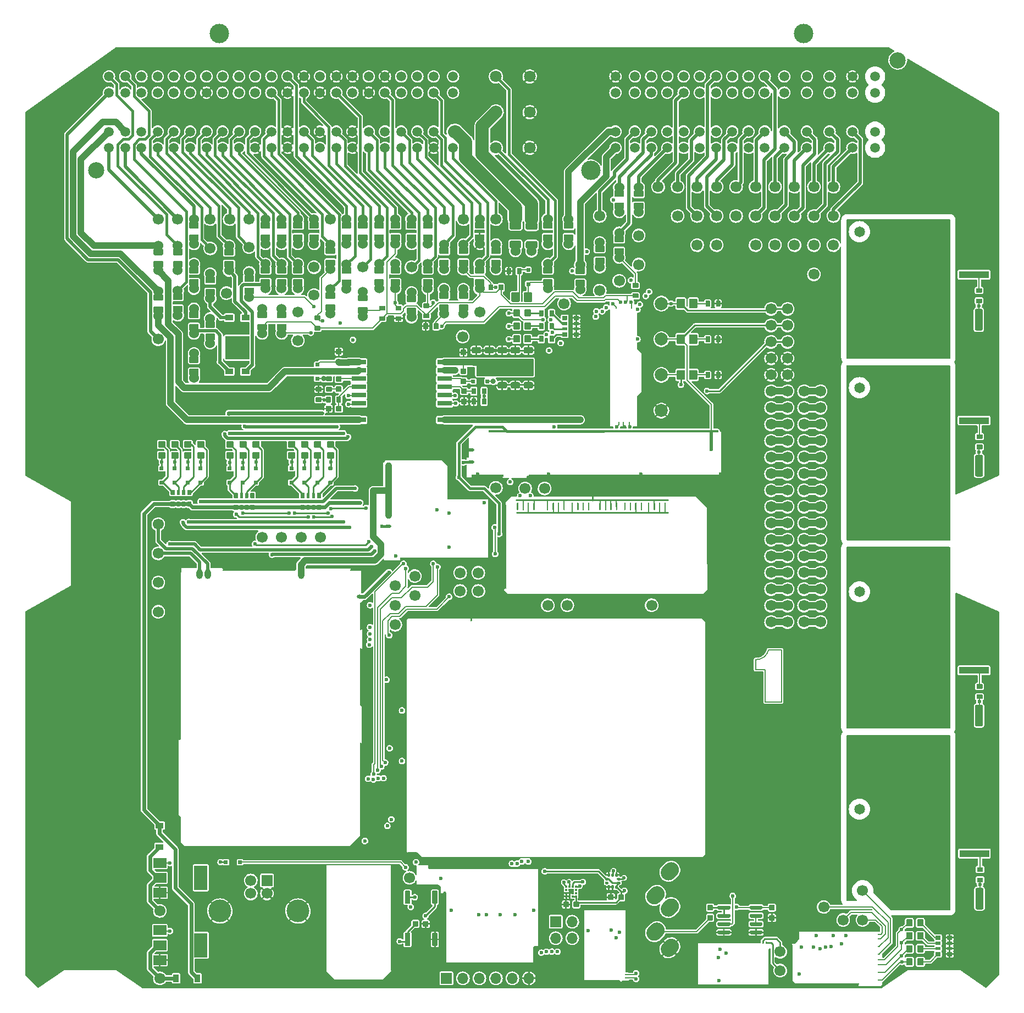
<source format=gtl>
G04 #@! TF.GenerationSoftware,KiCad,Pcbnew,(5.99.0-12392-g2f9c6dd5cc)*
G04 #@! TF.CreationDate,2021-09-19T22:51:57+03:00*
G04 #@! TF.ProjectId,hellen154hyundai,68656c6c-656e-4313-9534-6879756e6461,a*
G04 #@! TF.SameCoordinates,PX5f5e100PYc845880*
G04 #@! TF.FileFunction,Copper,L1,Top*
G04 #@! TF.FilePolarity,Positive*
%FSLAX46Y46*%
G04 Gerber Fmt 4.6, Leading zero omitted, Abs format (unit mm)*
G04 Created by KiCad (PCBNEW (5.99.0-12392-g2f9c6dd5cc)) date 2021-09-19 22:51:57*
%MOMM*%
%LPD*%
G01*
G04 APERTURE LIST*
G04 #@! TA.AperFunction,EtchedComponent*
%ADD10C,0.200000*%
G04 #@! TD*
G04 #@! TA.AperFunction,ComponentPad*
%ADD11C,1.700000*%
G04 #@! TD*
G04 #@! TA.AperFunction,ComponentPad*
%ADD12C,1.524000*%
G04 #@! TD*
G04 #@! TA.AperFunction,ComponentPad*
%ADD13R,1.700000X1.700000*%
G04 #@! TD*
G04 #@! TA.AperFunction,ComponentPad*
%ADD14O,1.700000X1.700000*%
G04 #@! TD*
G04 #@! TA.AperFunction,SMDPad,CuDef*
%ADD15R,4.600000X1.100000*%
G04 #@! TD*
G04 #@! TA.AperFunction,SMDPad,CuDef*
%ADD16R,9.400000X10.800000*%
G04 #@! TD*
G04 #@! TA.AperFunction,ComponentPad*
%ADD17C,3.000000*%
G04 #@! TD*
G04 #@! TA.AperFunction,ComponentPad*
%ADD18C,2.500000*%
G04 #@! TD*
G04 #@! TA.AperFunction,ComponentPad*
%ADD19C,1.500000*%
G04 #@! TD*
G04 #@! TA.AperFunction,ComponentPad*
%ADD20C,1.800000*%
G04 #@! TD*
G04 #@! TA.AperFunction,ComponentPad*
%ADD21C,3.500000*%
G04 #@! TD*
G04 #@! TA.AperFunction,SMDPad,CuDef*
%ADD22R,1.200000X0.900000*%
G04 #@! TD*
G04 #@! TA.AperFunction,SMDPad,CuDef*
%ADD23R,2.200000X0.800000*%
G04 #@! TD*
G04 #@! TA.AperFunction,SMDPad,CuDef*
%ADD24R,5.080000X2.032000*%
G04 #@! TD*
G04 #@! TA.AperFunction,SMDPad,CuDef*
%ADD25R,7.620000X11.430000*%
G04 #@! TD*
G04 #@! TA.AperFunction,SMDPad,CuDef*
%ADD26C,2.000000*%
G04 #@! TD*
G04 #@! TA.AperFunction,ComponentPad*
%ADD27C,1.650000*%
G04 #@! TD*
G04 #@! TA.AperFunction,SMDPad,CuDef*
%ADD28R,2.000000X1.500000*%
G04 #@! TD*
G04 #@! TA.AperFunction,SMDPad,CuDef*
%ADD29R,2.000000X3.800000*%
G04 #@! TD*
G04 #@! TA.AperFunction,SMDPad,CuDef*
%ADD30O,10.200000X0.250000*%
G04 #@! TD*
G04 #@! TA.AperFunction,SMDPad,CuDef*
%ADD31O,0.250000X5.800001*%
G04 #@! TD*
G04 #@! TA.AperFunction,SMDPad,CuDef*
%ADD32O,0.399999X0.200000*%
G04 #@! TD*
G04 #@! TA.AperFunction,ComponentPad*
%ADD33C,0.599999*%
G04 #@! TD*
G04 #@! TA.AperFunction,SMDPad,CuDef*
%ADD34O,0.200000X3.099999*%
G04 #@! TD*
G04 #@! TA.AperFunction,SMDPad,CuDef*
%ADD35O,0.399999X7.200001*%
G04 #@! TD*
G04 #@! TA.AperFunction,SMDPad,CuDef*
%ADD36O,1.000001X0.499999*%
G04 #@! TD*
G04 #@! TA.AperFunction,SMDPad,CuDef*
%ADD37O,30.000001X0.399999*%
G04 #@! TD*
G04 #@! TA.AperFunction,SMDPad,CuDef*
%ADD38O,5.000000X0.399999*%
G04 #@! TD*
G04 #@! TA.AperFunction,SMDPad,CuDef*
%ADD39O,0.499999X2.999999*%
G04 #@! TD*
G04 #@! TA.AperFunction,SMDPad,CuDef*
%ADD40O,35.400000X0.399999*%
G04 #@! TD*
G04 #@! TA.AperFunction,SMDPad,CuDef*
%ADD41O,1.000001X8.744829*%
G04 #@! TD*
G04 #@! TA.AperFunction,SMDPad,CuDef*
%ADD42O,0.200000X0.499999*%
G04 #@! TD*
G04 #@! TA.AperFunction,SMDPad,CuDef*
%ADD43O,0.399999X5.399999*%
G04 #@! TD*
G04 #@! TA.AperFunction,SMDPad,CuDef*
%ADD44O,9.000000X0.399999*%
G04 #@! TD*
G04 #@! TA.AperFunction,SMDPad,CuDef*
%ADD45O,6.500000X0.200000*%
G04 #@! TD*
G04 #@! TA.AperFunction,SMDPad,CuDef*
%ADD46O,13.800000X0.200000*%
G04 #@! TD*
G04 #@! TA.AperFunction,SMDPad,CuDef*
%ADD47O,0.200000X9.199999*%
G04 #@! TD*
G04 #@! TA.AperFunction,SMDPad,CuDef*
%ADD48O,0.499999X11.400000*%
G04 #@! TD*
G04 #@! TA.AperFunction,SMDPad,CuDef*
%ADD49O,0.499999X12.700000*%
G04 #@! TD*
G04 #@! TA.AperFunction,SMDPad,CuDef*
%ADD50O,1.200000X0.499999*%
G04 #@! TD*
G04 #@! TA.AperFunction,SMDPad,CuDef*
%ADD51O,14.449999X0.499999*%
G04 #@! TD*
G04 #@! TA.AperFunction,SMDPad,CuDef*
%ADD52O,17.400001X0.399999*%
G04 #@! TD*
G04 #@! TA.AperFunction,SMDPad,CuDef*
%ADD53R,0.900000X1.200000*%
G04 #@! TD*
G04 #@! TA.AperFunction,SMDPad,CuDef*
%ADD54R,0.350000X0.375000*%
G04 #@! TD*
G04 #@! TA.AperFunction,SMDPad,CuDef*
%ADD55R,0.375000X0.350000*%
G04 #@! TD*
G04 #@! TA.AperFunction,SMDPad,CuDef*
%ADD56O,0.499999X0.250000*%
G04 #@! TD*
G04 #@! TA.AperFunction,SMDPad,CuDef*
%ADD57O,0.200000X5.669999*%
G04 #@! TD*
G04 #@! TA.AperFunction,SMDPad,CuDef*
%ADD58O,0.200000X6.799999*%
G04 #@! TD*
G04 #@! TA.AperFunction,SMDPad,CuDef*
%ADD59O,9.800001X0.399999*%
G04 #@! TD*
G04 #@! TA.AperFunction,SMDPad,CuDef*
%ADD60O,11.100001X0.200000*%
G04 #@! TD*
G04 #@! TA.AperFunction,SMDPad,CuDef*
%ADD61O,0.250000X0.499999*%
G04 #@! TD*
G04 #@! TA.AperFunction,SMDPad,CuDef*
%ADD62O,0.200000X25.849999*%
G04 #@! TD*
G04 #@! TA.AperFunction,SMDPad,CuDef*
%ADD63O,0.200000X4.149999*%
G04 #@! TD*
G04 #@! TA.AperFunction,SMDPad,CuDef*
%ADD64O,0.200000X14.399999*%
G04 #@! TD*
G04 #@! TA.AperFunction,SMDPad,CuDef*
%ADD65O,0.200000X8.824999*%
G04 #@! TD*
G04 #@! TA.AperFunction,SMDPad,CuDef*
%ADD66O,0.200000X4.249999*%
G04 #@! TD*
G04 #@! TA.AperFunction,SMDPad,CuDef*
%ADD67O,25.699999X0.200000*%
G04 #@! TD*
G04 #@! TA.AperFunction,SMDPad,CuDef*
%ADD68O,11.324999X0.200000*%
G04 #@! TD*
G04 #@! TA.AperFunction,SMDPad,CuDef*
%ADD69O,1.699999X0.200000*%
G04 #@! TD*
G04 #@! TA.AperFunction,SMDPad,CuDef*
%ADD70O,0.200000X3.600000*%
G04 #@! TD*
G04 #@! TA.AperFunction,SMDPad,CuDef*
%ADD71O,1.000001X1.500000*%
G04 #@! TD*
G04 #@! TA.AperFunction,SMDPad,CuDef*
%ADD72O,0.800001X0.599999*%
G04 #@! TD*
G04 #@! TA.AperFunction,SMDPad,CuDef*
%ADD73O,5.669999X0.200000*%
G04 #@! TD*
G04 #@! TA.AperFunction,SMDPad,CuDef*
%ADD74O,0.200000X11.100001*%
G04 #@! TD*
G04 #@! TA.AperFunction,SMDPad,CuDef*
%ADD75O,6.799999X0.200000*%
G04 #@! TD*
G04 #@! TA.AperFunction,SMDPad,CuDef*
%ADD76O,0.399999X9.800001*%
G04 #@! TD*
G04 #@! TA.AperFunction,ViaPad*
%ADD77C,0.600000*%
G04 #@! TD*
G04 #@! TA.AperFunction,ViaPad*
%ADD78C,0.800000*%
G04 #@! TD*
G04 #@! TA.AperFunction,Conductor*
%ADD79C,1.000000*%
G04 #@! TD*
G04 #@! TA.AperFunction,Conductor*
%ADD80C,0.200000*%
G04 #@! TD*
G04 #@! TA.AperFunction,Conductor*
%ADD81C,0.250000*%
G04 #@! TD*
G04 #@! TA.AperFunction,Conductor*
%ADD82C,0.400000*%
G04 #@! TD*
G04 #@! TA.AperFunction,Conductor*
%ADD83C,0.600000*%
G04 #@! TD*
G04 #@! TA.AperFunction,Conductor*
%ADD84C,0.500000*%
G04 #@! TD*
G04 #@! TA.AperFunction,Conductor*
%ADD85C,2.000000*%
G04 #@! TD*
G04 APERTURE END LIST*
D10*
G04 #@! TO.C,G3*
X121005350Y54107713D02*
X121005350Y49107713D01*
X119505350Y54107713D02*
X119505350Y55607713D01*
X123505350Y57107713D02*
X121505350Y57107713D01*
X121005350Y49107713D02*
X123505350Y49107713D01*
X119505350Y54107713D02*
X121005350Y54107713D01*
X123505350Y49107713D02*
X123505350Y57107713D01*
X121505349Y57107713D02*
G75*
G02*
X119505350Y55607713I-1921600J478801D01*
G01*
G04 #@! TD*
G04 #@! TO.P,R70,1*
G04 #@! TO.N,/IN_IAT*
G04 #@! TA.AperFunction,SMDPad,CuDef*
G36*
G01*
X78350000Y112610000D02*
X78350000Y113390000D01*
G75*
G02*
X78420000Y113460000I70000J0D01*
G01*
X78980000Y113460000D01*
G75*
G02*
X79050000Y113390000I0J-70000D01*
G01*
X79050000Y112610000D01*
G75*
G02*
X78980000Y112540000I-70000J0D01*
G01*
X78420000Y112540000D01*
G75*
G02*
X78350000Y112610000I0J70000D01*
G01*
G37*
G04 #@! TD.AperFunction*
G04 #@! TO.P,R70,2*
G04 #@! TO.N,+5VA*
G04 #@! TA.AperFunction,SMDPad,CuDef*
G36*
G01*
X79950000Y112610000D02*
X79950000Y113390000D01*
G75*
G02*
X80020000Y113460000I70000J0D01*
G01*
X80580000Y113460000D01*
G75*
G02*
X80650000Y113390000I0J-70000D01*
G01*
X80650000Y112610000D01*
G75*
G02*
X80580000Y112540000I-70000J0D01*
G01*
X80020000Y112540000D01*
G75*
G02*
X79950000Y112610000I0J70000D01*
G01*
G37*
G04 #@! TD.AperFunction*
G04 #@! TD*
D11*
G04 #@! TO.P,P37,1,Pin_1*
G04 #@! TO.N,Net-(P1-Pad26)*
X104500000Y128500000D03*
G04 #@! TD*
D12*
G04 #@! TO.P,R31,1,1*
G04 #@! TO.N,/OUT_RCV*
X33000000Y105895000D03*
G04 #@! TA.AperFunction,SMDPad,CuDef*
G36*
G01*
X33625000Y106349999D02*
X32375000Y106349999D01*
G75*
G02*
X32275000Y106449999I0J100000D01*
G01*
X32275000Y107249999D01*
G75*
G02*
X32375000Y107349999I100000J0D01*
G01*
X33625000Y107349999D01*
G75*
G02*
X33725000Y107249999I0J-100000D01*
G01*
X33725000Y106449999D01*
G75*
G02*
X33625000Y106349999I-100000J0D01*
G01*
G37*
G04 #@! TD.AperFunction*
G04 #@! TO.P,R31,2,2*
G04 #@! TO.N,Net-(P1-Pad108)*
X33000000Y109705000D03*
G04 #@! TA.AperFunction,SMDPad,CuDef*
G36*
G01*
X33625000Y108250021D02*
X32375000Y108250021D01*
G75*
G02*
X32275000Y108350021I0J100000D01*
G01*
X32275000Y109150021D01*
G75*
G02*
X32375000Y109250021I100000J0D01*
G01*
X33625000Y109250021D01*
G75*
G02*
X33725000Y109150021I0J-100000D01*
G01*
X33725000Y108350021D01*
G75*
G02*
X33625000Y108250021I-100000J0D01*
G01*
G37*
G04 #@! TD.AperFunction*
G04 #@! TD*
G04 #@! TO.P,R66,1*
G04 #@! TO.N,/GATE_IGN2*
G04 #@! TA.AperFunction,SMDPad,CuDef*
G36*
G01*
X154537500Y48425001D02*
X154537500Y45575001D01*
G75*
G02*
X154287500Y45325001I-250000J0D01*
G01*
X153562500Y45325001D01*
G75*
G02*
X153312500Y45575001I0J250000D01*
G01*
X153312500Y48425001D01*
G75*
G02*
X153562500Y48675001I250000J0D01*
G01*
X154287500Y48675001D01*
G75*
G02*
X154537500Y48425001I0J-250000D01*
G01*
G37*
G04 #@! TD.AperFunction*
G04 #@! TO.P,R66,2*
G04 #@! TO.N,/OUT_IGN2*
G04 #@! TA.AperFunction,SMDPad,CuDef*
G36*
G01*
X148612500Y48425001D02*
X148612500Y45575001D01*
G75*
G02*
X148362500Y45325001I-250000J0D01*
G01*
X147637500Y45325001D01*
G75*
G02*
X147387500Y45575001I0J250000D01*
G01*
X147387500Y48425001D01*
G75*
G02*
X147637500Y48675001I250000J0D01*
G01*
X148362500Y48675001D01*
G75*
G02*
X148612500Y48425001I0J-250000D01*
G01*
G37*
G04 #@! TD.AperFunction*
G04 #@! TD*
D11*
G04 #@! TO.P,P33,1,Pin_1*
G04 #@! TO.N,Net-(P1-Pad18)*
X128500000Y119500000D03*
G04 #@! TD*
G04 #@! TO.P,P46,1,Pin_1*
G04 #@! TO.N,Net-(P1-Pad38)*
X113500000Y124000000D03*
G04 #@! TD*
D13*
G04 #@! TO.P,J3,1,Pin_1*
G04 #@! TO.N,+3V3*
X71880000Y6500000D03*
D14*
G04 #@! TO.P,J3,2,Pin_2*
G04 #@! TO.N,/SD_CS*
X74420000Y6500000D03*
G04 #@! TO.P,J3,3,Pin_3*
G04 #@! TO.N,/SD_MOSI*
X76960000Y6500000D03*
G04 #@! TO.P,J3,4,Pin_4*
G04 #@! TO.N,/SD_SCK*
X79500000Y6500000D03*
G04 #@! TO.P,J3,5,Pin_5*
G04 #@! TO.N,/SD_MISO*
X82040000Y6500000D03*
G04 #@! TO.P,J3,6,Pin_6*
G04 #@! TO.N,GND*
X84580000Y6500000D03*
G04 #@! TD*
D12*
G04 #@! TO.P,F1,1,1*
G04 #@! TO.N,Net-(F1-Pad1)*
X85000000Y123450000D03*
G04 #@! TA.AperFunction,SMDPad,CuDef*
G36*
G01*
X84100000Y122105010D02*
X84100000Y122795010D01*
G75*
G02*
X84330000Y123025010I230000J0D01*
G01*
X85670000Y123025010D01*
G75*
G02*
X85900000Y122795010I0J-230000D01*
G01*
X85900000Y122105010D01*
G75*
G02*
X85670000Y121875010I-230000J0D01*
G01*
X84330000Y121875010D01*
G75*
G02*
X84100000Y122105010I0J230000D01*
G01*
G37*
G04 #@! TD.AperFunction*
G04 #@! TO.P,F1,2,2*
G04 #@! TO.N,+12V_RAW*
G04 #@! TA.AperFunction,SMDPad,CuDef*
G36*
G01*
X84100000Y119204990D02*
X84100000Y119894990D01*
G75*
G02*
X84330000Y120124990I230000J0D01*
G01*
X85670000Y120124990D01*
G75*
G02*
X85900000Y119894990I0J-230000D01*
G01*
X85900000Y119204990D01*
G75*
G02*
X85670000Y118974990I-230000J0D01*
G01*
X84330000Y118974990D01*
G75*
G02*
X84100000Y119204990I0J230000D01*
G01*
G37*
G04 #@! TD.AperFunction*
X85000000Y118550000D03*
G04 #@! TD*
D11*
G04 #@! TO.P,P85,1,Pin_1*
G04 #@! TO.N,Net-(M3-PadN32)*
X66200000Y22000000D03*
G04 #@! TD*
G04 #@! TO.P,C17,1*
G04 #@! TO.N,GND*
G04 #@! TA.AperFunction,SMDPad,CuDef*
G36*
G01*
X74160000Y103405002D02*
X74840000Y103405002D01*
G75*
G02*
X74925000Y103320002I0J-85000D01*
G01*
X74925000Y102640002D01*
G75*
G02*
X74840000Y102555002I-85000J0D01*
G01*
X74160000Y102555002D01*
G75*
G02*
X74075000Y102640002I0J85000D01*
G01*
X74075000Y103320002D01*
G75*
G02*
X74160000Y103405002I85000J0D01*
G01*
G37*
G04 #@! TD.AperFunction*
G04 #@! TO.P,C17,2*
G04 #@! TO.N,+12V_RAW*
G04 #@! TA.AperFunction,SMDPad,CuDef*
G36*
G01*
X74160000Y101825000D02*
X74840000Y101825000D01*
G75*
G02*
X74925000Y101740000I0J-85000D01*
G01*
X74925000Y101060000D01*
G75*
G02*
X74840000Y100975000I-85000J0D01*
G01*
X74160000Y100975000D01*
G75*
G02*
X74075000Y101060000I0J85000D01*
G01*
X74075000Y101740000D01*
G75*
G02*
X74160000Y101825000I85000J0D01*
G01*
G37*
G04 #@! TD.AperFunction*
G04 #@! TD*
D15*
G04 #@! TO.P,Q1,1,G*
G04 #@! TO.N,Net-(Q1-Pad1)*
X153225000Y25735000D03*
D16*
G04 #@! TO.P,Q1,2,C*
G04 #@! TO.N,/OUT_IGN4*
X144075000Y28275000D03*
D15*
G04 #@! TO.P,Q1,3,E*
G04 #@! TO.N,GND*
X153225000Y30815000D03*
G04 #@! TD*
G04 #@! TO.P,R14,1*
G04 #@! TO.N,Net-(D26-Pad2)*
G04 #@! TA.AperFunction,SMDPad,CuDef*
G36*
G01*
X86150000Y106610000D02*
X86150000Y107390000D01*
G75*
G02*
X86220000Y107460000I70000J0D01*
G01*
X86780000Y107460000D01*
G75*
G02*
X86850000Y107390000I0J-70000D01*
G01*
X86850000Y106610000D01*
G75*
G02*
X86780000Y106540000I-70000J0D01*
G01*
X86220000Y106540000D01*
G75*
G02*
X86150000Y106610000I0J70000D01*
G01*
G37*
G04 #@! TD.AperFunction*
G04 #@! TO.P,R14,2*
G04 #@! TO.N,Net-(R14-Pad2)*
G04 #@! TA.AperFunction,SMDPad,CuDef*
G36*
G01*
X87750000Y106610000D02*
X87750000Y107390000D01*
G75*
G02*
X87820000Y107460000I70000J0D01*
G01*
X88380000Y107460000D01*
G75*
G02*
X88450000Y107390000I0J-70000D01*
G01*
X88450000Y106610000D01*
G75*
G02*
X88380000Y106540000I-70000J0D01*
G01*
X87820000Y106540000D01*
G75*
G02*
X87750000Y106610000I0J70000D01*
G01*
G37*
G04 #@! TD.AperFunction*
G04 #@! TD*
D11*
G04 #@! TO.P,P53,1,Pin_1*
G04 #@! TO.N,Net-(P1-Pad50)*
X122500000Y128500000D03*
G04 #@! TD*
G04 #@! TO.P,G9,1*
G04 #@! TO.N,Net-(G9-Pad1)*
X126979999Y74110000D03*
G04 #@! TO.P,G9,2*
G04 #@! TO.N,Net-(G9-Pad2)*
X126979999Y76650000D03*
G04 #@! TO.P,G9,3*
G04 #@! TO.N,Net-(G9-Pad3)*
X126979999Y79190000D03*
G04 #@! TO.P,G9,4*
G04 #@! TO.N,Net-(G9-Pad4)*
X126979999Y81730000D03*
G04 #@! TO.P,G9,5*
G04 #@! TO.N,Net-(G9-Pad10)*
X126979999Y84270000D03*
G04 #@! TO.P,G9,6*
G04 #@! TO.N,Net-(G9-Pad1)*
X129519999Y74110000D03*
G04 #@! TO.P,G9,7*
G04 #@! TO.N,Net-(G9-Pad2)*
X129519999Y76650000D03*
G04 #@! TO.P,G9,8*
G04 #@! TO.N,Net-(G9-Pad3)*
X129519999Y79190000D03*
G04 #@! TO.P,G9,9*
G04 #@! TO.N,Net-(G9-Pad4)*
X129519999Y81730000D03*
G04 #@! TO.P,G9,10*
G04 #@! TO.N,Net-(G9-Pad10)*
X129519999Y84270000D03*
G04 #@! TD*
G04 #@! TO.P,R81,1*
G04 #@! TO.N,/ETB_EN*
G04 #@! TA.AperFunction,SMDPad,CuDef*
G36*
G01*
X53350000Y95310000D02*
X53350000Y96090000D01*
G75*
G02*
X53420000Y96160000I70000J0D01*
G01*
X53980000Y96160000D01*
G75*
G02*
X54050000Y96090000I0J-70000D01*
G01*
X54050000Y95310000D01*
G75*
G02*
X53980000Y95240000I-70000J0D01*
G01*
X53420000Y95240000D01*
G75*
G02*
X53350000Y95310000I0J70000D01*
G01*
G37*
G04 #@! TD.AperFunction*
G04 #@! TO.P,R81,2*
G04 #@! TO.N,Net-(C15-Pad2)*
G04 #@! TA.AperFunction,SMDPad,CuDef*
G36*
G01*
X54950000Y95310000D02*
X54950000Y96090000D01*
G75*
G02*
X55020000Y96160000I70000J0D01*
G01*
X55580000Y96160000D01*
G75*
G02*
X55650000Y96090000I0J-70000D01*
G01*
X55650000Y95310000D01*
G75*
G02*
X55580000Y95240000I-70000J0D01*
G01*
X55020000Y95240000D01*
G75*
G02*
X54950000Y95310000I0J70000D01*
G01*
G37*
G04 #@! TD.AperFunction*
G04 #@! TD*
G04 #@! TO.P,P14,1,Pin_1*
G04 #@! TO.N,Net-(P1-Pad133)*
X79500000Y123505000D03*
G04 #@! TD*
G04 #@! TO.P,D13,1,K*
G04 #@! TO.N,Net-(D13-Pad1)*
G04 #@! TA.AperFunction,SMDPad,CuDef*
G36*
G01*
X29700000Y82660000D02*
X29700000Y83140000D01*
G75*
G02*
X29760000Y83200000I60000J0D01*
G01*
X30240000Y83200000D01*
G75*
G02*
X30300000Y83140000I0J-60000D01*
G01*
X30300000Y82660000D01*
G75*
G02*
X30240000Y82600000I-60000J0D01*
G01*
X29760000Y82600000D01*
G75*
G02*
X29700000Y82660000I0J60000D01*
G01*
G37*
G04 #@! TD.AperFunction*
G04 #@! TO.P,D13,2,A*
G04 #@! TO.N,/OUT_INJ3*
G04 #@! TA.AperFunction,SMDPad,CuDef*
G36*
G01*
X29700000Y84860000D02*
X29700000Y85340000D01*
G75*
G02*
X29760000Y85400000I60000J0D01*
G01*
X30240000Y85400000D01*
G75*
G02*
X30300000Y85340000I0J-60000D01*
G01*
X30300000Y84860000D01*
G75*
G02*
X30240000Y84800000I-60000J0D01*
G01*
X29760000Y84800000D01*
G75*
G02*
X29700000Y84860000I0J60000D01*
G01*
G37*
G04 #@! TD.AperFunction*
G04 #@! TD*
D17*
G04 #@! TO.P,P1,*
G04 #@! TO.N,*
X36912500Y152100000D03*
D18*
X141412500Y148000000D03*
D17*
X94112500Y131000000D03*
D18*
X17912500Y131000000D03*
D17*
X126912500Y152100000D03*
D19*
G04 #@! TO.P,P1,1,1*
G04 #@! TO.N,/HV4*
X137912500Y145500000D03*
G04 #@! TO.P,P1,2,2*
G04 #@! TO.N,GND*
X134412500Y145500000D03*
G04 #@! TO.P,P1,3,3*
G04 #@! TO.N,Net-(P1-Pad3)*
X130912500Y145500000D03*
G04 #@! TO.P,P1,4,4*
G04 #@! TO.N,Net-(P1-Pad4)*
X127412500Y145500000D03*
G04 #@! TO.P,P1,5,5*
G04 #@! TO.N,Net-(P1-Pad5)*
X123912500Y145500000D03*
G04 #@! TO.P,P1,6,6*
G04 #@! TO.N,Net-(P1-Pad6)*
X120912500Y145500000D03*
G04 #@! TO.P,P1,7,7*
G04 #@! TO.N,Net-(P1-Pad7)*
X118412500Y145500000D03*
G04 #@! TO.P,P1,8,8*
G04 #@! TO.N,Net-(P1-Pad8)*
X115912500Y145500000D03*
G04 #@! TO.P,P1,9,9*
G04 #@! TO.N,Net-(P1-Pad9)*
X113412500Y145500000D03*
G04 #@! TO.P,P1,10,10*
G04 #@! TO.N,unconnected-(P1-Pad10)*
X110912500Y145500000D03*
G04 #@! TO.P,P1,11,11*
G04 #@! TO.N,unconnected-(P1-Pad11)*
X108412500Y145500000D03*
G04 #@! TO.P,P1,12,12*
G04 #@! TO.N,unconnected-(P1-Pad12)*
X105912500Y145500000D03*
G04 #@! TO.P,P1,13,13*
G04 #@! TO.N,Net-(P1-Pad13)*
X103412500Y145500000D03*
G04 #@! TO.P,P1,14,14*
G04 #@! TO.N,Net-(P1-Pad14)*
X100912500Y145500000D03*
G04 #@! TO.P,P1,15,15*
G04 #@! TO.N,GND*
X97912500Y145500000D03*
G04 #@! TO.P,P1,16,16*
G04 #@! TO.N,/HV2*
X137912500Y143000000D03*
G04 #@! TO.P,P1,17,17*
G04 #@! TO.N,Net-(P1-Pad17)*
X134412500Y143000000D03*
G04 #@! TO.P,P1,18,18*
G04 #@! TO.N,Net-(P1-Pad18)*
X130912500Y143000000D03*
G04 #@! TO.P,P1,19,19*
G04 #@! TO.N,Net-(P1-Pad19)*
X127412500Y143000000D03*
G04 #@! TO.P,P1,20,20*
G04 #@! TO.N,Net-(P1-Pad20)*
X123912500Y143000000D03*
G04 #@! TO.P,P1,21,21*
G04 #@! TO.N,unconnected-(P1-Pad21)*
X120912500Y143000000D03*
G04 #@! TO.P,P1,22,22*
G04 #@! TO.N,unconnected-(P1-Pad22)*
X118412500Y143000000D03*
G04 #@! TO.P,P1,23,23*
G04 #@! TO.N,unconnected-(P1-Pad23)*
X115912500Y143000000D03*
G04 #@! TO.P,P1,24,24*
G04 #@! TO.N,unconnected-(P1-Pad24)*
X113412500Y143000000D03*
G04 #@! TO.P,P1,25,25*
G04 #@! TO.N,Net-(P1-Pad25)*
X110912500Y143000000D03*
G04 #@! TO.P,P1,26,26*
G04 #@! TO.N,Net-(P1-Pad26)*
X108412500Y143000000D03*
G04 #@! TO.P,P1,27,27*
G04 #@! TO.N,Net-(P1-Pad27)*
X105912500Y143000000D03*
G04 #@! TO.P,P1,28,28*
G04 #@! TO.N,unconnected-(P1-Pad28)*
X103412500Y143000000D03*
G04 #@! TO.P,P1,29,29*
G04 #@! TO.N,Net-(P1-Pad29)*
X100912500Y143000000D03*
G04 #@! TO.P,P1,30,30*
G04 #@! TO.N,Net-(P1-Pad30)*
X97912500Y143000000D03*
G04 #@! TO.P,P1,31,31*
G04 #@! TO.N,/HV1*
X137912500Y137000000D03*
G04 #@! TO.P,P1,32,32*
G04 #@! TO.N,Net-(P1-Pad32)*
X134412500Y137000000D03*
G04 #@! TO.P,P1,33,33*
G04 #@! TO.N,Net-(P1-Pad33)*
X130912500Y137000000D03*
G04 #@! TO.P,P1,34,34*
G04 #@! TO.N,Net-(P1-Pad34)*
X127412500Y137000000D03*
G04 #@! TO.P,P1,35,35*
G04 #@! TO.N,Net-(P1-Pad35)*
X123912500Y137000000D03*
G04 #@! TO.P,P1,36,36*
G04 #@! TO.N,Net-(P1-Pad36)*
X120912500Y137000000D03*
G04 #@! TO.P,P1,37,37*
G04 #@! TO.N,Net-(P1-Pad37)*
X118412500Y137000000D03*
G04 #@! TO.P,P1,38,38*
G04 #@! TO.N,Net-(P1-Pad38)*
X115912500Y137000000D03*
G04 #@! TO.P,P1,39,39*
G04 #@! TO.N,unconnected-(P1-Pad39)*
X113412500Y137000000D03*
G04 #@! TO.P,P1,40,40*
G04 #@! TO.N,Net-(P1-Pad40)*
X110912500Y137000000D03*
G04 #@! TO.P,P1,41,41*
G04 #@! TO.N,unconnected-(P1-Pad41)*
X108412500Y137000000D03*
G04 #@! TO.P,P1,42,42*
G04 #@! TO.N,Net-(P1-Pad42)*
X105912500Y137000000D03*
G04 #@! TO.P,P1,43,43*
G04 #@! TO.N,Net-(P1-Pad43)*
X103412500Y137000000D03*
G04 #@! TO.P,P1,44,44*
G04 #@! TO.N,Net-(P1-Pad44)*
X100912500Y137000000D03*
G04 #@! TO.P,P1,45,45*
G04 #@! TO.N,Net-(P1-Pad45)*
X97912500Y137000000D03*
G04 #@! TO.P,P1,46,46*
G04 #@! TO.N,/HV3*
X137912500Y134500000D03*
G04 #@! TO.P,P1,47,47*
G04 #@! TO.N,Net-(P1-Pad47)*
X134412500Y134500000D03*
G04 #@! TO.P,P1,48,48*
G04 #@! TO.N,Net-(P1-Pad48)*
X130912500Y134500000D03*
G04 #@! TO.P,P1,49,49*
G04 #@! TO.N,Net-(P1-Pad49)*
X127412500Y134500000D03*
G04 #@! TO.P,P1,50,50*
G04 #@! TO.N,Net-(P1-Pad50)*
X123912500Y134500000D03*
G04 #@! TO.P,P1,51,51*
G04 #@! TO.N,unconnected-(P1-Pad51)*
X120912500Y134500000D03*
G04 #@! TO.P,P1,52,52*
G04 #@! TO.N,unconnected-(P1-Pad52)*
X118412500Y134500000D03*
G04 #@! TO.P,P1,53,53*
G04 #@! TO.N,Net-(P1-Pad53)*
X115912500Y134500000D03*
G04 #@! TO.P,P1,54,54*
G04 #@! TO.N,Net-(P1-Pad54)*
X113412500Y134500000D03*
G04 #@! TO.P,P1,55,55*
G04 #@! TO.N,unconnected-(P1-Pad55)*
X110912500Y134500000D03*
G04 #@! TO.P,P1,56,56*
G04 #@! TO.N,unconnected-(P1-Pad56)*
X108412500Y134500000D03*
G04 #@! TO.P,P1,57,57*
G04 #@! TO.N,Net-(P1-Pad57)*
X105912500Y134500000D03*
G04 #@! TO.P,P1,58,58*
G04 #@! TO.N,Net-(P1-Pad58)*
X103412500Y134500000D03*
G04 #@! TO.P,P1,59,59*
G04 #@! TO.N,unconnected-(P1-Pad59)*
X100912500Y134500000D03*
G04 #@! TO.P,P1,60,60*
G04 #@! TO.N,Net-(P1-Pad60)*
X97912500Y134500000D03*
D20*
G04 #@! TO.P,P1,61,1*
G04 #@! TO.N,GND*
X84712500Y145500000D03*
G04 #@! TO.P,P1,62,2*
G04 #@! TO.N,Net-(P1-Pad62)*
X79512500Y145500000D03*
G04 #@! TO.P,P1,63,3*
G04 #@! TO.N,GND*
X84712500Y140000000D03*
G04 #@! TO.P,P1,64,4*
G04 #@! TO.N,Net-(F1-Pad1)*
X79512500Y140000000D03*
G04 #@! TO.P,P1,65,5*
G04 #@! TO.N,GND*
X84712500Y134500000D03*
G04 #@! TO.P,P1,66,6*
G04 #@! TO.N,Net-(P1-Pad66)*
X79512500Y134500000D03*
D19*
G04 #@! TO.P,P1,67,7*
G04 #@! TO.N,unconnected-(P1-Pad67)*
X72912500Y145500000D03*
G04 #@! TO.P,P1,68,8*
G04 #@! TO.N,Net-(P1-Pad68)*
X69912500Y145500000D03*
G04 #@! TO.P,P1,69,9*
G04 #@! TO.N,Net-(P1-Pad69)*
X67412500Y145500000D03*
G04 #@! TO.P,P1,70,10*
G04 #@! TO.N,Net-(P1-Pad70)*
X64912500Y145500000D03*
G04 #@! TO.P,P1,71,11*
G04 #@! TO.N,GND*
X62412500Y145500000D03*
G04 #@! TO.P,P1,72,12*
G04 #@! TO.N,Net-(P1-Pad72)*
X59912500Y145500000D03*
G04 #@! TO.P,P1,73,13*
G04 #@! TO.N,GND*
X57412500Y145500000D03*
G04 #@! TO.P,P1,74,14*
X54912500Y145500000D03*
G04 #@! TO.P,P1,75,15*
G04 #@! TO.N,Net-(P1-Pad75)*
X52412500Y145500000D03*
G04 #@! TO.P,P1,76,16*
G04 #@! TO.N,GND*
X49912500Y145500000D03*
G04 #@! TO.P,P1,77,17*
G04 #@! TO.N,Net-(P1-Pad77)*
X47412500Y145500000D03*
G04 #@! TO.P,P1,78,18*
G04 #@! TO.N,Net-(P1-Pad78)*
X44912500Y145500000D03*
G04 #@! TO.P,P1,79,19*
G04 #@! TO.N,Net-(P1-Pad79)*
X42412500Y145500000D03*
G04 #@! TO.P,P1,80,20*
G04 #@! TO.N,Net-(P1-Pad80)*
X39912500Y145500000D03*
G04 #@! TO.P,P1,81,21*
G04 #@! TO.N,Net-(P1-Pad81)*
X37412500Y145500000D03*
G04 #@! TO.P,P1,82,22*
G04 #@! TO.N,Net-(P1-Pad82)*
X34912500Y145500000D03*
G04 #@! TO.P,P1,83,23*
G04 #@! TO.N,unconnected-(P1-Pad83)*
X32412500Y145500000D03*
G04 #@! TO.P,P1,84,24*
G04 #@! TO.N,unconnected-(P1-Pad84)*
X29912500Y145500000D03*
G04 #@! TO.P,P1,85,25*
G04 #@! TO.N,Net-(P1-Pad85)*
X27412500Y145500000D03*
G04 #@! TO.P,P1,86,26*
G04 #@! TO.N,Net-(P1-Pad86)*
X24912500Y145500000D03*
G04 #@! TO.P,P1,87,27*
G04 #@! TO.N,Net-(P1-Pad87)*
X22412500Y145500000D03*
G04 #@! TO.P,P1,88,28*
G04 #@! TO.N,Net-(P1-Pad88)*
X19912500Y145500000D03*
G04 #@! TO.P,P1,89,29*
G04 #@! TO.N,unconnected-(P1-Pad89)*
X72912500Y143000000D03*
G04 #@! TO.P,P1,90,30*
G04 #@! TO.N,Net-(P1-Pad90)*
X69912500Y143000000D03*
G04 #@! TO.P,P1,91,31*
G04 #@! TO.N,Net-(P1-Pad91)*
X67412500Y143000000D03*
G04 #@! TO.P,P1,92,32*
G04 #@! TO.N,Net-(P1-Pad92)*
X64912500Y143000000D03*
G04 #@! TO.P,P1,93,33*
G04 #@! TO.N,Net-(P1-Pad93)*
X62412500Y143000000D03*
G04 #@! TO.P,P1,94,34*
G04 #@! TO.N,GND*
X59912500Y143000000D03*
G04 #@! TO.P,P1,95,35*
G04 #@! TO.N,Net-(P1-Pad95)*
X57412500Y143000000D03*
G04 #@! TO.P,P1,96,36*
G04 #@! TO.N,Net-(P1-Pad96)*
X54912500Y143000000D03*
G04 #@! TO.P,P1,97,37*
G04 #@! TO.N,GND*
X52412500Y143000000D03*
G04 #@! TO.P,P1,98,38*
G04 #@! TO.N,Net-(P1-Pad98)*
X49912500Y143000000D03*
G04 #@! TO.P,P1,99,39*
G04 #@! TO.N,GND*
X47412500Y143000000D03*
G04 #@! TO.P,P1,100,40*
G04 #@! TO.N,Net-(P1-Pad100)*
X44912500Y143000000D03*
G04 #@! TO.P,P1,101,41*
G04 #@! TO.N,unconnected-(P1-Pad101)*
X42412500Y143000000D03*
G04 #@! TO.P,P1,102,42*
G04 #@! TO.N,Net-(P1-Pad102)*
X39912500Y143000000D03*
G04 #@! TO.P,P1,103,43*
G04 #@! TO.N,Net-(P1-Pad103)*
X37412500Y143000000D03*
G04 #@! TO.P,P1,104,44*
G04 #@! TO.N,GND*
X34912500Y143000000D03*
G04 #@! TO.P,P1,105,45*
G04 #@! TO.N,unconnected-(P1-Pad105)*
X32412500Y143000000D03*
G04 #@! TO.P,P1,106,46*
G04 #@! TO.N,Net-(P1-Pad106)*
X29912500Y143000000D03*
G04 #@! TO.P,P1,107,47*
G04 #@! TO.N,Net-(P1-Pad107)*
X27412500Y143000000D03*
G04 #@! TO.P,P1,108,48*
G04 #@! TO.N,Net-(P1-Pad108)*
X24912500Y143000000D03*
G04 #@! TO.P,P1,109,49*
G04 #@! TO.N,unconnected-(P1-Pad109)*
X22412500Y143000000D03*
G04 #@! TO.P,P1,110,50*
G04 #@! TO.N,Net-(P1-Pad110)*
X19912500Y143000000D03*
G04 #@! TO.P,P1,111,51*
G04 #@! TO.N,Net-(F2-Pad1)*
X72912500Y137000000D03*
G04 #@! TO.P,P1,112,52*
G04 #@! TO.N,Net-(P1-Pad112)*
X69912500Y137000000D03*
G04 #@! TO.P,P1,113,53*
G04 #@! TO.N,Net-(P1-Pad113)*
X67412500Y137000000D03*
G04 #@! TO.P,P1,114,54*
G04 #@! TO.N,Net-(P1-Pad114)*
X64912500Y137000000D03*
G04 #@! TO.P,P1,115,55*
G04 #@! TO.N,unconnected-(P1-Pad115)*
X62412500Y137000000D03*
G04 #@! TO.P,P1,116,56*
G04 #@! TO.N,Net-(P1-Pad116)*
X59912500Y137000000D03*
G04 #@! TO.P,P1,117,57*
G04 #@! TO.N,GND*
X57412500Y137000000D03*
G04 #@! TO.P,P1,118,58*
G04 #@! TO.N,Net-(P1-Pad118)*
X54912500Y137000000D03*
G04 #@! TO.P,P1,119,59*
G04 #@! TO.N,GND*
X52412500Y137000000D03*
G04 #@! TO.P,P1,120,60*
G04 #@! TO.N,Net-(P1-Pad120)*
X49912500Y137000000D03*
G04 #@! TO.P,P1,121,61*
G04 #@! TO.N,GND*
X47412500Y137000000D03*
G04 #@! TO.P,P1,122,62*
G04 #@! TO.N,Net-(P1-Pad122)*
X44912500Y137000000D03*
G04 #@! TO.P,P1,123,63*
G04 #@! TO.N,Net-(P1-Pad123)*
X42412500Y137000000D03*
G04 #@! TO.P,P1,124,64*
G04 #@! TO.N,Net-(P1-Pad124)*
X39912500Y137000000D03*
G04 #@! TO.P,P1,125,65*
G04 #@! TO.N,Net-(P1-Pad125)*
X37412500Y137000000D03*
G04 #@! TO.P,P1,126,66*
G04 #@! TO.N,Net-(P1-Pad126)*
X34912500Y137000000D03*
G04 #@! TO.P,P1,127,67*
G04 #@! TO.N,Net-(P1-Pad127)*
X32412500Y137000000D03*
G04 #@! TO.P,P1,128,68*
G04 #@! TO.N,Net-(P1-Pad128)*
X29912500Y137000000D03*
G04 #@! TO.P,P1,129,69*
G04 #@! TO.N,Net-(P1-Pad129)*
X27412500Y137000000D03*
G04 #@! TO.P,P1,130,70*
G04 #@! TO.N,Net-(P1-Pad130)*
X24912500Y137000000D03*
G04 #@! TO.P,P1,131,71*
G04 #@! TO.N,Net-(P1-Pad131)*
X22412500Y137000000D03*
G04 #@! TO.P,P1,132,72*
G04 #@! TO.N,Net-(P1-Pad132)*
X19912500Y137000000D03*
G04 #@! TO.P,P1,133,73*
G04 #@! TO.N,Net-(P1-Pad133)*
X72912500Y134500000D03*
G04 #@! TO.P,P1,134,74*
G04 #@! TO.N,GND*
X69912500Y134500000D03*
G04 #@! TO.P,P1,135,75*
G04 #@! TO.N,Net-(P1-Pad135)*
X67412500Y134500000D03*
G04 #@! TO.P,P1,136,76*
G04 #@! TO.N,Net-(P1-Pad136)*
X64912500Y134500000D03*
G04 #@! TO.P,P1,137,77*
G04 #@! TO.N,Net-(P1-Pad137)*
X62412500Y134500000D03*
G04 #@! TO.P,P1,138,78*
G04 #@! TO.N,Net-(P1-Pad138)*
X59912500Y134500000D03*
G04 #@! TO.P,P1,139,79*
G04 #@! TO.N,GND*
X57412500Y134500000D03*
G04 #@! TO.P,P1,140,80*
G04 #@! TO.N,Net-(P1-Pad140)*
X54912500Y134500000D03*
G04 #@! TO.P,P1,141,81*
G04 #@! TO.N,unconnected-(P1-Pad141)*
X52412500Y134500000D03*
G04 #@! TO.P,P1,142,82*
G04 #@! TO.N,Net-(P1-Pad142)*
X49912500Y134500000D03*
G04 #@! TO.P,P1,143,83*
G04 #@! TO.N,GND*
X47412500Y134500000D03*
G04 #@! TO.P,P1,144,84*
G04 #@! TO.N,Net-(P1-Pad144)*
X44912500Y134500000D03*
G04 #@! TO.P,P1,145,85*
G04 #@! TO.N,GND*
X42412500Y134500000D03*
G04 #@! TO.P,P1,146,86*
G04 #@! TO.N,Net-(P1-Pad146)*
X39912500Y134500000D03*
G04 #@! TO.P,P1,147,87*
G04 #@! TO.N,Net-(P1-Pad147)*
X37412500Y134500000D03*
G04 #@! TO.P,P1,148,88*
G04 #@! TO.N,Net-(P1-Pad148)*
X34912500Y134500000D03*
G04 #@! TO.P,P1,149,89*
G04 #@! TO.N,Net-(P1-Pad149)*
X32412500Y134500000D03*
G04 #@! TO.P,P1,150,90*
G04 #@! TO.N,Net-(P1-Pad150)*
X29912500Y134500000D03*
G04 #@! TO.P,P1,151,91*
G04 #@! TO.N,Net-(P1-Pad151)*
X27412500Y134500000D03*
G04 #@! TO.P,P1,152,92*
G04 #@! TO.N,Net-(P1-Pad152)*
X24912500Y134500000D03*
G04 #@! TO.P,P1,153,93*
G04 #@! TO.N,Net-(P1-Pad153)*
X22412500Y134500000D03*
G04 #@! TO.P,P1,154,94*
G04 #@! TO.N,Net-(P1-Pad154)*
X19912500Y134500000D03*
G04 #@! TD*
G04 #@! TO.P,R17,1,1*
G04 #@! TO.N,/IN_WASTEGATE_POS*
G04 #@! TA.AperFunction,SMDPad,CuDef*
G36*
G01*
X42125000Y111949999D02*
X40875000Y111949999D01*
G75*
G02*
X40775000Y112049999I0J100000D01*
G01*
X40775000Y112849999D01*
G75*
G02*
X40875000Y112949999I100000J0D01*
G01*
X42125000Y112949999D01*
G75*
G02*
X42225000Y112849999I0J-100000D01*
G01*
X42225000Y112049999D01*
G75*
G02*
X42125000Y111949999I-100000J0D01*
G01*
G37*
G04 #@! TD.AperFunction*
D12*
X41500000Y111495000D03*
G04 #@! TO.P,R17,2,2*
G04 #@! TO.N,Net-(P1-Pad82)*
X41500000Y115305000D03*
G04 #@! TA.AperFunction,SMDPad,CuDef*
G36*
G01*
X42125000Y113850021D02*
X40875000Y113850021D01*
G75*
G02*
X40775000Y113950021I0J100000D01*
G01*
X40775000Y114750021D01*
G75*
G02*
X40875000Y114850021I100000J0D01*
G01*
X42125000Y114850021D01*
G75*
G02*
X42225000Y114750021I0J-100000D01*
G01*
X42225000Y113950021D01*
G75*
G02*
X42125000Y113850021I-100000J0D01*
G01*
G37*
G04 #@! TD.AperFunction*
G04 #@! TD*
G04 #@! TO.P,C5,1*
G04 #@! TO.N,GND*
G04 #@! TA.AperFunction,SMDPad,CuDef*
G36*
G01*
X122349999Y15394998D02*
X121669999Y15394998D01*
G75*
G02*
X121584999Y15479998I0J85000D01*
G01*
X121584999Y16159998D01*
G75*
G02*
X121669999Y16244998I85000J0D01*
G01*
X122349999Y16244998D01*
G75*
G02*
X122434999Y16159998I0J-85000D01*
G01*
X122434999Y15479998D01*
G75*
G02*
X122349999Y15394998I-85000J0D01*
G01*
G37*
G04 #@! TD.AperFunction*
G04 #@! TO.P,C5,2*
G04 #@! TO.N,+5V*
G04 #@! TA.AperFunction,SMDPad,CuDef*
G36*
G01*
X122349999Y16975000D02*
X121669999Y16975000D01*
G75*
G02*
X121584999Y17060000I0J85000D01*
G01*
X121584999Y17740000D01*
G75*
G02*
X121669999Y17825000I85000J0D01*
G01*
X122349999Y17825000D01*
G75*
G02*
X122434999Y17740000I0J-85000D01*
G01*
X122434999Y17060000D01*
G75*
G02*
X122349999Y16975000I-85000J0D01*
G01*
G37*
G04 #@! TD.AperFunction*
G04 #@! TD*
D11*
G04 #@! TO.P,P45,1,Pin_1*
G04 #@! TO.N,Net-(P1-Pad37)*
X116500000Y128500000D03*
G04 #@! TD*
G04 #@! TO.P,R5,1*
G04 #@! TO.N,Net-(D11-Pad2)*
G04 #@! TA.AperFunction,SMDPad,CuDef*
G36*
G01*
X111800021Y110109999D02*
X111800021Y110889999D01*
G75*
G02*
X111870021Y110959999I70000J0D01*
G01*
X112430021Y110959999D01*
G75*
G02*
X112500021Y110889999I0J-70000D01*
G01*
X112500021Y110109999D01*
G75*
G02*
X112430021Y110039999I-70000J0D01*
G01*
X111870021Y110039999D01*
G75*
G02*
X111800021Y110109999I0J70000D01*
G01*
G37*
G04 #@! TD.AperFunction*
G04 #@! TO.P,R5,2*
G04 #@! TO.N,GND*
G04 #@! TA.AperFunction,SMDPad,CuDef*
G36*
G01*
X113400021Y110109999D02*
X113400021Y110889999D01*
G75*
G02*
X113470021Y110959999I70000J0D01*
G01*
X114030021Y110959999D01*
G75*
G02*
X114100021Y110889999I0J-70000D01*
G01*
X114100021Y110109999D01*
G75*
G02*
X114030021Y110039999I-70000J0D01*
G01*
X113470021Y110039999D01*
G75*
G02*
X113400021Y110109999I0J70000D01*
G01*
G37*
G04 #@! TD.AperFunction*
G04 #@! TD*
D12*
G04 #@! TO.P,R30,1,1*
G04 #@! TO.N,/OUT_WGT*
X35500000Y111295000D03*
G04 #@! TA.AperFunction,SMDPad,CuDef*
G36*
G01*
X36125000Y111749999D02*
X34875000Y111749999D01*
G75*
G02*
X34775000Y111849999I0J100000D01*
G01*
X34775000Y112649999D01*
G75*
G02*
X34875000Y112749999I100000J0D01*
G01*
X36125000Y112749999D01*
G75*
G02*
X36225000Y112649999I0J-100000D01*
G01*
X36225000Y111849999D01*
G75*
G02*
X36125000Y111749999I-100000J0D01*
G01*
G37*
G04 #@! TD.AperFunction*
G04 #@! TO.P,R30,2,2*
G04 #@! TO.N,Net-(P1-Pad107)*
G04 #@! TA.AperFunction,SMDPad,CuDef*
G36*
G01*
X36125000Y113650021D02*
X34875000Y113650021D01*
G75*
G02*
X34775000Y113750021I0J100000D01*
G01*
X34775000Y114550021D01*
G75*
G02*
X34875000Y114650021I100000J0D01*
G01*
X36125000Y114650021D01*
G75*
G02*
X36225000Y114550021I0J-100000D01*
G01*
X36225000Y113750021D01*
G75*
G02*
X36125000Y113650021I-100000J0D01*
G01*
G37*
G04 #@! TD.AperFunction*
X35500000Y115105000D03*
G04 #@! TD*
G04 #@! TO.P,R26,1,1*
G04 #@! TO.N,/IN_PPS2*
G04 #@! TA.AperFunction,SMDPad,CuDef*
G36*
G01*
X64625000Y113249999D02*
X63375000Y113249999D01*
G75*
G02*
X63275000Y113349999I0J100000D01*
G01*
X63275000Y114149999D01*
G75*
G02*
X63375000Y114249999I100000J0D01*
G01*
X64625000Y114249999D01*
G75*
G02*
X64725000Y114149999I0J-100000D01*
G01*
X64725000Y113349999D01*
G75*
G02*
X64625000Y113249999I-100000J0D01*
G01*
G37*
G04 #@! TD.AperFunction*
X64000000Y112795000D03*
G04 #@! TO.P,R26,2,2*
G04 #@! TO.N,Net-(P1-Pad95)*
G04 #@! TA.AperFunction,SMDPad,CuDef*
G36*
G01*
X64625000Y115150021D02*
X63375000Y115150021D01*
G75*
G02*
X63275000Y115250021I0J100000D01*
G01*
X63275000Y116050021D01*
G75*
G02*
X63375000Y116150021I100000J0D01*
G01*
X64625000Y116150021D01*
G75*
G02*
X64725000Y116050021I0J-100000D01*
G01*
X64725000Y115250021D01*
G75*
G02*
X64625000Y115150021I-100000J0D01*
G01*
G37*
G04 #@! TD.AperFunction*
X64000000Y116605000D03*
G04 #@! TD*
D13*
G04 #@! TO.P,J40,1,VBUS*
G04 #@! TO.N,/VBUS*
X44250000Y21577500D03*
D11*
G04 #@! TO.P,J40,2,D-*
G04 #@! TO.N,/USB-*
X41750000Y21577500D03*
G04 #@! TO.P,J40,3,D+*
G04 #@! TO.N,/USB+*
X41750000Y19577500D03*
G04 #@! TO.P,J40,4,GND*
G04 #@! TO.N,GND*
X44250000Y19577500D03*
D21*
G04 #@! TO.P,J40,5,Shield*
X49020000Y16867500D03*
X36980000Y16867500D03*
G04 #@! TD*
D11*
G04 #@! TO.P,P31,1,Pin_1*
G04 #@! TO.N,Net-(P1-Pad14)*
X95500000Y112500000D03*
G04 #@! TD*
G04 #@! TO.P,P87,1,Pin_1*
G04 #@! TO.N,Net-(M6-PadS2)*
X123300000Y10600000D03*
G04 #@! TD*
G04 #@! TO.P,U3,1*
G04 #@! TO.N,Net-(C4-Pad2)*
G04 #@! TA.AperFunction,SMDPad,CuDef*
G36*
G01*
X113650000Y17255000D02*
X113650000Y17555000D01*
G75*
G02*
X113800000Y17705000I150000J0D01*
G01*
X115450000Y17705000D01*
G75*
G02*
X115600000Y17555000I0J-150000D01*
G01*
X115600000Y17255000D01*
G75*
G02*
X115450000Y17105000I-150000J0D01*
G01*
X113800000Y17105000D01*
G75*
G02*
X113650000Y17255000I0J150000D01*
G01*
G37*
G04 #@! TD.AperFunction*
G04 #@! TO.P,U3,2,-*
G04 #@! TA.AperFunction,SMDPad,CuDef*
G36*
G01*
X113650000Y15985000D02*
X113650000Y16285000D01*
G75*
G02*
X113800000Y16435000I150000J0D01*
G01*
X115450000Y16435000D01*
G75*
G02*
X115600000Y16285000I0J-150000D01*
G01*
X115600000Y15985000D01*
G75*
G02*
X115450000Y15835000I-150000J0D01*
G01*
X113800000Y15835000D01*
G75*
G02*
X113650000Y15985000I0J150000D01*
G01*
G37*
G04 #@! TD.AperFunction*
G04 #@! TO.P,U3,3,+*
G04 #@! TO.N,Net-(M1-PadS7)*
G04 #@! TA.AperFunction,SMDPad,CuDef*
G36*
G01*
X113650000Y14715000D02*
X113650000Y15015000D01*
G75*
G02*
X113800000Y15165000I150000J0D01*
G01*
X115450000Y15165000D01*
G75*
G02*
X115600000Y15015000I0J-150000D01*
G01*
X115600000Y14715000D01*
G75*
G02*
X115450000Y14565000I-150000J0D01*
G01*
X113800000Y14565000D01*
G75*
G02*
X113650000Y14715000I0J150000D01*
G01*
G37*
G04 #@! TD.AperFunction*
G04 #@! TO.P,U3,4,V-*
G04 #@! TO.N,GND*
G04 #@! TA.AperFunction,SMDPad,CuDef*
G36*
G01*
X113650000Y13445000D02*
X113650000Y13745000D01*
G75*
G02*
X113800000Y13895000I150000J0D01*
G01*
X115450000Y13895000D01*
G75*
G02*
X115600000Y13745000I0J-150000D01*
G01*
X115600000Y13445000D01*
G75*
G02*
X115450000Y13295000I-150000J0D01*
G01*
X113800000Y13295000D01*
G75*
G02*
X113650000Y13445000I0J150000D01*
G01*
G37*
G04 #@! TD.AperFunction*
G04 #@! TO.P,U3,5,+*
G04 #@! TA.AperFunction,SMDPad,CuDef*
G36*
G01*
X118600000Y13445000D02*
X118600000Y13745000D01*
G75*
G02*
X118750000Y13895000I150000J0D01*
G01*
X120400000Y13895000D01*
G75*
G02*
X120550000Y13745000I0J-150000D01*
G01*
X120550000Y13445000D01*
G75*
G02*
X120400000Y13295000I-150000J0D01*
G01*
X118750000Y13295000D01*
G75*
G02*
X118600000Y13445000I0J150000D01*
G01*
G37*
G04 #@! TD.AperFunction*
G04 #@! TO.P,U3,6,-*
G04 #@! TO.N,Net-(U3-Pad6)*
G04 #@! TA.AperFunction,SMDPad,CuDef*
G36*
G01*
X118600000Y14715000D02*
X118600000Y15015000D01*
G75*
G02*
X118750000Y15165000I150000J0D01*
G01*
X120400000Y15165000D01*
G75*
G02*
X120550000Y15015000I0J-150000D01*
G01*
X120550000Y14715000D01*
G75*
G02*
X120400000Y14565000I-150000J0D01*
G01*
X118750000Y14565000D01*
G75*
G02*
X118600000Y14715000I0J150000D01*
G01*
G37*
G04 #@! TD.AperFunction*
G04 #@! TO.P,U3,7*
G04 #@! TA.AperFunction,SMDPad,CuDef*
G36*
G01*
X118600000Y15985000D02*
X118600000Y16285000D01*
G75*
G02*
X118750000Y16435000I150000J0D01*
G01*
X120400000Y16435000D01*
G75*
G02*
X120550000Y16285000I0J-150000D01*
G01*
X120550000Y15985000D01*
G75*
G02*
X120400000Y15835000I-150000J0D01*
G01*
X118750000Y15835000D01*
G75*
G02*
X118600000Y15985000I0J150000D01*
G01*
G37*
G04 #@! TD.AperFunction*
G04 #@! TO.P,U3,8,V+*
G04 #@! TO.N,+5V*
G04 #@! TA.AperFunction,SMDPad,CuDef*
G36*
G01*
X118600000Y17255000D02*
X118600000Y17555000D01*
G75*
G02*
X118750000Y17705000I150000J0D01*
G01*
X120400000Y17705000D01*
G75*
G02*
X120550000Y17555000I0J-150000D01*
G01*
X120550000Y17255000D01*
G75*
G02*
X120400000Y17105000I-150000J0D01*
G01*
X118750000Y17105000D01*
G75*
G02*
X118600000Y17255000I0J150000D01*
G01*
G37*
G04 #@! TD.AperFunction*
G04 #@! TD*
G04 #@! TO.P,P25,1,Pin_1*
G04 #@! TO.N,Net-(P1-Pad5)*
X116500000Y124000000D03*
G04 #@! TD*
G04 #@! TO.P,R67,1*
G04 #@! TO.N,/GATE_IGN1*
G04 #@! TA.AperFunction,SMDPad,CuDef*
G36*
G01*
X154537500Y86925001D02*
X154537500Y84075001D01*
G75*
G02*
X154287500Y83825001I-250000J0D01*
G01*
X153562500Y83825001D01*
G75*
G02*
X153312500Y84075001I0J250000D01*
G01*
X153312500Y86925001D01*
G75*
G02*
X153562500Y87175001I250000J0D01*
G01*
X154287500Y87175001D01*
G75*
G02*
X154537500Y86925001I0J-250000D01*
G01*
G37*
G04 #@! TD.AperFunction*
G04 #@! TO.P,R67,2*
G04 #@! TO.N,/OUT_IGN1*
G04 #@! TA.AperFunction,SMDPad,CuDef*
G36*
G01*
X148612500Y86925001D02*
X148612500Y84075001D01*
G75*
G02*
X148362500Y83825001I-250000J0D01*
G01*
X147637500Y83825001D01*
G75*
G02*
X147387500Y84075001I0J250000D01*
G01*
X147387500Y86925001D01*
G75*
G02*
X147637500Y87175001I250000J0D01*
G01*
X148362500Y87175001D01*
G75*
G02*
X148612500Y86925001I0J-250000D01*
G01*
G37*
G04 #@! TD.AperFunction*
G04 #@! TD*
G04 #@! TO.P,P61,1,Pin_1*
G04 #@! TO.N,Net-(M5-PadS6)*
X43500000Y74500000D03*
G04 #@! TD*
G04 #@! TO.P,P3,1,Pin_1*
G04 #@! TO.N,Net-(P1-Pad69)*
X74400000Y105400000D03*
G04 #@! TD*
G04 #@! TO.P,D16,1,A*
G04 #@! TO.N,Net-(D16-Pad1)*
G04 #@! TA.AperFunction,SMDPad,CuDef*
G36*
G01*
X47600002Y89299999D02*
X48500002Y89299999D01*
G75*
G02*
X48600002Y89199999I0J-100000D01*
G01*
X48600002Y88399999D01*
G75*
G02*
X48500002Y88299999I-100000J0D01*
G01*
X47600002Y88299999D01*
G75*
G02*
X47500002Y88399999I0J100000D01*
G01*
X47500002Y89199999D01*
G75*
G02*
X47600002Y89299999I100000J0D01*
G01*
G37*
G04 #@! TD.AperFunction*
G04 #@! TO.P,D16,2,K*
G04 #@! TO.N,/OUT_AC_RELAY*
G04 #@! TA.AperFunction,SMDPad,CuDef*
G36*
G01*
X47600002Y87599999D02*
X48500002Y87599999D01*
G75*
G02*
X48600002Y87499999I0J-100000D01*
G01*
X48600002Y86699999D01*
G75*
G02*
X48500002Y86599999I-100000J0D01*
G01*
X47600002Y86599999D01*
G75*
G02*
X47500002Y86699999I0J100000D01*
G01*
X47500002Y87499999D01*
G75*
G02*
X47600002Y87599999I100000J0D01*
G01*
G37*
G04 #@! TD.AperFunction*
G04 #@! TD*
G04 #@! TO.P,P68,1,Pin_1*
G04 #@! TO.N,Net-(M5-PadW3)*
X67000000Y68500000D03*
G04 #@! TD*
D12*
G04 #@! TO.P,R52,1,1*
G04 #@! TO.N,/OUT_AC_RELAY*
X46500000Y119695000D03*
G04 #@! TA.AperFunction,SMDPad,CuDef*
G36*
G01*
X47125000Y120149999D02*
X45875000Y120149999D01*
G75*
G02*
X45775000Y120249999I0J100000D01*
G01*
X45775000Y121049999D01*
G75*
G02*
X45875000Y121149999I100000J0D01*
G01*
X47125000Y121149999D01*
G75*
G02*
X47225000Y121049999I0J-100000D01*
G01*
X47225000Y120249999D01*
G75*
G02*
X47125000Y120149999I-100000J0D01*
G01*
G37*
G04 #@! TD.AperFunction*
G04 #@! TO.P,R52,2,2*
G04 #@! TO.N,Net-(P1-Pad147)*
X46500000Y123505000D03*
G04 #@! TA.AperFunction,SMDPad,CuDef*
G36*
G01*
X47125000Y122050021D02*
X45875000Y122050021D01*
G75*
G02*
X45775000Y122150021I0J100000D01*
G01*
X45775000Y122950021D01*
G75*
G02*
X45875000Y123050021I100000J0D01*
G01*
X47125000Y123050021D01*
G75*
G02*
X47225000Y122950021I0J-100000D01*
G01*
X47225000Y122150021D01*
G75*
G02*
X47125000Y122050021I-100000J0D01*
G01*
G37*
G04 #@! TD.AperFunction*
G04 #@! TD*
G04 #@! TO.P,R49,1,1*
G04 #@! TO.N,/IN_PPS1*
G04 #@! TA.AperFunction,SMDPad,CuDef*
G36*
G01*
X57125000Y113200000D02*
X55875000Y113200000D01*
G75*
G02*
X55775000Y113300000I0J100000D01*
G01*
X55775000Y114100000D01*
G75*
G02*
X55875000Y114200000I100000J0D01*
G01*
X57125000Y114200000D01*
G75*
G02*
X57225000Y114100000I0J-100000D01*
G01*
X57225000Y113300000D01*
G75*
G02*
X57125000Y113200000I-100000J0D01*
G01*
G37*
G04 #@! TD.AperFunction*
X56500000Y112745001D03*
G04 #@! TO.P,R49,2,2*
G04 #@! TO.N,Net-(P1-Pad142)*
X56500000Y116555001D03*
G04 #@! TA.AperFunction,SMDPad,CuDef*
G36*
G01*
X57125000Y115100022D02*
X55875000Y115100022D01*
G75*
G02*
X55775000Y115200022I0J100000D01*
G01*
X55775000Y116000022D01*
G75*
G02*
X55875000Y116100022I100000J0D01*
G01*
X57125000Y116100022D01*
G75*
G02*
X57225000Y116000022I0J-100000D01*
G01*
X57225000Y115200022D01*
G75*
G02*
X57125000Y115100022I-100000J0D01*
G01*
G37*
G04 #@! TD.AperFunction*
G04 #@! TD*
G04 #@! TO.P,D27,1,A*
G04 #@! TO.N,/IN_CRANK*
G04 #@! TA.AperFunction,SMDPad,CuDef*
G36*
G01*
X82200001Y108600002D02*
X82200001Y109500002D01*
G75*
G02*
X82300001Y109600002I100000J0D01*
G01*
X83100001Y109600002D01*
G75*
G02*
X83200001Y109500002I0J-100000D01*
G01*
X83200001Y108600002D01*
G75*
G02*
X83100001Y108500002I-100000J0D01*
G01*
X82300001Y108500002D01*
G75*
G02*
X82200001Y108600002I0J100000D01*
G01*
G37*
G04 #@! TD.AperFunction*
G04 #@! TO.P,D27,2,K*
G04 #@! TO.N,Net-(D27-Pad2)*
G04 #@! TA.AperFunction,SMDPad,CuDef*
G36*
G01*
X83900001Y108600002D02*
X83900001Y109500002D01*
G75*
G02*
X84000001Y109600002I100000J0D01*
G01*
X84800001Y109600002D01*
G75*
G02*
X84900001Y109500002I0J-100000D01*
G01*
X84900001Y108600002D01*
G75*
G02*
X84800001Y108500002I-100000J0D01*
G01*
X84000001Y108500002D01*
G75*
G02*
X83900001Y108600002I0J100000D01*
G01*
G37*
G04 #@! TD.AperFunction*
G04 #@! TD*
D11*
G04 #@! TO.P,P80,1,Pin_1*
G04 #@! TO.N,Net-(M3-PadS3)*
X74000000Y66200000D03*
G04 #@! TD*
G04 #@! TO.P,P42,1,Pin_1*
G04 #@! TO.N,Net-(P1-Pad34)*
X125500000Y124000000D03*
G04 #@! TD*
G04 #@! TO.P,R25,1,1*
G04 #@! TO.N,/IN_CLT*
G04 #@! TA.AperFunction,SMDPad,CuDef*
G36*
G01*
X69625000Y113249999D02*
X68375000Y113249999D01*
G75*
G02*
X68275000Y113349999I0J100000D01*
G01*
X68275000Y114149999D01*
G75*
G02*
X68375000Y114249999I100000J0D01*
G01*
X69625000Y114249999D01*
G75*
G02*
X69725000Y114149999I0J-100000D01*
G01*
X69725000Y113349999D01*
G75*
G02*
X69625000Y113249999I-100000J0D01*
G01*
G37*
G04 #@! TD.AperFunction*
D12*
X69000000Y112795000D03*
G04 #@! TO.P,R25,2,2*
G04 #@! TO.N,Net-(P1-Pad93)*
X69000000Y116605000D03*
G04 #@! TA.AperFunction,SMDPad,CuDef*
G36*
G01*
X69625000Y115150021D02*
X68375000Y115150021D01*
G75*
G02*
X68275000Y115250021I0J100000D01*
G01*
X68275000Y116050021D01*
G75*
G02*
X68375000Y116150021I100000J0D01*
G01*
X69625000Y116150021D01*
G75*
G02*
X69725000Y116050021I0J-100000D01*
G01*
X69725000Y115250021D01*
G75*
G02*
X69625000Y115150021I-100000J0D01*
G01*
G37*
G04 #@! TD.AperFunction*
G04 #@! TD*
G04 #@! TO.P,R62,1*
G04 #@! TO.N,Net-(Q2-Pad1)*
G04 #@! TA.AperFunction,SMDPad,CuDef*
G36*
G01*
X153610000Y51850000D02*
X154390000Y51850000D01*
G75*
G02*
X154460000Y51780000I0J-70000D01*
G01*
X154460000Y51220000D01*
G75*
G02*
X154390000Y51150000I-70000J0D01*
G01*
X153610000Y51150000D01*
G75*
G02*
X153540000Y51220000I0J70000D01*
G01*
X153540000Y51780000D01*
G75*
G02*
X153610000Y51850000I70000J0D01*
G01*
G37*
G04 #@! TD.AperFunction*
G04 #@! TO.P,R62,2*
G04 #@! TO.N,/GATE_IGN2*
G04 #@! TA.AperFunction,SMDPad,CuDef*
G36*
G01*
X153610000Y50250000D02*
X154390000Y50250000D01*
G75*
G02*
X154460000Y50180000I0J-70000D01*
G01*
X154460000Y49620000D01*
G75*
G02*
X154390000Y49550000I-70000J0D01*
G01*
X153610000Y49550000D01*
G75*
G02*
X153540000Y49620000I0J70000D01*
G01*
X153540000Y50180000D01*
G75*
G02*
X153610000Y50250000I70000J0D01*
G01*
G37*
G04 #@! TD.AperFunction*
G04 #@! TD*
G04 #@! TO.P,C2,1*
G04 #@! TO.N,GND*
G04 #@! TA.AperFunction,SMDPad,CuDef*
G36*
G01*
X76025000Y103799999D02*
X76975000Y103799999D01*
G75*
G02*
X77225000Y103549999I0J-250000D01*
G01*
X77225000Y103049999D01*
G75*
G02*
X76975000Y102799999I-250000J0D01*
G01*
X76025000Y102799999D01*
G75*
G02*
X75775000Y103049999I0J250000D01*
G01*
X75775000Y103549999D01*
G75*
G02*
X76025000Y103799999I250000J0D01*
G01*
G37*
G04 #@! TD.AperFunction*
G04 #@! TO.P,C2,2*
G04 #@! TO.N,+12V_RAW*
G04 #@! TA.AperFunction,SMDPad,CuDef*
G36*
G01*
X76025000Y101899999D02*
X76975000Y101899999D01*
G75*
G02*
X77225000Y101649999I0J-250000D01*
G01*
X77225000Y101149999D01*
G75*
G02*
X76975000Y100899999I-250000J0D01*
G01*
X76025000Y100899999D01*
G75*
G02*
X75775000Y101149999I0J250000D01*
G01*
X75775000Y101649999D01*
G75*
G02*
X76025000Y101899999I250000J0D01*
G01*
G37*
G04 #@! TD.AperFunction*
G04 #@! TD*
G04 #@! TO.P,D26,1,A*
G04 #@! TO.N,/IN_CAM1*
G04 #@! TA.AperFunction,SMDPad,CuDef*
G36*
G01*
X82200001Y106600003D02*
X82200001Y107500003D01*
G75*
G02*
X82300001Y107600003I100000J0D01*
G01*
X83100001Y107600003D01*
G75*
G02*
X83200001Y107500003I0J-100000D01*
G01*
X83200001Y106600003D01*
G75*
G02*
X83100001Y106500003I-100000J0D01*
G01*
X82300001Y106500003D01*
G75*
G02*
X82200001Y106600003I0J100000D01*
G01*
G37*
G04 #@! TD.AperFunction*
G04 #@! TO.P,D26,2,K*
G04 #@! TO.N,Net-(D26-Pad2)*
G04 #@! TA.AperFunction,SMDPad,CuDef*
G36*
G01*
X83900001Y106600003D02*
X83900001Y107500003D01*
G75*
G02*
X84000001Y107600003I100000J0D01*
G01*
X84800001Y107600003D01*
G75*
G02*
X84900001Y107500003I0J-100000D01*
G01*
X84900001Y106600003D01*
G75*
G02*
X84800001Y106500003I-100000J0D01*
G01*
X84000001Y106500003D01*
G75*
G02*
X83900001Y106600003I0J100000D01*
G01*
G37*
G04 #@! TD.AperFunction*
G04 #@! TD*
G04 #@! TO.P,R76,1*
G04 #@! TO.N,+12V_PROT*
G04 #@! TA.AperFunction,SMDPad,CuDef*
G36*
G01*
X39125000Y78765000D02*
X39125000Y79435000D01*
G75*
G02*
X39190000Y79500000I65000J0D01*
G01*
X39710000Y79500000D01*
G75*
G02*
X39775000Y79435000I0J-65000D01*
G01*
X39775000Y78765000D01*
G75*
G02*
X39710000Y78700000I-65000J0D01*
G01*
X39190000Y78700000D01*
G75*
G02*
X39125000Y78765000I0J65000D01*
G01*
G37*
G04 #@! TD.AperFunction*
G04 #@! TO.P,R76,2*
G04 #@! TA.AperFunction,SMDPad,CuDef*
G36*
G01*
X40100000Y78745000D02*
X40100000Y79455000D01*
G75*
G02*
X40145000Y79500000I45000J0D01*
G01*
X40505000Y79500000D01*
G75*
G02*
X40550000Y79455000I0J-45000D01*
G01*
X40550000Y78745000D01*
G75*
G02*
X40505000Y78700000I-45000J0D01*
G01*
X40145000Y78700000D01*
G75*
G02*
X40100000Y78745000I0J45000D01*
G01*
G37*
G04 #@! TD.AperFunction*
G04 #@! TO.P,R76,3*
G04 #@! TA.AperFunction,SMDPad,CuDef*
G36*
G01*
X40900000Y78745000D02*
X40900000Y79455000D01*
G75*
G02*
X40945000Y79500000I45000J0D01*
G01*
X41305000Y79500000D01*
G75*
G02*
X41350000Y79455000I0J-45000D01*
G01*
X41350000Y78745000D01*
G75*
G02*
X41305000Y78700000I-45000J0D01*
G01*
X40945000Y78700000D01*
G75*
G02*
X40900000Y78745000I0J45000D01*
G01*
G37*
G04 #@! TD.AperFunction*
G04 #@! TO.P,R76,4*
G04 #@! TA.AperFunction,SMDPad,CuDef*
G36*
G01*
X41675000Y78765000D02*
X41675000Y79435000D01*
G75*
G02*
X41740000Y79500000I65000J0D01*
G01*
X42260000Y79500000D01*
G75*
G02*
X42325000Y79435000I0J-65000D01*
G01*
X42325000Y78765000D01*
G75*
G02*
X42260000Y78700000I-65000J0D01*
G01*
X41740000Y78700000D01*
G75*
G02*
X41675000Y78765000I0J65000D01*
G01*
G37*
G04 #@! TD.AperFunction*
G04 #@! TO.P,R76,5*
G04 #@! TO.N,unconnected-(R76-Pad5)*
G04 #@! TA.AperFunction,SMDPad,CuDef*
G36*
G01*
X41675000Y80565000D02*
X41675000Y81235000D01*
G75*
G02*
X41740000Y81300000I65000J0D01*
G01*
X42260000Y81300000D01*
G75*
G02*
X42325000Y81235000I0J-65000D01*
G01*
X42325000Y80565000D01*
G75*
G02*
X42260000Y80500000I-65000J0D01*
G01*
X41740000Y80500000D01*
G75*
G02*
X41675000Y80565000I0J65000D01*
G01*
G37*
G04 #@! TD.AperFunction*
G04 #@! TO.P,R76,6*
G04 #@! TO.N,Net-(D35-Pad1)*
G04 #@! TA.AperFunction,SMDPad,CuDef*
G36*
G01*
X40900000Y80545000D02*
X40900000Y81255000D01*
G75*
G02*
X40945000Y81300000I45000J0D01*
G01*
X41305000Y81300000D01*
G75*
G02*
X41350000Y81255000I0J-45000D01*
G01*
X41350000Y80545000D01*
G75*
G02*
X41305000Y80500000I-45000J0D01*
G01*
X40945000Y80500000D01*
G75*
G02*
X40900000Y80545000I0J45000D01*
G01*
G37*
G04 #@! TD.AperFunction*
G04 #@! TO.P,R76,7*
G04 #@! TO.N,Net-(D34-Pad1)*
G04 #@! TA.AperFunction,SMDPad,CuDef*
G36*
G01*
X40100000Y80545000D02*
X40100000Y81255000D01*
G75*
G02*
X40145000Y81300000I45000J0D01*
G01*
X40505000Y81300000D01*
G75*
G02*
X40550000Y81255000I0J-45000D01*
G01*
X40550000Y80545000D01*
G75*
G02*
X40505000Y80500000I-45000J0D01*
G01*
X40145000Y80500000D01*
G75*
G02*
X40100000Y80545000I0J45000D01*
G01*
G37*
G04 #@! TD.AperFunction*
G04 #@! TO.P,R76,8*
G04 #@! TO.N,Net-(D33-Pad1)*
G04 #@! TA.AperFunction,SMDPad,CuDef*
G36*
G01*
X39125000Y80565000D02*
X39125000Y81235000D01*
G75*
G02*
X39190000Y81300000I65000J0D01*
G01*
X39710000Y81300000D01*
G75*
G02*
X39775000Y81235000I0J-65000D01*
G01*
X39775000Y80565000D01*
G75*
G02*
X39710000Y80500000I-65000J0D01*
G01*
X39190000Y80500000D01*
G75*
G02*
X39125000Y80565000I0J65000D01*
G01*
G37*
G04 #@! TD.AperFunction*
G04 #@! TD*
D22*
G04 #@! TO.P,D4,1,K*
G04 #@! TO.N,+12V_PROT*
X40939195Y103330049D03*
G04 #@! TO.P,D4,2,A*
G04 #@! TO.N,/OUT_CVVT1*
X40939195Y100030049D03*
G04 #@! TD*
G04 #@! TO.P,R28,1,1*
G04 #@! TO.N,/IN_VSS*
G04 #@! TA.AperFunction,SMDPad,CuDef*
G36*
G01*
X54625000Y109349999D02*
X53375000Y109349999D01*
G75*
G02*
X53275000Y109449999I0J100000D01*
G01*
X53275000Y110249999D01*
G75*
G02*
X53375000Y110349999I100000J0D01*
G01*
X54625000Y110349999D01*
G75*
G02*
X54725000Y110249999I0J-100000D01*
G01*
X54725000Y109449999D01*
G75*
G02*
X54625000Y109349999I-100000J0D01*
G01*
G37*
G04 #@! TD.AperFunction*
D12*
X54000000Y108895000D03*
G04 #@! TO.P,R28,2,2*
G04 #@! TO.N,Net-(P1-Pad100)*
X54000000Y112705000D03*
G04 #@! TA.AperFunction,SMDPad,CuDef*
G36*
G01*
X54625000Y111250021D02*
X53375000Y111250021D01*
G75*
G02*
X53275000Y111350021I0J100000D01*
G01*
X53275000Y112150021D01*
G75*
G02*
X53375000Y112250021I100000J0D01*
G01*
X54625000Y112250021D01*
G75*
G02*
X54725000Y112150021I0J-100000D01*
G01*
X54725000Y111350021D01*
G75*
G02*
X54625000Y111250021I-100000J0D01*
G01*
G37*
G04 #@! TD.AperFunction*
G04 #@! TD*
D11*
G04 #@! TO.P,P24,1,Pin_1*
G04 #@! TO.N,Net-(P1-Pad4)*
X122500000Y119500000D03*
G04 #@! TD*
D12*
G04 #@! TO.P,R18,1,1*
G04 #@! TO.N,/OUT_INJ1*
X35500000Y104395000D03*
G04 #@! TA.AperFunction,SMDPad,CuDef*
G36*
G01*
X36125000Y104849999D02*
X34875000Y104849999D01*
G75*
G02*
X34775000Y104949999I0J100000D01*
G01*
X34775000Y105749999D01*
G75*
G02*
X34875000Y105849999I100000J0D01*
G01*
X36125000Y105849999D01*
G75*
G02*
X36225000Y105749999I0J-100000D01*
G01*
X36225000Y104949999D01*
G75*
G02*
X36125000Y104849999I-100000J0D01*
G01*
G37*
G04 #@! TD.AperFunction*
G04 #@! TO.P,R18,2,2*
G04 #@! TO.N,Net-(P1-Pad85)*
G04 #@! TA.AperFunction,SMDPad,CuDef*
G36*
G01*
X36125000Y106750021D02*
X34875000Y106750021D01*
G75*
G02*
X34775000Y106850021I0J100000D01*
G01*
X34775000Y107650021D01*
G75*
G02*
X34875000Y107750021I100000J0D01*
G01*
X36125000Y107750021D01*
G75*
G02*
X36225000Y107650021I0J-100000D01*
G01*
X36225000Y106850021D01*
G75*
G02*
X36125000Y106750021I-100000J0D01*
G01*
G37*
G04 #@! TD.AperFunction*
X35500000Y108205000D03*
G04 #@! TD*
D11*
G04 #@! TO.P,P86,1,Pin_1*
G04 #@! TO.N,Net-(M6-PadS1)*
X123300000Y7700000D03*
G04 #@! TD*
G04 #@! TO.P,R68,1*
G04 #@! TO.N,/GATE_IGN3*
G04 #@! TA.AperFunction,SMDPad,CuDef*
G36*
G01*
X154500000Y109425000D02*
X154500000Y106575000D01*
G75*
G02*
X154250000Y106325000I-250000J0D01*
G01*
X153525000Y106325000D01*
G75*
G02*
X153275000Y106575000I0J250000D01*
G01*
X153275000Y109425000D01*
G75*
G02*
X153525000Y109675000I250000J0D01*
G01*
X154250000Y109675000D01*
G75*
G02*
X154500000Y109425000I0J-250000D01*
G01*
G37*
G04 #@! TD.AperFunction*
G04 #@! TO.P,R68,2*
G04 #@! TO.N,/OUT_IGN3*
G04 #@! TA.AperFunction,SMDPad,CuDef*
G36*
G01*
X148575000Y109425000D02*
X148575000Y106575000D01*
G75*
G02*
X148325000Y106325000I-250000J0D01*
G01*
X147600000Y106325000D01*
G75*
G02*
X147350000Y106575000I0J250000D01*
G01*
X147350000Y109425000D01*
G75*
G02*
X147600000Y109675000I250000J0D01*
G01*
X148325000Y109675000D01*
G75*
G02*
X148575000Y109425000I0J-250000D01*
G01*
G37*
G04 #@! TD.AperFunction*
G04 #@! TD*
G04 #@! TO.P,D6,1,A*
G04 #@! TO.N,Net-(D12-Pad1)*
G04 #@! TA.AperFunction,SMDPad,CuDef*
G36*
G01*
X27600002Y89299999D02*
X28500002Y89299999D01*
G75*
G02*
X28600002Y89199999I0J-100000D01*
G01*
X28600002Y88399999D01*
G75*
G02*
X28500002Y88299999I-100000J0D01*
G01*
X27600002Y88299999D01*
G75*
G02*
X27500002Y88399999I0J100000D01*
G01*
X27500002Y89199999D01*
G75*
G02*
X27600002Y89299999I100000J0D01*
G01*
G37*
G04 #@! TD.AperFunction*
G04 #@! TO.P,D6,2,K*
G04 #@! TO.N,/OUT_INJ4*
G04 #@! TA.AperFunction,SMDPad,CuDef*
G36*
G01*
X27600002Y87599999D02*
X28500002Y87599999D01*
G75*
G02*
X28600002Y87499999I0J-100000D01*
G01*
X28600002Y86699999D01*
G75*
G02*
X28500002Y86599999I-100000J0D01*
G01*
X27600002Y86599999D01*
G75*
G02*
X27500002Y86699999I0J100000D01*
G01*
X27500002Y87499999D01*
G75*
G02*
X27600002Y87599999I100000J0D01*
G01*
G37*
G04 #@! TD.AperFunction*
G04 #@! TD*
D23*
G04 #@! TO.P,U2,1,GND@1*
G04 #@! TO.N,GND*
X58400000Y102715000D03*
G04 #@! TO.P,U2,2,VSA*
G04 #@! TO.N,+12V_RAW*
X58400000Y101445000D03*
G04 #@! TO.P,U2,3,OUT2A*
G04 #@! TO.N,/OUT_ETB2*
X58400000Y100175000D03*
G04 #@! TO.P,U2,4,VCP*
G04 #@! TO.N,Net-(C7-Pad1)*
X58400000Y98905000D03*
G04 #@! TO.P,U2,5,ENA*
G04 #@! TO.N,Net-(C15-Pad2)*
X58400000Y97635000D03*
G04 #@! TO.P,U2,6,IN1A*
G04 #@! TO.N,/ETB1*
X58400000Y96365000D03*
G04 #@! TO.P,U2,7,IN2A*
G04 #@! TO.N,/ETB2*
X58400000Y95095000D03*
G04 #@! TO.P,U2,8,SENSEA*
G04 #@! TO.N,GND*
X58400000Y93825000D03*
G04 #@! TO.P,U2,9,OUT1A*
G04 #@! TO.N,/OUT_ETB1*
X58400000Y92555000D03*
G04 #@! TO.P,U2,10,GND@2*
G04 #@! TO.N,GND*
X58400000Y91285000D03*
G04 #@! TO.P,U2,11,GND@3*
X71600000Y91285000D03*
G04 #@! TO.P,U2,12,OUT1B*
G04 #@! TO.N,/OUT_WASTEGATE2*
X71600000Y92555000D03*
G04 #@! TO.P,U2,13,SENSEB*
G04 #@! TO.N,GND*
X71600000Y93825000D03*
G04 #@! TO.P,U2,14,IN1B*
G04 #@! TO.N,/WASTEGATE2*
X71600000Y95095000D03*
G04 #@! TO.P,U2,15,IN2B*
G04 #@! TO.N,/WASTEGATE1*
X71600000Y96365000D03*
G04 #@! TO.P,U2,16,ENB*
G04 #@! TO.N,Net-(C9-Pad2)*
X71600000Y97635000D03*
G04 #@! TO.P,U2,17,VBOOT*
G04 #@! TO.N,Net-(C11-Pad1)*
X71600000Y98905000D03*
G04 #@! TO.P,U2,18,OUT2B*
G04 #@! TO.N,/OUT_WASTEGATE1*
X71600000Y100175000D03*
G04 #@! TO.P,U2,19,VSB*
G04 #@! TO.N,+12V_RAW*
X71600000Y101445000D03*
G04 #@! TO.P,U2,20,GND@4*
G04 #@! TO.N,GND*
X71600000Y102715000D03*
D24*
G04 #@! TO.P,U2,SLUG1,SLUG@1*
X65000000Y104112000D03*
D25*
G04 #@! TO.P,U2,SLUG2,SLUG@2*
X65000000Y97000000D03*
D24*
G04 #@! TO.P,U2,SLUG3,SLUG@3*
X65000000Y89888000D03*
G04 #@! TD*
D11*
G04 #@! TO.P,G7,1*
G04 #@! TO.N,Net-(G7-Pad1)*
X126980000Y86810001D03*
G04 #@! TO.P,G7,2*
G04 #@! TO.N,Net-(G7-Pad2)*
X126980000Y89350001D03*
G04 #@! TO.P,G7,3*
G04 #@! TO.N,Net-(G7-Pad3)*
X126980000Y91890001D03*
G04 #@! TO.P,G7,4*
G04 #@! TO.N,Net-(G7-Pad4)*
X126980000Y94430001D03*
G04 #@! TO.P,G7,5*
G04 #@! TO.N,Net-(G7-Pad10)*
X126980000Y96970001D03*
G04 #@! TO.P,G7,6*
G04 #@! TO.N,Net-(G7-Pad1)*
X129520000Y86810001D03*
G04 #@! TO.P,G7,7*
G04 #@! TO.N,Net-(G7-Pad2)*
X129520000Y89350001D03*
G04 #@! TO.P,G7,8*
G04 #@! TO.N,Net-(G7-Pad3)*
X129520000Y91890001D03*
G04 #@! TO.P,G7,9*
G04 #@! TO.N,Net-(G7-Pad4)*
X129520000Y94430001D03*
G04 #@! TO.P,G7,10*
G04 #@! TO.N,Net-(G7-Pad10)*
X129520000Y96970001D03*
G04 #@! TD*
G04 #@! TO.P,P77,1,Pin_1*
G04 #@! TO.N,/CAM1*
X90500000Y64000000D03*
G04 #@! TD*
G04 #@! TO.P,P10,1,Pin_1*
G04 #@! TO.N,Net-(P1-Pad110)*
X27500000Y105000000D03*
G04 #@! TD*
G04 #@! TO.P,C19,1*
G04 #@! TO.N,GND*
G04 #@! TA.AperFunction,SMDPad,CuDef*
G36*
G01*
X96784999Y18660000D02*
X96784999Y19340000D01*
G75*
G02*
X96869999Y19425000I85000J0D01*
G01*
X97549999Y19425000D01*
G75*
G02*
X97634999Y19340000I0J-85000D01*
G01*
X97634999Y18660000D01*
G75*
G02*
X97549999Y18575000I-85000J0D01*
G01*
X96869999Y18575000D01*
G75*
G02*
X96784999Y18660000I0J85000D01*
G01*
G37*
G04 #@! TD.AperFunction*
G04 #@! TO.P,C19,2*
G04 #@! TO.N,+3V3*
G04 #@! TA.AperFunction,SMDPad,CuDef*
G36*
G01*
X98365001Y18660000D02*
X98365001Y19340000D01*
G75*
G02*
X98450001Y19425000I85000J0D01*
G01*
X99130001Y19425000D01*
G75*
G02*
X99215001Y19340000I0J-85000D01*
G01*
X99215001Y18660000D01*
G75*
G02*
X99130001Y18575000I-85000J0D01*
G01*
X98450001Y18575000D01*
G75*
G02*
X98365001Y18660000I0J85000D01*
G01*
G37*
G04 #@! TD.AperFunction*
G04 #@! TD*
G04 #@! TO.P,P29,1,Pin_1*
G04 #@! TO.N,Net-(P1-Pad9)*
X110500000Y124000000D03*
G04 #@! TD*
G04 #@! TO.P,P41,1,Pin_1*
G04 #@! TO.N,Net-(P1-Pad33)*
X128500000Y124000000D03*
G04 #@! TD*
G04 #@! TO.P,P51,1,Pin_1*
G04 #@! TO.N,Net-(P1-Pad48)*
X128500000Y128500000D03*
G04 #@! TD*
G04 #@! TO.P,M7,G,GND*
G04 #@! TO.N,GND*
G04 #@! TA.AperFunction,SMDPad,CuDef*
G36*
G01*
X54707503Y6299995D02*
X61997503Y6299995D01*
G75*
G02*
X62097503Y6199995I0J-100000D01*
G01*
X62097503Y6199995D01*
G75*
G02*
X61997503Y6099995I-100000J0D01*
G01*
X54707503Y6099995D01*
G75*
G02*
X54607503Y6199995I0J100000D01*
G01*
X54607503Y6199995D01*
G75*
G02*
X54707503Y6299995I100000J0D01*
G01*
G37*
G04 #@! TD.AperFunction*
G04 #@! TA.AperFunction,SMDPad,CuDef*
G36*
G01*
X53168360Y7620558D02*
X53168360Y23970558D01*
G75*
G02*
X53268360Y24070558I100000J0D01*
G01*
X53268360Y24070558D01*
G75*
G02*
X53368360Y23970558I0J-100000D01*
G01*
X53368360Y7620558D01*
G75*
G02*
X53268360Y7520558I-100000J0D01*
G01*
X53268360Y7520558D01*
G75*
G02*
X53168360Y7620558I0J100000D01*
G01*
G37*
G04 #@! TD.AperFunction*
G04 #@! TA.AperFunction,SMDPad,CuDef*
G36*
G01*
X63448169Y23892479D02*
X53278169Y23892479D01*
G75*
G02*
X53178169Y23992479I0J100000D01*
G01*
X53178169Y23992479D01*
G75*
G02*
X53278169Y24092479I100000J0D01*
G01*
X63448169Y24092479D01*
G75*
G02*
X63548169Y23992479I0J-100000D01*
G01*
X63548169Y23992479D01*
G75*
G02*
X63448169Y23892479I-100000J0D01*
G01*
G37*
G04 #@! TD.AperFunction*
G04 #@! TA.AperFunction,SMDPad,CuDef*
G36*
G01*
X61931035Y6272447D02*
X63373533Y7714945D01*
G75*
G02*
X63514955Y7714945I70711J-70711D01*
G01*
X63514955Y7714945D01*
G75*
G02*
X63514955Y7573523I-70711J-70711D01*
G01*
X62072457Y6131025D01*
G75*
G02*
X61931035Y6131025I-70711J70711D01*
G01*
X61931035Y6131025D01*
G75*
G02*
X61931035Y6272447I70711J70711D01*
G01*
G37*
G04 #@! TD.AperFunction*
G04 #@! TA.AperFunction,SMDPad,CuDef*
G36*
G01*
X53341194Y7684710D02*
X54748336Y6277568D01*
G75*
G02*
X54748336Y6136146I-70711J-70711D01*
G01*
X54748336Y6136146D01*
G75*
G02*
X54606914Y6136146I-70711J70711D01*
G01*
X53199772Y7543288D01*
G75*
G02*
X53199772Y7684710I70711J70711D01*
G01*
X53199772Y7684710D01*
G75*
G02*
X53341194Y7684710I70711J-70711D01*
G01*
G37*
G04 #@! TD.AperFunction*
G04 #@! TA.AperFunction,SMDPad,CuDef*
G36*
G01*
X63345986Y7698982D02*
X63345986Y23958982D01*
G75*
G02*
X63445986Y24058982I100000J0D01*
G01*
X63445986Y24058982D01*
G75*
G02*
X63545986Y23958982I0J-100000D01*
G01*
X63545986Y7698982D01*
G75*
G02*
X63445986Y7598982I-100000J0D01*
G01*
X63445986Y7598982D01*
G75*
G02*
X63345986Y7698982I0J100000D01*
G01*
G37*
G04 #@! TD.AperFunction*
G04 #@! TD*
G04 #@! TO.P,R32,1,1*
G04 #@! TO.N,GND*
G04 #@! TA.AperFunction,SMDPad,CuDef*
G36*
G01*
X77625000Y120149999D02*
X76375000Y120149999D01*
G75*
G02*
X76275000Y120249999I0J100000D01*
G01*
X76275000Y121049999D01*
G75*
G02*
X76375000Y121149999I100000J0D01*
G01*
X77625000Y121149999D01*
G75*
G02*
X77725000Y121049999I0J-100000D01*
G01*
X77725000Y120249999D01*
G75*
G02*
X77625000Y120149999I-100000J0D01*
G01*
G37*
G04 #@! TD.AperFunction*
D12*
X77000000Y119695000D03*
G04 #@! TO.P,R32,2,2*
G04 #@! TO.N,Net-(P1-Pad112)*
G04 #@! TA.AperFunction,SMDPad,CuDef*
G36*
G01*
X77625000Y122050021D02*
X76375000Y122050021D01*
G75*
G02*
X76275000Y122150021I0J100000D01*
G01*
X76275000Y122950021D01*
G75*
G02*
X76375000Y123050021I100000J0D01*
G01*
X77625000Y123050021D01*
G75*
G02*
X77725000Y122950021I0J-100000D01*
G01*
X77725000Y122150021D01*
G75*
G02*
X77625000Y122050021I-100000J0D01*
G01*
G37*
G04 #@! TD.AperFunction*
X77000000Y123505000D03*
G04 #@! TD*
D11*
G04 #@! TO.P,P44,1,Pin_1*
G04 #@! TO.N,Net-(P1-Pad36)*
X119500000Y128500000D03*
G04 #@! TD*
G04 #@! TO.P,R77,1*
G04 #@! TO.N,/WASTEGATE_EN*
G04 #@! TA.AperFunction,SMDPad,CuDef*
G36*
G01*
X78050000Y97390000D02*
X78050000Y96610000D01*
G75*
G02*
X77980000Y96540000I-70000J0D01*
G01*
X77420000Y96540000D01*
G75*
G02*
X77350000Y96610000I0J70000D01*
G01*
X77350000Y97390000D01*
G75*
G02*
X77420000Y97460000I70000J0D01*
G01*
X77980000Y97460000D01*
G75*
G02*
X78050000Y97390000I0J-70000D01*
G01*
G37*
G04 #@! TD.AperFunction*
G04 #@! TO.P,R77,2*
G04 #@! TO.N,Net-(C9-Pad2)*
G04 #@! TA.AperFunction,SMDPad,CuDef*
G36*
G01*
X76450000Y97390000D02*
X76450000Y96610000D01*
G75*
G02*
X76380000Y96540000I-70000J0D01*
G01*
X75820000Y96540000D01*
G75*
G02*
X75750000Y96610000I0J70000D01*
G01*
X75750000Y97390000D01*
G75*
G02*
X75820000Y97460000I70000J0D01*
G01*
X76380000Y97460000D01*
G75*
G02*
X76450000Y97390000I0J-70000D01*
G01*
G37*
G04 #@! TD.AperFunction*
G04 #@! TD*
G04 #@! TO.P,R58,1,1*
G04 #@! TO.N,/IN_AC_ON*
G04 #@! TA.AperFunction,SMDPad,CuDef*
G36*
G01*
X102125000Y125049999D02*
X100875000Y125049999D01*
G75*
G02*
X100775000Y125149999I0J100000D01*
G01*
X100775000Y125949999D01*
G75*
G02*
X100875000Y126049999I100000J0D01*
G01*
X102125000Y126049999D01*
G75*
G02*
X102225000Y125949999I0J-100000D01*
G01*
X102225000Y125149999D01*
G75*
G02*
X102125000Y125049999I-100000J0D01*
G01*
G37*
G04 #@! TD.AperFunction*
D12*
X101500000Y124595000D03*
G04 #@! TO.P,R58,2,2*
G04 #@! TO.N,Net-(P1-Pad57)*
X101500000Y128405000D03*
G04 #@! TA.AperFunction,SMDPad,CuDef*
G36*
G01*
X102125000Y126950021D02*
X100875000Y126950021D01*
G75*
G02*
X100775000Y127050021I0J100000D01*
G01*
X100775000Y127850021D01*
G75*
G02*
X100875000Y127950021I100000J0D01*
G01*
X102125000Y127950021D01*
G75*
G02*
X102225000Y127850021I0J-100000D01*
G01*
X102225000Y127050021D01*
G75*
G02*
X102125000Y126950021I-100000J0D01*
G01*
G37*
G04 #@! TD.AperFunction*
G04 #@! TD*
G04 #@! TO.P,R11,1,1*
G04 #@! TO.N,/IN_CRANK*
G04 #@! TA.AperFunction,SMDPad,CuDef*
G36*
G01*
X57125000Y120149999D02*
X55875000Y120149999D01*
G75*
G02*
X55775000Y120249999I0J100000D01*
G01*
X55775000Y121049999D01*
G75*
G02*
X55875000Y121149999I100000J0D01*
G01*
X57125000Y121149999D01*
G75*
G02*
X57225000Y121049999I0J-100000D01*
G01*
X57225000Y120249999D01*
G75*
G02*
X57125000Y120149999I-100000J0D01*
G01*
G37*
G04 #@! TD.AperFunction*
X56500000Y119695000D03*
G04 #@! TO.P,R11,2,2*
G04 #@! TO.N,Net-(P1-Pad77)*
X56500000Y123505000D03*
G04 #@! TA.AperFunction,SMDPad,CuDef*
G36*
G01*
X57125000Y122050021D02*
X55875000Y122050021D01*
G75*
G02*
X55775000Y122150021I0J100000D01*
G01*
X55775000Y122950021D01*
G75*
G02*
X55875000Y123050021I100000J0D01*
G01*
X57125000Y123050021D01*
G75*
G02*
X57225000Y122950021I0J-100000D01*
G01*
X57225000Y122150021D01*
G75*
G02*
X57125000Y122050021I-100000J0D01*
G01*
G37*
G04 #@! TD.AperFunction*
G04 #@! TD*
G04 #@! TO.P,D11,1,A*
G04 #@! TO.N,+12V*
G04 #@! TA.AperFunction,SMDPad,CuDef*
G36*
G01*
X108650000Y111120000D02*
X108650000Y109880000D01*
G75*
G02*
X108520000Y109750000I-130000J0D01*
G01*
X107480000Y109750000D01*
G75*
G02*
X107350000Y109880000I0J130000D01*
G01*
X107350000Y111120000D01*
G75*
G02*
X107480000Y111250000I130000J0D01*
G01*
X108520000Y111250000D01*
G75*
G02*
X108650000Y111120000I0J-130000D01*
G01*
G37*
G04 #@! TD.AperFunction*
G04 #@! TO.P,D11,2,K*
G04 #@! TO.N,Net-(D11-Pad2)*
G04 #@! TA.AperFunction,SMDPad,CuDef*
G36*
G01*
X110550021Y111120000D02*
X110550021Y109880000D01*
G75*
G02*
X110420021Y109750000I-130000J0D01*
G01*
X109380021Y109750000D01*
G75*
G02*
X109250021Y109880000I0J130000D01*
G01*
X109250021Y111120000D01*
G75*
G02*
X109380021Y111250000I130000J0D01*
G01*
X110420021Y111250000D01*
G75*
G02*
X110550021Y111120000I0J-130000D01*
G01*
G37*
G04 #@! TD.AperFunction*
G04 #@! TD*
D11*
G04 #@! TO.P,P13,1,Pin_1*
G04 #@! TO.N,Net-(P1-Pad129)*
X35500000Y119000000D03*
G04 #@! TD*
G04 #@! TO.P,G5,1*
G04 #@! TO.N,Net-(G5-Pad1)*
X121900000Y61410000D03*
G04 #@! TO.P,G5,2*
G04 #@! TO.N,Net-(G5-Pad2)*
X121900000Y63950000D03*
G04 #@! TO.P,G5,3*
G04 #@! TO.N,Net-(G5-Pad3)*
X121900000Y66490000D03*
G04 #@! TO.P,G5,4*
G04 #@! TO.N,Net-(G5-Pad4)*
X121900000Y69030000D03*
G04 #@! TO.P,G5,5*
G04 #@! TO.N,Net-(G5-Pad10)*
X121900000Y71570000D03*
G04 #@! TO.P,G5,6*
G04 #@! TO.N,Net-(G5-Pad1)*
X124440000Y61410000D03*
G04 #@! TO.P,G5,7*
G04 #@! TO.N,Net-(G5-Pad2)*
X124440000Y63950000D03*
G04 #@! TO.P,G5,8*
G04 #@! TO.N,Net-(G5-Pad3)*
X124440000Y66490000D03*
G04 #@! TO.P,G5,9*
G04 #@! TO.N,Net-(G5-Pad4)*
X124440000Y69030000D03*
G04 #@! TO.P,G5,10*
G04 #@! TO.N,Net-(G5-Pad10)*
X124440000Y71570000D03*
G04 #@! TD*
G04 #@! TO.P,R75,1*
G04 #@! TO.N,GND*
G04 #@! TA.AperFunction,SMDPad,CuDef*
G36*
G01*
X64890000Y107850000D02*
X64110000Y107850000D01*
G75*
G02*
X64040000Y107920000I0J70000D01*
G01*
X64040000Y108480000D01*
G75*
G02*
X64110000Y108550000I70000J0D01*
G01*
X64890000Y108550000D01*
G75*
G02*
X64960000Y108480000I0J-70000D01*
G01*
X64960000Y107920000D01*
G75*
G02*
X64890000Y107850000I-70000J0D01*
G01*
G37*
G04 #@! TD.AperFunction*
G04 #@! TO.P,R75,2*
G04 #@! TO.N,/IN_PPS2*
G04 #@! TA.AperFunction,SMDPad,CuDef*
G36*
G01*
X64890000Y109450000D02*
X64110000Y109450000D01*
G75*
G02*
X64040000Y109520000I0J70000D01*
G01*
X64040000Y110080000D01*
G75*
G02*
X64110000Y110150000I70000J0D01*
G01*
X64890000Y110150000D01*
G75*
G02*
X64960000Y110080000I0J-70000D01*
G01*
X64960000Y109520000D01*
G75*
G02*
X64890000Y109450000I-70000J0D01*
G01*
G37*
G04 #@! TD.AperFunction*
G04 #@! TD*
G04 #@! TO.P,P56,1,Pin_1*
G04 #@! TO.N,Net-(M2-PadS4)*
X136000000Y20000000D03*
G04 #@! TD*
G04 #@! TO.P,P7,1,Pin_1*
G04 #@! TO.N,Net-(P1-Pad98)*
X59000000Y116100000D03*
G04 #@! TD*
G04 #@! TO.P,P23,1,Pin_1*
G04 #@! TO.N,Net-(P1-Pad3)*
X128500000Y115000000D03*
G04 #@! TD*
G04 #@! TO.P,P21,1,Pin_1*
G04 #@! TO.N,Net-(P1-Pad153)*
X30500000Y123500000D03*
G04 #@! TD*
G04 #@! TO.P,R10,1,1*
G04 #@! TO.N,/IN_CAM2*
G04 #@! TA.AperFunction,SMDPad,CuDef*
G36*
G01*
X59625000Y108949999D02*
X58375000Y108949999D01*
G75*
G02*
X58275000Y109049999I0J100000D01*
G01*
X58275000Y109849999D01*
G75*
G02*
X58375000Y109949999I100000J0D01*
G01*
X59625000Y109949999D01*
G75*
G02*
X59725000Y109849999I0J-100000D01*
G01*
X59725000Y109049999D01*
G75*
G02*
X59625000Y108949999I-100000J0D01*
G01*
G37*
G04 #@! TD.AperFunction*
D12*
X59000000Y108495000D03*
G04 #@! TO.P,R10,2,2*
G04 #@! TO.N,Net-(P1-Pad75)*
X59000000Y112305000D03*
G04 #@! TA.AperFunction,SMDPad,CuDef*
G36*
G01*
X59625000Y110850021D02*
X58375000Y110850021D01*
G75*
G02*
X58275000Y110950021I0J100000D01*
G01*
X58275000Y111750021D01*
G75*
G02*
X58375000Y111850021I100000J0D01*
G01*
X59625000Y111850021D01*
G75*
G02*
X59725000Y111750021I0J-100000D01*
G01*
X59725000Y110950021D01*
G75*
G02*
X59625000Y110850021I-100000J0D01*
G01*
G37*
G04 #@! TD.AperFunction*
G04 #@! TD*
G04 #@! TO.P,D5,1,K*
G04 #@! TO.N,/IN_VIGN*
G04 #@! TA.AperFunction,SMDPad,CuDef*
G36*
G01*
X84200000Y113260000D02*
X84200000Y113740000D01*
G75*
G02*
X84260000Y113800000I60000J0D01*
G01*
X84740000Y113800000D01*
G75*
G02*
X84800000Y113740000I0J-60000D01*
G01*
X84800000Y113260000D01*
G75*
G02*
X84740000Y113200000I-60000J0D01*
G01*
X84260000Y113200000D01*
G75*
G02*
X84200000Y113260000I0J60000D01*
G01*
G37*
G04 #@! TD.AperFunction*
G04 #@! TO.P,D5,2,A*
G04 #@! TO.N,Net-(D10-Pad2)*
G04 #@! TA.AperFunction,SMDPad,CuDef*
G36*
G01*
X84200000Y115460000D02*
X84200000Y115940000D01*
G75*
G02*
X84260000Y116000000I60000J0D01*
G01*
X84740000Y116000000D01*
G75*
G02*
X84800000Y115940000I0J-60000D01*
G01*
X84800000Y115460000D01*
G75*
G02*
X84740000Y115400000I-60000J0D01*
G01*
X84260000Y115400000D01*
G75*
G02*
X84200000Y115460000I0J60000D01*
G01*
G37*
G04 #@! TD.AperFunction*
G04 #@! TD*
D11*
G04 #@! TO.P,P66,1,Pin_1*
G04 #@! TO.N,Net-(M5-PadS7)*
X46500000Y74500000D03*
G04 #@! TD*
D12*
G04 #@! TO.P,R44,1,1*
G04 #@! TO.N,/OUT_ETB1*
X27500000Y108595000D03*
G04 #@! TA.AperFunction,SMDPad,CuDef*
G36*
G01*
X28125000Y109049999D02*
X26875000Y109049999D01*
G75*
G02*
X26775000Y109149999I0J100000D01*
G01*
X26775000Y109949999D01*
G75*
G02*
X26875000Y110049999I100000J0D01*
G01*
X28125000Y110049999D01*
G75*
G02*
X28225000Y109949999I0J-100000D01*
G01*
X28225000Y109149999D01*
G75*
G02*
X28125000Y109049999I-100000J0D01*
G01*
G37*
G04 #@! TD.AperFunction*
G04 #@! TO.P,R44,2,2*
G04 #@! TO.N,Net-(P1-Pad131)*
G04 #@! TA.AperFunction,SMDPad,CuDef*
G36*
G01*
X28125000Y110950021D02*
X26875000Y110950021D01*
G75*
G02*
X26775000Y111050021I0J100000D01*
G01*
X26775000Y111850021D01*
G75*
G02*
X26875000Y111950021I100000J0D01*
G01*
X28125000Y111950021D01*
G75*
G02*
X28225000Y111850021I0J-100000D01*
G01*
X28225000Y111050021D01*
G75*
G02*
X28125000Y110950021I-100000J0D01*
G01*
G37*
G04 #@! TD.AperFunction*
X27500000Y112405000D03*
G04 #@! TD*
G04 #@! TO.P,R39,1,1*
G04 #@! TO.N,/OUT_MAIN_RELAY*
G04 #@! TA.AperFunction,SMDPad,CuDef*
G36*
G01*
X49625000Y113249999D02*
X48375000Y113249999D01*
G75*
G02*
X48275000Y113349999I0J100000D01*
G01*
X48275000Y114149999D01*
G75*
G02*
X48375000Y114249999I100000J0D01*
G01*
X49625000Y114249999D01*
G75*
G02*
X49725000Y114149999I0J-100000D01*
G01*
X49725000Y113349999D01*
G75*
G02*
X49625000Y113249999I-100000J0D01*
G01*
G37*
G04 #@! TD.AperFunction*
X49000000Y112795000D03*
G04 #@! TO.P,R39,2,2*
G04 #@! TO.N,Net-(P1-Pad124)*
G04 #@! TA.AperFunction,SMDPad,CuDef*
G36*
G01*
X49625000Y115150021D02*
X48375000Y115150021D01*
G75*
G02*
X48275000Y115250021I0J100000D01*
G01*
X48275000Y116050021D01*
G75*
G02*
X48375000Y116150021I100000J0D01*
G01*
X49625000Y116150021D01*
G75*
G02*
X49725000Y116050021I0J-100000D01*
G01*
X49725000Y115250021D01*
G75*
G02*
X49625000Y115150021I-100000J0D01*
G01*
G37*
G04 #@! TD.AperFunction*
X49000000Y116605000D03*
G04 #@! TD*
G04 #@! TO.P,R43,1,1*
G04 #@! TO.N,/OUT_FUEL_PUMP_RELAY*
G04 #@! TA.AperFunction,SMDPad,CuDef*
G36*
G01*
X33625000Y113249999D02*
X32375000Y113249999D01*
G75*
G02*
X32275000Y113349999I0J100000D01*
G01*
X32275000Y114149999D01*
G75*
G02*
X32375000Y114249999I100000J0D01*
G01*
X33625000Y114249999D01*
G75*
G02*
X33725000Y114149999I0J-100000D01*
G01*
X33725000Y113349999D01*
G75*
G02*
X33625000Y113249999I-100000J0D01*
G01*
G37*
G04 #@! TD.AperFunction*
X33000000Y112795000D03*
G04 #@! TO.P,R43,2,2*
G04 #@! TO.N,Net-(P1-Pad130)*
X33000000Y116605000D03*
G04 #@! TA.AperFunction,SMDPad,CuDef*
G36*
G01*
X33625000Y115150021D02*
X32375000Y115150021D01*
G75*
G02*
X32275000Y115250021I0J100000D01*
G01*
X32275000Y116050021D01*
G75*
G02*
X32375000Y116150021I100000J0D01*
G01*
X33625000Y116150021D01*
G75*
G02*
X33725000Y116050021I0J-100000D01*
G01*
X33725000Y115250021D01*
G75*
G02*
X33625000Y115150021I-100000J0D01*
G01*
G37*
G04 #@! TD.AperFunction*
G04 #@! TD*
G04 #@! TO.P,R4,1,1*
G04 #@! TO.N,+12V_PERM*
X87500000Y119690000D03*
G04 #@! TA.AperFunction,SMDPad,CuDef*
G36*
G01*
X88125000Y120144999D02*
X86875000Y120144999D01*
G75*
G02*
X86775000Y120244999I0J100000D01*
G01*
X86775000Y121044999D01*
G75*
G02*
X86875000Y121144999I100000J0D01*
G01*
X88125000Y121144999D01*
G75*
G02*
X88225000Y121044999I0J-100000D01*
G01*
X88225000Y120244999D01*
G75*
G02*
X88125000Y120144999I-100000J0D01*
G01*
G37*
G04 #@! TD.AperFunction*
G04 #@! TO.P,R4,2,2*
G04 #@! TO.N,Net-(P1-Pad66)*
G04 #@! TA.AperFunction,SMDPad,CuDef*
G36*
G01*
X88125000Y122045021D02*
X86875000Y122045021D01*
G75*
G02*
X86775000Y122145021I0J100000D01*
G01*
X86775000Y122945021D01*
G75*
G02*
X86875000Y123045021I100000J0D01*
G01*
X88125000Y123045021D01*
G75*
G02*
X88225000Y122945021I0J-100000D01*
G01*
X88225000Y122145021D01*
G75*
G02*
X88125000Y122045021I-100000J0D01*
G01*
G37*
G04 #@! TD.AperFunction*
X87500000Y123500000D03*
G04 #@! TD*
G04 #@! TO.P,R12,1,1*
G04 #@! TO.N,/IN_TEMP*
G04 #@! TA.AperFunction,SMDPad,CuDef*
G36*
G01*
X47125000Y106349999D02*
X45875000Y106349999D01*
G75*
G02*
X45775000Y106449999I0J100000D01*
G01*
X45775000Y107249999D01*
G75*
G02*
X45875000Y107349999I100000J0D01*
G01*
X47125000Y107349999D01*
G75*
G02*
X47225000Y107249999I0J-100000D01*
G01*
X47225000Y106449999D01*
G75*
G02*
X47125000Y106349999I-100000J0D01*
G01*
G37*
G04 #@! TD.AperFunction*
X46500000Y105895000D03*
G04 #@! TO.P,R12,2,2*
G04 #@! TO.N,Net-(P1-Pad81)*
G04 #@! TA.AperFunction,SMDPad,CuDef*
G36*
G01*
X47125000Y108250021D02*
X45875000Y108250021D01*
G75*
G02*
X45775000Y108350021I0J100000D01*
G01*
X45775000Y109150021D01*
G75*
G02*
X45875000Y109250021I100000J0D01*
G01*
X47125000Y109250021D01*
G75*
G02*
X47225000Y109150021I0J-100000D01*
G01*
X47225000Y108350021D01*
G75*
G02*
X47125000Y108250021I-100000J0D01*
G01*
G37*
G04 #@! TD.AperFunction*
X46500000Y109705000D03*
G04 #@! TD*
D11*
G04 #@! TO.P,P18,1,Pin_1*
G04 #@! TO.N,Net-(P1-Pad149)*
X41500000Y123500000D03*
G04 #@! TD*
D15*
G04 #@! TO.P,Q2,1,G*
G04 #@! TO.N,Net-(Q2-Pad1)*
X153149999Y53960000D03*
D16*
G04 #@! TO.P,Q2,2,C*
G04 #@! TO.N,/OUT_IGN2*
X143999999Y56500000D03*
D15*
G04 #@! TO.P,Q2,3,E*
G04 #@! TO.N,GND*
X153149999Y59040000D03*
G04 #@! TD*
G04 #@! TO.P,R19,1,1*
G04 #@! TO.N,/OUT_INJ2*
G04 #@! TA.AperFunction,SMDPad,CuDef*
G36*
G01*
X33625000Y99449999D02*
X32375000Y99449999D01*
G75*
G02*
X32275000Y99549999I0J100000D01*
G01*
X32275000Y100349999D01*
G75*
G02*
X32375000Y100449999I100000J0D01*
G01*
X33625000Y100449999D01*
G75*
G02*
X33725000Y100349999I0J-100000D01*
G01*
X33725000Y99549999D01*
G75*
G02*
X33625000Y99449999I-100000J0D01*
G01*
G37*
G04 #@! TD.AperFunction*
D12*
X33000000Y98995000D03*
G04 #@! TO.P,R19,2,2*
G04 #@! TO.N,Net-(P1-Pad86)*
X33000000Y102805000D03*
G04 #@! TA.AperFunction,SMDPad,CuDef*
G36*
G01*
X33625000Y101350021D02*
X32375000Y101350021D01*
G75*
G02*
X32275000Y101450021I0J100000D01*
G01*
X32275000Y102250021D01*
G75*
G02*
X32375000Y102350021I100000J0D01*
G01*
X33625000Y102350021D01*
G75*
G02*
X33725000Y102250021I0J-100000D01*
G01*
X33725000Y101450021D01*
G75*
G02*
X33625000Y101350021I-100000J0D01*
G01*
G37*
G04 #@! TD.AperFunction*
G04 #@! TD*
D11*
G04 #@! TO.P,P27,1,Pin_1*
G04 #@! TO.N,Net-(P1-Pad7)*
X113500000Y119500000D03*
G04 #@! TD*
D26*
G04 #@! TO.P,J20,1,Pin_1*
G04 #@! TO.N,+5V*
X105000000Y105000000D03*
G04 #@! TD*
G04 #@! TO.P,D10,1,A*
G04 #@! TO.N,/IN_VIGN*
G04 #@! TA.AperFunction,SMDPad,CuDef*
G36*
G01*
X83800021Y110880000D02*
X83800021Y112120000D01*
G75*
G02*
X83930021Y112250000I130000J0D01*
G01*
X84970021Y112250000D01*
G75*
G02*
X85100021Y112120000I0J-130000D01*
G01*
X85100021Y110880000D01*
G75*
G02*
X84970021Y110750000I-130000J0D01*
G01*
X83930021Y110750000D01*
G75*
G02*
X83800021Y110880000I0J130000D01*
G01*
G37*
G04 #@! TD.AperFunction*
G04 #@! TO.P,D10,2,K*
G04 #@! TO.N,Net-(D10-Pad2)*
G04 #@! TA.AperFunction,SMDPad,CuDef*
G36*
G01*
X81900000Y110880000D02*
X81900000Y112120000D01*
G75*
G02*
X82030000Y112250000I130000J0D01*
G01*
X83070000Y112250000D01*
G75*
G02*
X83200000Y112120000I0J-130000D01*
G01*
X83200000Y110880000D01*
G75*
G02*
X83070000Y110750000I-130000J0D01*
G01*
X82030000Y110750000D01*
G75*
G02*
X81900000Y110880000I0J130000D01*
G01*
G37*
G04 #@! TD.AperFunction*
G04 #@! TD*
D11*
G04 #@! TO.P,P50,1,Pin_1*
G04 #@! TO.N,Net-(P1-Pad47)*
X131500000Y128500000D03*
G04 #@! TD*
G04 #@! TO.P,R79,1*
G04 #@! TO.N,/WASTEGATE_EN*
G04 #@! TA.AperFunction,SMDPad,CuDef*
G36*
G01*
X78050001Y95790000D02*
X78050001Y95010000D01*
G75*
G02*
X77980001Y94940000I-70000J0D01*
G01*
X77420001Y94940000D01*
G75*
G02*
X77350001Y95010000I0J70000D01*
G01*
X77350001Y95790000D01*
G75*
G02*
X77420001Y95860000I70000J0D01*
G01*
X77980001Y95860000D01*
G75*
G02*
X78050001Y95790000I0J-70000D01*
G01*
G37*
G04 #@! TD.AperFunction*
G04 #@! TO.P,R79,2*
G04 #@! TO.N,GND*
G04 #@! TA.AperFunction,SMDPad,CuDef*
G36*
G01*
X76450001Y95790000D02*
X76450001Y95010000D01*
G75*
G02*
X76380001Y94940000I-70000J0D01*
G01*
X75820001Y94940000D01*
G75*
G02*
X75750001Y95010000I0J70000D01*
G01*
X75750001Y95790000D01*
G75*
G02*
X75820001Y95860000I70000J0D01*
G01*
X76380001Y95860000D01*
G75*
G02*
X76450001Y95790000I0J-70000D01*
G01*
G37*
G04 #@! TD.AperFunction*
G04 #@! TD*
G04 #@! TO.P,R20,1,1*
G04 #@! TO.N,/OUT_INJ3*
G04 #@! TA.AperFunction,SMDPad,CuDef*
G36*
G01*
X31125000Y109149999D02*
X29875000Y109149999D01*
G75*
G02*
X29775000Y109249999I0J100000D01*
G01*
X29775000Y110049999D01*
G75*
G02*
X29875000Y110149999I100000J0D01*
G01*
X31125000Y110149999D01*
G75*
G02*
X31225000Y110049999I0J-100000D01*
G01*
X31225000Y109249999D01*
G75*
G02*
X31125000Y109149999I-100000J0D01*
G01*
G37*
G04 #@! TD.AperFunction*
D12*
X30500000Y108695000D03*
G04 #@! TO.P,R20,2,2*
G04 #@! TO.N,Net-(P1-Pad87)*
G04 #@! TA.AperFunction,SMDPad,CuDef*
G36*
G01*
X31125000Y111050021D02*
X29875000Y111050021D01*
G75*
G02*
X29775000Y111150021I0J100000D01*
G01*
X29775000Y111950021D01*
G75*
G02*
X29875000Y112050021I100000J0D01*
G01*
X31125000Y112050021D01*
G75*
G02*
X31225000Y111950021I0J-100000D01*
G01*
X31225000Y111150021D01*
G75*
G02*
X31125000Y111050021I-100000J0D01*
G01*
G37*
G04 #@! TD.AperFunction*
X30500000Y112505000D03*
G04 #@! TD*
G04 #@! TO.P,R15,1*
G04 #@! TO.N,Net-(D27-Pad2)*
G04 #@! TA.AperFunction,SMDPad,CuDef*
G36*
G01*
X86150000Y108610000D02*
X86150000Y109390000D01*
G75*
G02*
X86220000Y109460000I70000J0D01*
G01*
X86780000Y109460000D01*
G75*
G02*
X86850000Y109390000I0J-70000D01*
G01*
X86850000Y108610000D01*
G75*
G02*
X86780000Y108540000I-70000J0D01*
G01*
X86220000Y108540000D01*
G75*
G02*
X86150000Y108610000I0J70000D01*
G01*
G37*
G04 #@! TD.AperFunction*
G04 #@! TO.P,R15,2*
G04 #@! TO.N,Net-(R15-Pad2)*
G04 #@! TA.AperFunction,SMDPad,CuDef*
G36*
G01*
X87750000Y108610000D02*
X87750000Y109390000D01*
G75*
G02*
X87820000Y109460000I70000J0D01*
G01*
X88380000Y109460000D01*
G75*
G02*
X88450000Y109390000I0J-70000D01*
G01*
X88450000Y108610000D01*
G75*
G02*
X88380000Y108540000I-70000J0D01*
G01*
X87820000Y108540000D01*
G75*
G02*
X87750000Y108610000I0J70000D01*
G01*
G37*
G04 #@! TD.AperFunction*
G04 #@! TD*
G04 #@! TO.P,C12,1*
G04 #@! TO.N,GND*
G04 #@! TA.AperFunction,SMDPad,CuDef*
G36*
G01*
X78025000Y103799999D02*
X78975000Y103799999D01*
G75*
G02*
X79225000Y103549999I0J-250000D01*
G01*
X79225000Y103049999D01*
G75*
G02*
X78975000Y102799999I-250000J0D01*
G01*
X78025000Y102799999D01*
G75*
G02*
X77775000Y103049999I0J250000D01*
G01*
X77775000Y103549999D01*
G75*
G02*
X78025000Y103799999I250000J0D01*
G01*
G37*
G04 #@! TD.AperFunction*
G04 #@! TO.P,C12,2*
G04 #@! TO.N,+12V_RAW*
G04 #@! TA.AperFunction,SMDPad,CuDef*
G36*
G01*
X78025000Y101899999D02*
X78975000Y101899999D01*
G75*
G02*
X79225000Y101649999I0J-250000D01*
G01*
X79225000Y101149999D01*
G75*
G02*
X78975000Y100899999I-250000J0D01*
G01*
X78025000Y100899999D01*
G75*
G02*
X77775000Y101149999I0J250000D01*
G01*
X77775000Y101649999D01*
G75*
G02*
X78025000Y101899999I250000J0D01*
G01*
G37*
G04 #@! TD.AperFunction*
G04 #@! TD*
D11*
G04 #@! TO.P,P59,1,Pin_1*
G04 #@! TO.N,Net-(M2-PadS1)*
X136000000Y15500000D03*
G04 #@! TD*
G04 #@! TO.P,P62,1,Pin_1*
G04 #@! TO.N,Net-(M5-PadS1)*
X27500000Y63000000D03*
G04 #@! TD*
D26*
G04 #@! TO.P,J21,1,Pin_1*
G04 #@! TO.N,+3V3*
X105000000Y99500000D03*
G04 #@! TD*
G04 #@! TO.P,D19,1,A*
G04 #@! TO.N,Net-(D19-Pad1)*
G04 #@! TA.AperFunction,SMDPad,CuDef*
G36*
G01*
X53600002Y89299999D02*
X54500002Y89299999D01*
G75*
G02*
X54600002Y89199999I0J-100000D01*
G01*
X54600002Y88399999D01*
G75*
G02*
X54500002Y88299999I-100000J0D01*
G01*
X53600002Y88299999D01*
G75*
G02*
X53500002Y88399999I0J100000D01*
G01*
X53500002Y89199999D01*
G75*
G02*
X53600002Y89299999I100000J0D01*
G01*
G37*
G04 #@! TD.AperFunction*
G04 #@! TO.P,D19,2,K*
G04 #@! TO.N,/OUT_MAIN_RELAY*
G04 #@! TA.AperFunction,SMDPad,CuDef*
G36*
G01*
X53600002Y87599999D02*
X54500002Y87599999D01*
G75*
G02*
X54600002Y87499999I0J-100000D01*
G01*
X54600002Y86699999D01*
G75*
G02*
X54500002Y86599999I-100000J0D01*
G01*
X53600002Y86599999D01*
G75*
G02*
X53500002Y86699999I0J100000D01*
G01*
X53500002Y87499999D01*
G75*
G02*
X53600002Y87599999I100000J0D01*
G01*
G37*
G04 #@! TD.AperFunction*
G04 #@! TD*
G04 #@! TO.P,D28,1,A*
G04 #@! TO.N,/GATE_IGN2*
G04 #@! TA.AperFunction,SMDPad,CuDef*
G36*
G01*
X142700001Y10600002D02*
X142700001Y11500002D01*
G75*
G02*
X142800001Y11600002I100000J0D01*
G01*
X143600001Y11600002D01*
G75*
G02*
X143700001Y11500002I0J-100000D01*
G01*
X143700001Y10600002D01*
G75*
G02*
X143600001Y10500002I-100000J0D01*
G01*
X142800001Y10500002D01*
G75*
G02*
X142700001Y10600002I0J100000D01*
G01*
G37*
G04 #@! TD.AperFunction*
G04 #@! TO.P,D28,2,K*
G04 #@! TO.N,Net-(D28-Pad2)*
G04 #@! TA.AperFunction,SMDPad,CuDef*
G36*
G01*
X144400001Y10600002D02*
X144400001Y11500002D01*
G75*
G02*
X144500001Y11600002I100000J0D01*
G01*
X145300001Y11600002D01*
G75*
G02*
X145400001Y11500002I0J-100000D01*
G01*
X145400001Y10600002D01*
G75*
G02*
X145300001Y10500002I-100000J0D01*
G01*
X144500001Y10500002D01*
G75*
G02*
X144400001Y10600002I0J100000D01*
G01*
G37*
G04 #@! TD.AperFunction*
G04 #@! TD*
D11*
G04 #@! TO.P,G10,1*
G04 #@! TO.N,GND*
X121900000Y99510000D03*
G04 #@! TO.P,G10,2*
X121900000Y102050000D03*
G04 #@! TO.P,G10,3*
G04 #@! TO.N,+3V3*
X121900000Y104590000D03*
G04 #@! TO.P,G10,4*
G04 #@! TO.N,+5V*
X121900000Y107130000D03*
G04 #@! TO.P,G10,5*
G04 #@! TO.N,+12V*
X121900000Y109670000D03*
G04 #@! TO.P,G10,6*
G04 #@! TO.N,GND*
X124440000Y99510000D03*
G04 #@! TO.P,G10,7*
X124440000Y102050000D03*
G04 #@! TO.P,G10,8*
G04 #@! TO.N,+3V3*
X124440000Y104590000D03*
G04 #@! TO.P,G10,9*
G04 #@! TO.N,+5V*
X124440000Y107130000D03*
G04 #@! TO.P,G10,10*
G04 #@! TO.N,+12V*
X124440000Y109670000D03*
G04 #@! TD*
G04 #@! TO.P,C9,1*
G04 #@! TO.N,GND*
G04 #@! TA.AperFunction,SMDPad,CuDef*
G36*
G01*
X74940000Y94994998D02*
X74260000Y94994998D01*
G75*
G02*
X74175000Y95079998I0J85000D01*
G01*
X74175000Y95759998D01*
G75*
G02*
X74260000Y95844998I85000J0D01*
G01*
X74940000Y95844998D01*
G75*
G02*
X75025000Y95759998I0J-85000D01*
G01*
X75025000Y95079998D01*
G75*
G02*
X74940000Y94994998I-85000J0D01*
G01*
G37*
G04 #@! TD.AperFunction*
G04 #@! TO.P,C9,2*
G04 #@! TO.N,Net-(C9-Pad2)*
G04 #@! TA.AperFunction,SMDPad,CuDef*
G36*
G01*
X74940000Y96575000D02*
X74260000Y96575000D01*
G75*
G02*
X74175000Y96660000I0J85000D01*
G01*
X74175000Y97340000D01*
G75*
G02*
X74260000Y97425000I85000J0D01*
G01*
X74940000Y97425000D01*
G75*
G02*
X75025000Y97340000I0J-85000D01*
G01*
X75025000Y96660000D01*
G75*
G02*
X74940000Y96575000I-85000J0D01*
G01*
G37*
G04 #@! TD.AperFunction*
G04 #@! TD*
G04 #@! TO.P,D24,1,K*
G04 #@! TO.N,/VBAT*
G04 #@! TA.AperFunction,SMDPad,CuDef*
G36*
G01*
X40338502Y24100000D02*
X39858502Y24100000D01*
G75*
G02*
X39798502Y24160000I0J60000D01*
G01*
X39798502Y24640000D01*
G75*
G02*
X39858502Y24700000I60000J0D01*
G01*
X40338502Y24700000D01*
G75*
G02*
X40398502Y24640000I0J-60000D01*
G01*
X40398502Y24160000D01*
G75*
G02*
X40338502Y24100000I-60000J0D01*
G01*
G37*
G04 #@! TD.AperFunction*
G04 #@! TO.P,D24,2,A*
G04 #@! TO.N,Net-(BT1-Pad1)*
G04 #@! TA.AperFunction,SMDPad,CuDef*
G36*
G01*
X38138502Y24100000D02*
X37658502Y24100000D01*
G75*
G02*
X37598502Y24160000I0J60000D01*
G01*
X37598502Y24640000D01*
G75*
G02*
X37658502Y24700000I60000J0D01*
G01*
X38138502Y24700000D01*
G75*
G02*
X38198502Y24640000I0J-60000D01*
G01*
X38198502Y24160000D01*
G75*
G02*
X38138502Y24100000I-60000J0D01*
G01*
G37*
G04 #@! TD.AperFunction*
G04 #@! TD*
G04 #@! TO.P,R2,1*
G04 #@! TO.N,Net-(D10-Pad2)*
G04 #@! TA.AperFunction,SMDPad,CuDef*
G36*
G01*
X83449999Y115890000D02*
X83449999Y115110000D01*
G75*
G02*
X83379999Y115040000I-70000J0D01*
G01*
X82819999Y115040000D01*
G75*
G02*
X82749999Y115110000I0J70000D01*
G01*
X82749999Y115890000D01*
G75*
G02*
X82819999Y115960000I70000J0D01*
G01*
X83379999Y115960000D01*
G75*
G02*
X83449999Y115890000I0J-70000D01*
G01*
G37*
G04 #@! TD.AperFunction*
G04 #@! TO.P,R2,2*
G04 #@! TO.N,GND*
G04 #@! TA.AperFunction,SMDPad,CuDef*
G36*
G01*
X81849999Y115890000D02*
X81849999Y115110000D01*
G75*
G02*
X81779999Y115040000I-70000J0D01*
G01*
X81219999Y115040000D01*
G75*
G02*
X81149999Y115110000I0J70000D01*
G01*
X81149999Y115890000D01*
G75*
G02*
X81219999Y115960000I70000J0D01*
G01*
X81779999Y115960000D01*
G75*
G02*
X81849999Y115890000I0J-70000D01*
G01*
G37*
G04 #@! TD.AperFunction*
G04 #@! TD*
G04 #@! TO.P,G4,1*
G04 #@! TO.N,Net-(G4-Pad1)*
X121900000Y74110000D03*
G04 #@! TO.P,G4,2*
G04 #@! TO.N,Net-(G4-Pad2)*
X121900000Y76650000D03*
G04 #@! TO.P,G4,3*
G04 #@! TO.N,Net-(G4-Pad3)*
X121900000Y79190000D03*
G04 #@! TO.P,G4,4*
G04 #@! TO.N,Net-(G4-Pad4)*
X121900000Y81730000D03*
G04 #@! TO.P,G4,5*
G04 #@! TO.N,Net-(G4-Pad10)*
X121900000Y84270000D03*
G04 #@! TO.P,G4,6*
G04 #@! TO.N,Net-(G4-Pad1)*
X124440000Y74110000D03*
G04 #@! TO.P,G4,7*
G04 #@! TO.N,Net-(G4-Pad2)*
X124440000Y76650000D03*
G04 #@! TO.P,G4,8*
G04 #@! TO.N,Net-(G4-Pad3)*
X124440000Y79190000D03*
G04 #@! TO.P,G4,9*
G04 #@! TO.N,Net-(G4-Pad4)*
X124440000Y81730000D03*
G04 #@! TO.P,G4,10*
G04 #@! TO.N,Net-(G4-Pad10)*
X124440000Y84270000D03*
G04 #@! TD*
D22*
G04 #@! TO.P,D25,1,K*
G04 #@! TO.N,+12V_PROT*
X38439195Y103330049D03*
G04 #@! TO.P,D25,2,A*
G04 #@! TO.N,/OUT_RCV*
X38439195Y100030049D03*
G04 #@! TD*
G04 #@! TO.P,S1,1*
G04 #@! TO.N,/BOOT0*
G04 #@! TA.AperFunction,SMDPad,CuDef*
G36*
G01*
X65499999Y18080000D02*
X65499999Y19920000D01*
G75*
G02*
X65579999Y20000000I80000J0D01*
G01*
X66219999Y20000000D01*
G75*
G02*
X66299999Y19920000I0J-80000D01*
G01*
X66299999Y18080000D01*
G75*
G02*
X66219999Y18000000I-80000J0D01*
G01*
X65579999Y18000000D01*
G75*
G02*
X65499999Y18080000I0J80000D01*
G01*
G37*
G04 #@! TD.AperFunction*
G04 #@! TO.P,S1,2*
G04 #@! TO.N,+3V3*
G04 #@! TA.AperFunction,SMDPad,CuDef*
G36*
G01*
X69700000Y18080000D02*
X69700000Y19920000D01*
G75*
G02*
X69780000Y20000000I80000J0D01*
G01*
X70420000Y20000000D01*
G75*
G02*
X70500000Y19920000I0J-80000D01*
G01*
X70500000Y18080000D01*
G75*
G02*
X70420000Y18000000I-80000J0D01*
G01*
X69780000Y18000000D01*
G75*
G02*
X69700000Y18080000I0J80000D01*
G01*
G37*
G04 #@! TD.AperFunction*
G04 #@! TD*
D11*
G04 #@! TO.P,P12,1,Pin_1*
G04 #@! TO.N,Net-(P1-Pad127)*
X41500000Y119200000D03*
G04 #@! TD*
D27*
G04 #@! TO.P,F6,1,1*
G04 #@! TO.N,/HV3*
X135500000Y121580000D03*
G04 #@! TO.P,F6,2,2*
G04 #@! TO.N,/OUT_IGN3*
X135500000Y116500000D03*
G04 #@! TD*
G04 #@! TO.P,R1,1*
G04 #@! TO.N,GND*
G04 #@! TA.AperFunction,SMDPad,CuDef*
G36*
G01*
X149735000Y9900000D02*
X149065000Y9900000D01*
G75*
G02*
X149000000Y9965000I0J65000D01*
G01*
X149000000Y10485000D01*
G75*
G02*
X149065000Y10550000I65000J0D01*
G01*
X149735000Y10550000D01*
G75*
G02*
X149800000Y10485000I0J-65000D01*
G01*
X149800000Y9965000D01*
G75*
G02*
X149735000Y9900000I-65000J0D01*
G01*
G37*
G04 #@! TD.AperFunction*
G04 #@! TO.P,R1,2*
G04 #@! TA.AperFunction,SMDPad,CuDef*
G36*
G01*
X149755000Y10875000D02*
X149045000Y10875000D01*
G75*
G02*
X149000000Y10920000I0J45000D01*
G01*
X149000000Y11280000D01*
G75*
G02*
X149045000Y11325000I45000J0D01*
G01*
X149755000Y11325000D01*
G75*
G02*
X149800000Y11280000I0J-45000D01*
G01*
X149800000Y10920000D01*
G75*
G02*
X149755000Y10875000I-45000J0D01*
G01*
G37*
G04 #@! TD.AperFunction*
G04 #@! TO.P,R1,3*
G04 #@! TA.AperFunction,SMDPad,CuDef*
G36*
G01*
X149755000Y11675000D02*
X149045000Y11675000D01*
G75*
G02*
X149000000Y11720000I0J45000D01*
G01*
X149000000Y12080000D01*
G75*
G02*
X149045000Y12125000I45000J0D01*
G01*
X149755000Y12125000D01*
G75*
G02*
X149800000Y12080000I0J-45000D01*
G01*
X149800000Y11720000D01*
G75*
G02*
X149755000Y11675000I-45000J0D01*
G01*
G37*
G04 #@! TD.AperFunction*
G04 #@! TO.P,R1,4*
G04 #@! TA.AperFunction,SMDPad,CuDef*
G36*
G01*
X149735000Y12450000D02*
X149065000Y12450000D01*
G75*
G02*
X149000000Y12515000I0J65000D01*
G01*
X149000000Y13035000D01*
G75*
G02*
X149065000Y13100000I65000J0D01*
G01*
X149735000Y13100000D01*
G75*
G02*
X149800000Y13035000I0J-65000D01*
G01*
X149800000Y12515000D01*
G75*
G02*
X149735000Y12450000I-65000J0D01*
G01*
G37*
G04 #@! TD.AperFunction*
G04 #@! TO.P,R1,5*
G04 #@! TO.N,Net-(D30-Pad2)*
G04 #@! TA.AperFunction,SMDPad,CuDef*
G36*
G01*
X147935000Y12450000D02*
X147265000Y12450000D01*
G75*
G02*
X147200000Y12515000I0J65000D01*
G01*
X147200000Y13035000D01*
G75*
G02*
X147265000Y13100000I65000J0D01*
G01*
X147935000Y13100000D01*
G75*
G02*
X148000000Y13035000I0J-65000D01*
G01*
X148000000Y12515000D01*
G75*
G02*
X147935000Y12450000I-65000J0D01*
G01*
G37*
G04 #@! TD.AperFunction*
G04 #@! TO.P,R1,6*
G04 #@! TO.N,Net-(D29-Pad2)*
G04 #@! TA.AperFunction,SMDPad,CuDef*
G36*
G01*
X147955000Y11675000D02*
X147245000Y11675000D01*
G75*
G02*
X147200000Y11720000I0J45000D01*
G01*
X147200000Y12080000D01*
G75*
G02*
X147245000Y12125000I45000J0D01*
G01*
X147955000Y12125000D01*
G75*
G02*
X148000000Y12080000I0J-45000D01*
G01*
X148000000Y11720000D01*
G75*
G02*
X147955000Y11675000I-45000J0D01*
G01*
G37*
G04 #@! TD.AperFunction*
G04 #@! TO.P,R1,7*
G04 #@! TO.N,Net-(D28-Pad2)*
G04 #@! TA.AperFunction,SMDPad,CuDef*
G36*
G01*
X147955000Y10875000D02*
X147245000Y10875000D01*
G75*
G02*
X147200000Y10920000I0J45000D01*
G01*
X147200000Y11280000D01*
G75*
G02*
X147245000Y11325000I45000J0D01*
G01*
X147955000Y11325000D01*
G75*
G02*
X148000000Y11280000I0J-45000D01*
G01*
X148000000Y10920000D01*
G75*
G02*
X147955000Y10875000I-45000J0D01*
G01*
G37*
G04 #@! TD.AperFunction*
G04 #@! TO.P,R1,8*
G04 #@! TO.N,Net-(D3-Pad2)*
G04 #@! TA.AperFunction,SMDPad,CuDef*
G36*
G01*
X147935000Y9900000D02*
X147265000Y9900000D01*
G75*
G02*
X147200000Y9965000I0J65000D01*
G01*
X147200000Y10485000D01*
G75*
G02*
X147265000Y10550000I65000J0D01*
G01*
X147935000Y10550000D01*
G75*
G02*
X148000000Y10485000I0J-65000D01*
G01*
X148000000Y9965000D01*
G75*
G02*
X147935000Y9900000I-65000J0D01*
G01*
G37*
G04 #@! TD.AperFunction*
G04 #@! TD*
D12*
G04 #@! TO.P,R35,1,1*
G04 #@! TO.N,/IN_OILT*
X61500000Y112795000D03*
G04 #@! TA.AperFunction,SMDPad,CuDef*
G36*
G01*
X62125000Y113249999D02*
X60875000Y113249999D01*
G75*
G02*
X60775000Y113349999I0J100000D01*
G01*
X60775000Y114149999D01*
G75*
G02*
X60875000Y114249999I100000J0D01*
G01*
X62125000Y114249999D01*
G75*
G02*
X62225000Y114149999I0J-100000D01*
G01*
X62225000Y113349999D01*
G75*
G02*
X62125000Y113249999I-100000J0D01*
G01*
G37*
G04 #@! TD.AperFunction*
G04 #@! TO.P,R35,2,2*
G04 #@! TO.N,Net-(P1-Pad118)*
G04 #@! TA.AperFunction,SMDPad,CuDef*
G36*
G01*
X62125000Y115150021D02*
X60875000Y115150021D01*
G75*
G02*
X60775000Y115250021I0J100000D01*
G01*
X60775000Y116050021D01*
G75*
G02*
X60875000Y116150021I100000J0D01*
G01*
X62125000Y116150021D01*
G75*
G02*
X62225000Y116050021I0J-100000D01*
G01*
X62225000Y115250021D01*
G75*
G02*
X62125000Y115150021I-100000J0D01*
G01*
G37*
G04 #@! TD.AperFunction*
X61500000Y116605000D03*
G04 #@! TD*
D27*
G04 #@! TO.P,F4,1,1*
G04 #@! TO.N,/HV2*
X135500000Y66080000D03*
G04 #@! TO.P,F4,2,2*
G04 #@! TO.N,/OUT_IGN2*
X135500000Y61000000D03*
G04 #@! TD*
D12*
G04 #@! TO.P,R21,1,1*
G04 #@! TO.N,/OUT_INJ4*
X30500000Y115595000D03*
G04 #@! TA.AperFunction,SMDPad,CuDef*
G36*
G01*
X31125000Y116049999D02*
X29875000Y116049999D01*
G75*
G02*
X29775000Y116149999I0J100000D01*
G01*
X29775000Y116949999D01*
G75*
G02*
X29875000Y117049999I100000J0D01*
G01*
X31125000Y117049999D01*
G75*
G02*
X31225000Y116949999I0J-100000D01*
G01*
X31225000Y116149999D01*
G75*
G02*
X31125000Y116049999I-100000J0D01*
G01*
G37*
G04 #@! TD.AperFunction*
G04 #@! TO.P,R21,2,2*
G04 #@! TO.N,Net-(P1-Pad88)*
X30500000Y119405000D03*
G04 #@! TA.AperFunction,SMDPad,CuDef*
G36*
G01*
X31125000Y117950021D02*
X29875000Y117950021D01*
G75*
G02*
X29775000Y118050021I0J100000D01*
G01*
X29775000Y118850021D01*
G75*
G02*
X29875000Y118950021I100000J0D01*
G01*
X31125000Y118950021D01*
G75*
G02*
X31225000Y118850021I0J-100000D01*
G01*
X31225000Y118050021D01*
G75*
G02*
X31125000Y117950021I-100000J0D01*
G01*
G37*
G04 #@! TD.AperFunction*
G04 #@! TD*
D28*
G04 #@! TO.P,Q5,1,IN*
G04 #@! TO.N,/LOW_EXT1*
X27750000Y13900000D03*
G04 #@! TO.P,Q5,2,D*
G04 #@! TO.N,Net-(D42-Pad2)*
X27750000Y11600000D03*
G04 #@! TO.P,Q5,3,S*
G04 #@! TO.N,GND*
X27750000Y9300000D03*
D29*
G04 #@! TO.P,Q5,4*
G04 #@! TO.N,N/C*
X34050000Y11600000D03*
G04 #@! TD*
D12*
G04 #@! TO.P,R29,1,1*
G04 #@! TO.N,+5VA*
X43500000Y105895000D03*
G04 #@! TA.AperFunction,SMDPad,CuDef*
G36*
G01*
X44125000Y106349999D02*
X42875000Y106349999D01*
G75*
G02*
X42775000Y106449999I0J100000D01*
G01*
X42775000Y107249999D01*
G75*
G02*
X42875000Y107349999I100000J0D01*
G01*
X44125000Y107349999D01*
G75*
G02*
X44225000Y107249999I0J-100000D01*
G01*
X44225000Y106449999D01*
G75*
G02*
X44125000Y106349999I-100000J0D01*
G01*
G37*
G04 #@! TD.AperFunction*
G04 #@! TO.P,R29,2,2*
G04 #@! TO.N,Net-(P1-Pad103)*
X43500000Y109705000D03*
G04 #@! TA.AperFunction,SMDPad,CuDef*
G36*
G01*
X44125000Y108250021D02*
X42875000Y108250021D01*
G75*
G02*
X42775000Y108350021I0J100000D01*
G01*
X42775000Y109150021D01*
G75*
G02*
X42875000Y109250021I100000J0D01*
G01*
X44125000Y109250021D01*
G75*
G02*
X44225000Y109150021I0J-100000D01*
G01*
X44225000Y108350021D01*
G75*
G02*
X44125000Y108250021I-100000J0D01*
G01*
G37*
G04 #@! TD.AperFunction*
G04 #@! TD*
G04 #@! TO.P,R78,1*
G04 #@! TO.N,Net-(D40-Pad1)*
G04 #@! TA.AperFunction,SMDPad,CuDef*
G36*
G01*
X53410000Y99250000D02*
X54190000Y99250000D01*
G75*
G02*
X54260000Y99180000I0J-70000D01*
G01*
X54260000Y98620000D01*
G75*
G02*
X54190000Y98550000I-70000J0D01*
G01*
X53410000Y98550000D01*
G75*
G02*
X53340000Y98620000I0J70000D01*
G01*
X53340000Y99180000D01*
G75*
G02*
X53410000Y99250000I70000J0D01*
G01*
G37*
G04 #@! TD.AperFunction*
G04 #@! TO.P,R78,2*
G04 #@! TO.N,Net-(C7-Pad2)*
G04 #@! TA.AperFunction,SMDPad,CuDef*
G36*
G01*
X53410000Y97650000D02*
X54190000Y97650000D01*
G75*
G02*
X54260000Y97580000I0J-70000D01*
G01*
X54260000Y97020000D01*
G75*
G02*
X54190000Y96950000I-70000J0D01*
G01*
X53410000Y96950000D01*
G75*
G02*
X53340000Y97020000I0J70000D01*
G01*
X53340000Y97580000D01*
G75*
G02*
X53410000Y97650000I70000J0D01*
G01*
G37*
G04 #@! TD.AperFunction*
G04 #@! TD*
G04 #@! TO.P,R53,1,1*
G04 #@! TO.N,/OUT_FAN_RELAY_HIGH*
G04 #@! TA.AperFunction,SMDPad,CuDef*
G36*
G01*
X44625000Y120149999D02*
X43375000Y120149999D01*
G75*
G02*
X43275000Y120249999I0J100000D01*
G01*
X43275000Y121049999D01*
G75*
G02*
X43375000Y121149999I100000J0D01*
G01*
X44625000Y121149999D01*
G75*
G02*
X44725000Y121049999I0J-100000D01*
G01*
X44725000Y120249999D01*
G75*
G02*
X44625000Y120149999I-100000J0D01*
G01*
G37*
G04 #@! TD.AperFunction*
X44000000Y119695000D03*
G04 #@! TO.P,R53,2,2*
G04 #@! TO.N,Net-(P1-Pad148)*
X44000000Y123505000D03*
G04 #@! TA.AperFunction,SMDPad,CuDef*
G36*
G01*
X44625000Y122050021D02*
X43375000Y122050021D01*
G75*
G02*
X43275000Y122150021I0J100000D01*
G01*
X43275000Y122950021D01*
G75*
G02*
X43375000Y123050021I100000J0D01*
G01*
X44625000Y123050021D01*
G75*
G02*
X44725000Y122950021I0J-100000D01*
G01*
X44725000Y122150021D01*
G75*
G02*
X44625000Y122050021I-100000J0D01*
G01*
G37*
G04 #@! TD.AperFunction*
G04 #@! TD*
G04 #@! TO.P,F2,1,1*
G04 #@! TO.N,Net-(F2-Pad1)*
G04 #@! TA.AperFunction,SMDPad,CuDef*
G36*
G01*
X81600000Y122155010D02*
X81600000Y122845010D01*
G75*
G02*
X81830000Y123075010I230000J0D01*
G01*
X83170000Y123075010D01*
G75*
G02*
X83400000Y122845010I0J-230000D01*
G01*
X83400000Y122155010D01*
G75*
G02*
X83170000Y121925010I-230000J0D01*
G01*
X81830000Y121925010D01*
G75*
G02*
X81600000Y122155010I0J230000D01*
G01*
G37*
G04 #@! TD.AperFunction*
X82500000Y123500000D03*
G04 #@! TO.P,F2,2,2*
G04 #@! TO.N,+12V_RAW*
G04 #@! TA.AperFunction,SMDPad,CuDef*
G36*
G01*
X81600000Y119254990D02*
X81600000Y119944990D01*
G75*
G02*
X81830000Y120174990I230000J0D01*
G01*
X83170000Y120174990D01*
G75*
G02*
X83400000Y119944990I0J-230000D01*
G01*
X83400000Y119254990D01*
G75*
G02*
X83170000Y119024990I-230000J0D01*
G01*
X81830000Y119024990D01*
G75*
G02*
X81600000Y119254990I0J230000D01*
G01*
G37*
G04 #@! TD.AperFunction*
X82500000Y118600000D03*
G04 #@! TD*
G04 #@! TO.P,D38,1,A*
G04 #@! TO.N,Net-(D35-Pad1)*
G04 #@! TA.AperFunction,SMDPad,CuDef*
G36*
G01*
X42100002Y89299999D02*
X43000002Y89299999D01*
G75*
G02*
X43100002Y89199999I0J-100000D01*
G01*
X43100002Y88399999D01*
G75*
G02*
X43000002Y88299999I-100000J0D01*
G01*
X42100002Y88299999D01*
G75*
G02*
X42000002Y88399999I0J100000D01*
G01*
X42000002Y89199999D01*
G75*
G02*
X42100002Y89299999I100000J0D01*
G01*
G37*
G04 #@! TD.AperFunction*
G04 #@! TO.P,D38,2,K*
G04 #@! TO.N,/OUT_FAN_RELAY_HIGH*
G04 #@! TA.AperFunction,SMDPad,CuDef*
G36*
G01*
X42100002Y87599999D02*
X43000002Y87599999D01*
G75*
G02*
X43100002Y87499999I0J-100000D01*
G01*
X43100002Y86699999D01*
G75*
G02*
X43000002Y86599999I-100000J0D01*
G01*
X42100002Y86599999D01*
G75*
G02*
X42000002Y86699999I0J100000D01*
G01*
X42000002Y87499999D01*
G75*
G02*
X42100002Y87599999I100000J0D01*
G01*
G37*
G04 #@! TD.AperFunction*
G04 #@! TD*
G04 #@! TO.P,D18,1,A*
G04 #@! TO.N,Net-(D18-Pad1)*
G04 #@! TA.AperFunction,SMDPad,CuDef*
G36*
G01*
X51600002Y89299999D02*
X52500002Y89299999D01*
G75*
G02*
X52600002Y89199999I0J-100000D01*
G01*
X52600002Y88399999D01*
G75*
G02*
X52500002Y88299999I-100000J0D01*
G01*
X51600002Y88299999D01*
G75*
G02*
X51500002Y88399999I0J100000D01*
G01*
X51500002Y89199999D01*
G75*
G02*
X51600002Y89299999I100000J0D01*
G01*
G37*
G04 #@! TD.AperFunction*
G04 #@! TO.P,D18,2,K*
G04 #@! TO.N,/OUT_TACH*
G04 #@! TA.AperFunction,SMDPad,CuDef*
G36*
G01*
X51600002Y87599999D02*
X52500002Y87599999D01*
G75*
G02*
X52600002Y87499999I0J-100000D01*
G01*
X52600002Y86699999D01*
G75*
G02*
X52500002Y86599999I-100000J0D01*
G01*
X51600002Y86599999D01*
G75*
G02*
X51500002Y86699999I0J100000D01*
G01*
X51500002Y87499999D01*
G75*
G02*
X51600002Y87599999I100000J0D01*
G01*
G37*
G04 #@! TD.AperFunction*
G04 #@! TD*
G04 #@! TO.P,D36,1,A*
G04 #@! TO.N,Net-(D33-Pad1)*
G04 #@! TA.AperFunction,SMDPad,CuDef*
G36*
G01*
X38100002Y89299999D02*
X39000002Y89299999D01*
G75*
G02*
X39100002Y89199999I0J-100000D01*
G01*
X39100002Y88399999D01*
G75*
G02*
X39000002Y88299999I-100000J0D01*
G01*
X38100002Y88299999D01*
G75*
G02*
X38000002Y88399999I0J100000D01*
G01*
X38000002Y89199999D01*
G75*
G02*
X38100002Y89299999I100000J0D01*
G01*
G37*
G04 #@! TD.AperFunction*
G04 #@! TO.P,D36,2,K*
G04 #@! TO.N,/OUT_FUEL_PUMP_RELAY*
G04 #@! TA.AperFunction,SMDPad,CuDef*
G36*
G01*
X38100002Y87599999D02*
X39000002Y87599999D01*
G75*
G02*
X39100002Y87499999I0J-100000D01*
G01*
X39100002Y86699999D01*
G75*
G02*
X39000002Y86599999I-100000J0D01*
G01*
X38100002Y86599999D01*
G75*
G02*
X38000002Y86699999I0J100000D01*
G01*
X38000002Y87499999D01*
G75*
G02*
X38100002Y87599999I100000J0D01*
G01*
G37*
G04 #@! TD.AperFunction*
G04 #@! TD*
D11*
G04 #@! TO.P,P28,1,Pin_1*
G04 #@! TO.N,Net-(P1-Pad8)*
X110500000Y119500000D03*
G04 #@! TD*
D12*
G04 #@! TO.P,R42,1,1*
G04 #@! TO.N,/OUT_CVVT2*
X38400000Y115595000D03*
G04 #@! TA.AperFunction,SMDPad,CuDef*
G36*
G01*
X39025000Y116049999D02*
X37775000Y116049999D01*
G75*
G02*
X37675000Y116149999I0J100000D01*
G01*
X37675000Y116949999D01*
G75*
G02*
X37775000Y117049999I100000J0D01*
G01*
X39025000Y117049999D01*
G75*
G02*
X39125000Y116949999I0J-100000D01*
G01*
X39125000Y116149999D01*
G75*
G02*
X39025000Y116049999I-100000J0D01*
G01*
G37*
G04 #@! TD.AperFunction*
G04 #@! TO.P,R42,2,2*
G04 #@! TO.N,Net-(P1-Pad128)*
G04 #@! TA.AperFunction,SMDPad,CuDef*
G36*
G01*
X39025000Y117950021D02*
X37775000Y117950021D01*
G75*
G02*
X37675000Y118050021I0J100000D01*
G01*
X37675000Y118850021D01*
G75*
G02*
X37775000Y118950021I100000J0D01*
G01*
X39025000Y118950021D01*
G75*
G02*
X39125000Y118850021I0J-100000D01*
G01*
X39125000Y118050021D01*
G75*
G02*
X39025000Y117950021I-100000J0D01*
G01*
G37*
G04 #@! TD.AperFunction*
X38400000Y119405000D03*
G04 #@! TD*
G04 #@! TO.P,C7,1*
G04 #@! TO.N,Net-(C7-Pad1)*
G04 #@! TA.AperFunction,SMDPad,CuDef*
G36*
G01*
X54960000Y99305002D02*
X55640000Y99305002D01*
G75*
G02*
X55725000Y99220002I0J-85000D01*
G01*
X55725000Y98540002D01*
G75*
G02*
X55640000Y98455002I-85000J0D01*
G01*
X54960000Y98455002D01*
G75*
G02*
X54875000Y98540002I0J85000D01*
G01*
X54875000Y99220002D01*
G75*
G02*
X54960000Y99305002I85000J0D01*
G01*
G37*
G04 #@! TD.AperFunction*
G04 #@! TO.P,C7,2*
G04 #@! TO.N,Net-(C7-Pad2)*
G04 #@! TA.AperFunction,SMDPad,CuDef*
G36*
G01*
X54960000Y97725000D02*
X55640000Y97725000D01*
G75*
G02*
X55725000Y97640000I0J-85000D01*
G01*
X55725000Y96960000D01*
G75*
G02*
X55640000Y96875000I-85000J0D01*
G01*
X54960000Y96875000D01*
G75*
G02*
X54875000Y96960000I0J85000D01*
G01*
X54875000Y97640000D01*
G75*
G02*
X54960000Y97725000I85000J0D01*
G01*
G37*
G04 #@! TD.AperFunction*
G04 #@! TD*
G04 #@! TO.P,R55,1,1*
G04 #@! TO.N,/IN_BRAKE*
X95500000Y116095000D03*
G04 #@! TA.AperFunction,SMDPad,CuDef*
G36*
G01*
X96125000Y116549999D02*
X94875000Y116549999D01*
G75*
G02*
X94775000Y116649999I0J100000D01*
G01*
X94775000Y117449999D01*
G75*
G02*
X94875000Y117549999I100000J0D01*
G01*
X96125000Y117549999D01*
G75*
G02*
X96225000Y117449999I0J-100000D01*
G01*
X96225000Y116649999D01*
G75*
G02*
X96125000Y116549999I-100000J0D01*
G01*
G37*
G04 #@! TD.AperFunction*
G04 #@! TO.P,R55,2,2*
G04 #@! TO.N,Net-(P1-Pad29)*
X95500000Y119905000D03*
G04 #@! TA.AperFunction,SMDPad,CuDef*
G36*
G01*
X96125000Y118450021D02*
X94875000Y118450021D01*
G75*
G02*
X94775000Y118550021I0J100000D01*
G01*
X94775000Y119350021D01*
G75*
G02*
X94875000Y119450021I100000J0D01*
G01*
X96125000Y119450021D01*
G75*
G02*
X96225000Y119350021I0J-100000D01*
G01*
X96225000Y118550021D01*
G75*
G02*
X96125000Y118450021I-100000J0D01*
G01*
G37*
G04 #@! TD.AperFunction*
G04 #@! TD*
D11*
G04 #@! TO.P,P36,1,Pin_1*
G04 #@! TO.N,Net-(P1-Pad25)*
X107500000Y124000000D03*
G04 #@! TD*
G04 #@! TO.P,J25,R*
G04 #@! TO.N,unconnected-(J25-PadR)*
G04 #@! TA.AperFunction,ComponentPad*
G36*
G01*
X105160660Y20360660D02*
X105160660Y20360660D01*
G75*
G02*
X105160660Y18663604I-848528J-848528D01*
G01*
X104736396Y18239340D01*
G75*
G02*
X103039340Y18239340I-848528J848528D01*
G01*
X103039340Y18239340D01*
G75*
G02*
X103039340Y19936396I848528J848528D01*
G01*
X103463604Y20360660D01*
G75*
G02*
X105160660Y20360660I848528J-848528D01*
G01*
G37*
G04 #@! TD.AperFunction*
G04 #@! TO.P,J25,RN*
G04 #@! TO.N,unconnected-(J25-PadRN)*
G04 #@! TA.AperFunction,ComponentPad*
G36*
G01*
X107360660Y18460660D02*
X107360660Y18460660D01*
G75*
G02*
X107360660Y16763604I-848528J-848528D01*
G01*
X106936396Y16339340D01*
G75*
G02*
X105239340Y16339340I-848528J848528D01*
G01*
X105239340Y16339340D01*
G75*
G02*
X105239340Y18036396I848528J848528D01*
G01*
X105663604Y18460660D01*
G75*
G02*
X107360660Y18460660I848528J-848528D01*
G01*
G37*
G04 #@! TD.AperFunction*
G04 #@! TO.P,J25,S*
G04 #@! TO.N,GND*
G04 #@! TA.AperFunction,ComponentPad*
G36*
G01*
X107360660Y12260660D02*
X107360660Y12260660D01*
G75*
G02*
X107360660Y10563604I-848528J-848528D01*
G01*
X106936396Y10139340D01*
G75*
G02*
X105239340Y10139340I-848528J848528D01*
G01*
X105239340Y10139340D01*
G75*
G02*
X105239340Y11836396I848528J848528D01*
G01*
X105663604Y12260660D01*
G75*
G02*
X107360660Y12260660I848528J-848528D01*
G01*
G37*
G04 #@! TD.AperFunction*
G04 #@! TO.P,J25,T*
G04 #@! TO.N,Net-(C4-Pad1)*
G04 #@! TA.AperFunction,ComponentPad*
G36*
G01*
X105160660Y14760660D02*
X105160660Y14760660D01*
G75*
G02*
X105160660Y13063604I-848528J-848528D01*
G01*
X104736396Y12639340D01*
G75*
G02*
X103039340Y12639340I-848528J848528D01*
G01*
X103039340Y12639340D01*
G75*
G02*
X103039340Y14336396I848528J848528D01*
G01*
X103463604Y14760660D01*
G75*
G02*
X105160660Y14760660I848528J-848528D01*
G01*
G37*
G04 #@! TD.AperFunction*
G04 #@! TO.P,J25,TN*
G04 #@! TO.N,unconnected-(J25-PadTN)*
G04 #@! TA.AperFunction,ComponentPad*
G36*
G01*
X107360660Y24060660D02*
X107360660Y24060660D01*
G75*
G02*
X107360660Y22363604I-848528J-848528D01*
G01*
X106936396Y21939340D01*
G75*
G02*
X105239340Y21939340I-848528J848528D01*
G01*
X105239340Y21939340D01*
G75*
G02*
X105239340Y23636396I848528J848528D01*
G01*
X105663604Y24060660D01*
G75*
G02*
X107360660Y24060660I848528J-848528D01*
G01*
G37*
G04 #@! TD.AperFunction*
G04 #@! TD*
G04 #@! TO.P,D9,1,A*
G04 #@! TO.N,Net-(D15-Pad1)*
G04 #@! TA.AperFunction,SMDPad,CuDef*
G36*
G01*
X33600002Y89299999D02*
X34500002Y89299999D01*
G75*
G02*
X34600002Y89199999I0J-100000D01*
G01*
X34600002Y88399999D01*
G75*
G02*
X34500002Y88299999I-100000J0D01*
G01*
X33600002Y88299999D01*
G75*
G02*
X33500002Y88399999I0J100000D01*
G01*
X33500002Y89199999D01*
G75*
G02*
X33600002Y89299999I100000J0D01*
G01*
G37*
G04 #@! TD.AperFunction*
G04 #@! TO.P,D9,2,K*
G04 #@! TO.N,/OUT_INJ1*
G04 #@! TA.AperFunction,SMDPad,CuDef*
G36*
G01*
X33600002Y87599999D02*
X34500002Y87599999D01*
G75*
G02*
X34600002Y87499999I0J-100000D01*
G01*
X34600002Y86699999D01*
G75*
G02*
X34500002Y86599999I-100000J0D01*
G01*
X33600002Y86599999D01*
G75*
G02*
X33500002Y86699999I0J100000D01*
G01*
X33500002Y87499999D01*
G75*
G02*
X33600002Y87599999I100000J0D01*
G01*
G37*
G04 #@! TD.AperFunction*
G04 #@! TD*
D15*
G04 #@! TO.P,Q4,1,G*
G04 #@! TO.N,Net-(Q4-Pad1)*
X153149999Y114960000D03*
D16*
G04 #@! TO.P,Q4,2,C*
G04 #@! TO.N,/OUT_IGN3*
X143999999Y117500000D03*
D15*
G04 #@! TO.P,Q4,3,E*
G04 #@! TO.N,GND*
X153149999Y120040000D03*
G04 #@! TD*
G04 #@! TO.P,R24,1,1*
G04 #@! TO.N,/IN_TPS2*
G04 #@! TA.AperFunction,SMDPad,CuDef*
G36*
G01*
X72125000Y109349999D02*
X70875000Y109349999D01*
G75*
G02*
X70775000Y109449999I0J100000D01*
G01*
X70775000Y110249999D01*
G75*
G02*
X70875000Y110349999I100000J0D01*
G01*
X72125000Y110349999D01*
G75*
G02*
X72225000Y110249999I0J-100000D01*
G01*
X72225000Y109449999D01*
G75*
G02*
X72125000Y109349999I-100000J0D01*
G01*
G37*
G04 #@! TD.AperFunction*
D12*
X71500000Y108895000D03*
G04 #@! TO.P,R24,2,2*
G04 #@! TO.N,Net-(P1-Pad92)*
X71500000Y112705000D03*
G04 #@! TA.AperFunction,SMDPad,CuDef*
G36*
G01*
X72125000Y111250021D02*
X70875000Y111250021D01*
G75*
G02*
X70775000Y111350021I0J100000D01*
G01*
X70775000Y112150021D01*
G75*
G02*
X70875000Y112250021I100000J0D01*
G01*
X72125000Y112250021D01*
G75*
G02*
X72225000Y112150021I0J-100000D01*
G01*
X72225000Y111350021D01*
G75*
G02*
X72125000Y111250021I-100000J0D01*
G01*
G37*
G04 #@! TD.AperFunction*
G04 #@! TD*
D11*
G04 #@! TO.P,P9,1,Pin_1*
G04 #@! TO.N,Net-(P1-Pad106)*
X38000000Y112100000D03*
G04 #@! TD*
G04 #@! TO.P,P38,1,Pin_1*
G04 #@! TO.N,Net-(P1-Pad27)*
X101500000Y116500000D03*
G04 #@! TD*
D27*
G04 #@! TO.P,F3,1,1*
G04 #@! TO.N,/HV4*
X135500000Y32580000D03*
G04 #@! TO.P,F3,2,2*
G04 #@! TO.N,/OUT_IGN4*
X135500000Y27500000D03*
G04 #@! TD*
D11*
G04 #@! TO.P,P71,1,Pin_1*
G04 #@! TO.N,Net-(M5-PadW8)*
X64000000Y64000000D03*
G04 #@! TD*
G04 #@! TO.P,P57,1,Pin_1*
G04 #@! TO.N,Net-(M2-PadS3)*
X130000000Y17500000D03*
G04 #@! TD*
D13*
G04 #@! TO.P,J39,1,Pin_1*
G04 #@! TO.N,/RX2*
X88725000Y15220000D03*
D14*
G04 #@! TO.P,J39,2,Pin_2*
G04 #@! TO.N,/TX2*
X91265000Y15220000D03*
G04 #@! TO.P,J39,3,Pin_3*
G04 #@! TO.N,/RX1*
X88725000Y12680000D03*
G04 #@! TO.P,J39,4,Pin_4*
G04 #@! TO.N,/TX1*
X91265000Y12680000D03*
G04 #@! TD*
G04 #@! TO.P,R72,1*
G04 #@! TO.N,+5VA*
G04 #@! TA.AperFunction,SMDPad,CuDef*
G36*
G01*
X52390000Y106350000D02*
X51610000Y106350000D01*
G75*
G02*
X51540000Y106420000I0J70000D01*
G01*
X51540000Y106980000D01*
G75*
G02*
X51610000Y107050000I70000J0D01*
G01*
X52390000Y107050000D01*
G75*
G02*
X52460000Y106980000I0J-70000D01*
G01*
X52460000Y106420000D01*
G75*
G02*
X52390000Y106350000I-70000J0D01*
G01*
G37*
G04 #@! TD.AperFunction*
G04 #@! TO.P,R72,2*
G04 #@! TO.N,/IN_CAM1*
G04 #@! TA.AperFunction,SMDPad,CuDef*
G36*
G01*
X52390000Y107950000D02*
X51610000Y107950000D01*
G75*
G02*
X51540000Y108020000I0J70000D01*
G01*
X51540000Y108580000D01*
G75*
G02*
X51610000Y108650000I70000J0D01*
G01*
X52390000Y108650000D01*
G75*
G02*
X52460000Y108580000I0J-70000D01*
G01*
X52460000Y108020000D01*
G75*
G02*
X52390000Y107950000I-70000J0D01*
G01*
G37*
G04 #@! TD.AperFunction*
G04 #@! TD*
G04 #@! TO.P,C3,1*
G04 #@! TO.N,GND*
G04 #@! TA.AperFunction,SMDPad,CuDef*
G36*
G01*
X89884999Y17559999D02*
X89884999Y18239999D01*
G75*
G02*
X89969999Y18324999I85000J0D01*
G01*
X90649999Y18324999D01*
G75*
G02*
X90734999Y18239999I0J-85000D01*
G01*
X90734999Y17559999D01*
G75*
G02*
X90649999Y17474999I-85000J0D01*
G01*
X89969999Y17474999D01*
G75*
G02*
X89884999Y17559999I0J85000D01*
G01*
G37*
G04 #@! TD.AperFunction*
G04 #@! TO.P,C3,2*
G04 #@! TO.N,+3V3*
G04 #@! TA.AperFunction,SMDPad,CuDef*
G36*
G01*
X91465001Y17559999D02*
X91465001Y18239999D01*
G75*
G02*
X91550001Y18324999I85000J0D01*
G01*
X92230001Y18324999D01*
G75*
G02*
X92315001Y18239999I0J-85000D01*
G01*
X92315001Y17559999D01*
G75*
G02*
X92230001Y17474999I-85000J0D01*
G01*
X91550001Y17474999D01*
G75*
G02*
X91465001Y17559999I0J85000D01*
G01*
G37*
G04 #@! TD.AperFunction*
G04 #@! TD*
G04 #@! TO.P,D40,1,K*
G04 #@! TO.N,Net-(D40-Pad1)*
G04 #@! TA.AperFunction,SMDPad,CuDef*
G36*
G01*
X51700000Y98660000D02*
X51700000Y99140000D01*
G75*
G02*
X51760000Y99200000I60000J0D01*
G01*
X52240000Y99200000D01*
G75*
G02*
X52300000Y99140000I0J-60000D01*
G01*
X52300000Y98660000D01*
G75*
G02*
X52240000Y98600000I-60000J0D01*
G01*
X51760000Y98600000D01*
G75*
G02*
X51700000Y98660000I0J60000D01*
G01*
G37*
G04 #@! TD.AperFunction*
G04 #@! TO.P,D40,2,A*
G04 #@! TO.N,+12V_RAW*
G04 #@! TA.AperFunction,SMDPad,CuDef*
G36*
G01*
X51700000Y100860000D02*
X51700000Y101340000D01*
G75*
G02*
X51760000Y101400000I60000J0D01*
G01*
X52240000Y101400000D01*
G75*
G02*
X52300000Y101340000I0J-60000D01*
G01*
X52300000Y100860000D01*
G75*
G02*
X52240000Y100800000I-60000J0D01*
G01*
X51760000Y100800000D01*
G75*
G02*
X51700000Y100860000I0J60000D01*
G01*
G37*
G04 #@! TD.AperFunction*
G04 #@! TD*
D11*
G04 #@! TO.P,P32,1,Pin_1*
G04 #@! TO.N,Net-(P1-Pad17)*
X131500000Y119500000D03*
G04 #@! TD*
G04 #@! TO.P,D14,1,K*
G04 #@! TO.N,Net-(D14-Pad1)*
G04 #@! TA.AperFunction,SMDPad,CuDef*
G36*
G01*
X31700000Y82660000D02*
X31700000Y83140000D01*
G75*
G02*
X31760000Y83200000I60000J0D01*
G01*
X32240000Y83200000D01*
G75*
G02*
X32300000Y83140000I0J-60000D01*
G01*
X32300000Y82660000D01*
G75*
G02*
X32240000Y82600000I-60000J0D01*
G01*
X31760000Y82600000D01*
G75*
G02*
X31700000Y82660000I0J60000D01*
G01*
G37*
G04 #@! TD.AperFunction*
G04 #@! TO.P,D14,2,A*
G04 #@! TO.N,/OUT_INJ2*
G04 #@! TA.AperFunction,SMDPad,CuDef*
G36*
G01*
X31700000Y84860000D02*
X31700000Y85340000D01*
G75*
G02*
X31760000Y85400000I60000J0D01*
G01*
X32240000Y85400000D01*
G75*
G02*
X32300000Y85340000I0J-60000D01*
G01*
X32300000Y84860000D01*
G75*
G02*
X32240000Y84800000I-60000J0D01*
G01*
X31760000Y84800000D01*
G75*
G02*
X31700000Y84860000I0J60000D01*
G01*
G37*
G04 #@! TD.AperFunction*
G04 #@! TD*
G04 #@! TO.P,P20,1,Pin_1*
G04 #@! TO.N,Net-(P1-Pad151)*
X35500000Y123500000D03*
G04 #@! TD*
D12*
G04 #@! TO.P,R51,1,1*
G04 #@! TO.N,/OUT_TACH*
X49000000Y119695000D03*
G04 #@! TA.AperFunction,SMDPad,CuDef*
G36*
G01*
X49625000Y120149999D02*
X48375000Y120149999D01*
G75*
G02*
X48275000Y120249999I0J100000D01*
G01*
X48275000Y121049999D01*
G75*
G02*
X48375000Y121149999I100000J0D01*
G01*
X49625000Y121149999D01*
G75*
G02*
X49725000Y121049999I0J-100000D01*
G01*
X49725000Y120249999D01*
G75*
G02*
X49625000Y120149999I-100000J0D01*
G01*
G37*
G04 #@! TD.AperFunction*
G04 #@! TO.P,R51,2,2*
G04 #@! TO.N,Net-(P1-Pad146)*
X49000000Y123505000D03*
G04 #@! TA.AperFunction,SMDPad,CuDef*
G36*
G01*
X49625000Y122050021D02*
X48375000Y122050021D01*
G75*
G02*
X48275000Y122150021I0J100000D01*
G01*
X48275000Y122950021D01*
G75*
G02*
X48375000Y123050021I100000J0D01*
G01*
X49625000Y123050021D01*
G75*
G02*
X49725000Y122950021I0J-100000D01*
G01*
X49725000Y122150021D01*
G75*
G02*
X49625000Y122050021I-100000J0D01*
G01*
G37*
G04 #@! TD.AperFunction*
G04 #@! TD*
G04 #@! TO.P,R36,1,1*
G04 #@! TO.N,+5VA*
X59000000Y119695000D03*
G04 #@! TA.AperFunction,SMDPad,CuDef*
G36*
G01*
X59625000Y120149999D02*
X58375000Y120149999D01*
G75*
G02*
X58275000Y120249999I0J100000D01*
G01*
X58275000Y121049999D01*
G75*
G02*
X58375000Y121149999I100000J0D01*
G01*
X59625000Y121149999D01*
G75*
G02*
X59725000Y121049999I0J-100000D01*
G01*
X59725000Y120249999D01*
G75*
G02*
X59625000Y120149999I-100000J0D01*
G01*
G37*
G04 #@! TD.AperFunction*
G04 #@! TO.P,R36,2,2*
G04 #@! TO.N,Net-(P1-Pad120)*
X59000000Y123505000D03*
G04 #@! TA.AperFunction,SMDPad,CuDef*
G36*
G01*
X59625000Y122050021D02*
X58375000Y122050021D01*
G75*
G02*
X58275000Y122150021I0J100000D01*
G01*
X58275000Y122950021D01*
G75*
G02*
X58375000Y123050021I100000J0D01*
G01*
X59625000Y123050021D01*
G75*
G02*
X59725000Y122950021I0J-100000D01*
G01*
X59725000Y122150021D01*
G75*
G02*
X59625000Y122050021I-100000J0D01*
G01*
G37*
G04 #@! TD.AperFunction*
G04 #@! TD*
G04 #@! TO.P,R73,1*
G04 #@! TO.N,+5VA*
G04 #@! TA.AperFunction,SMDPad,CuDef*
G36*
G01*
X62390000Y107850000D02*
X61610000Y107850000D01*
G75*
G02*
X61540000Y107920000I0J70000D01*
G01*
X61540000Y108480000D01*
G75*
G02*
X61610000Y108550000I70000J0D01*
G01*
X62390000Y108550000D01*
G75*
G02*
X62460000Y108480000I0J-70000D01*
G01*
X62460000Y107920000D01*
G75*
G02*
X62390000Y107850000I-70000J0D01*
G01*
G37*
G04 #@! TD.AperFunction*
G04 #@! TO.P,R73,2*
G04 #@! TO.N,/IN_CAM2*
G04 #@! TA.AperFunction,SMDPad,CuDef*
G36*
G01*
X62390000Y109450000D02*
X61610000Y109450000D01*
G75*
G02*
X61540000Y109520000I0J70000D01*
G01*
X61540000Y110080000D01*
G75*
G02*
X61610000Y110150000I70000J0D01*
G01*
X62390000Y110150000D01*
G75*
G02*
X62460000Y110080000I0J-70000D01*
G01*
X62460000Y109520000D01*
G75*
G02*
X62390000Y109450000I-70000J0D01*
G01*
G37*
G04 #@! TD.AperFunction*
G04 #@! TD*
G04 #@! TO.P,R57,1,1*
G04 #@! TO.N,/OUT_WASTEGATE1*
X90700000Y119690000D03*
G04 #@! TA.AperFunction,SMDPad,CuDef*
G36*
G01*
X91325000Y120144999D02*
X90075000Y120144999D01*
G75*
G02*
X89975000Y120244999I0J100000D01*
G01*
X89975000Y121044999D01*
G75*
G02*
X90075000Y121144999I100000J0D01*
G01*
X91325000Y121144999D01*
G75*
G02*
X91425000Y121044999I0J-100000D01*
G01*
X91425000Y120244999D01*
G75*
G02*
X91325000Y120144999I-100000J0D01*
G01*
G37*
G04 #@! TD.AperFunction*
G04 #@! TO.P,R57,2,2*
G04 #@! TO.N,Net-(P1-Pad45)*
G04 #@! TA.AperFunction,SMDPad,CuDef*
G36*
G01*
X91325000Y122045021D02*
X90075000Y122045021D01*
G75*
G02*
X89975000Y122145021I0J100000D01*
G01*
X89975000Y122945021D01*
G75*
G02*
X90075000Y123045021I100000J0D01*
G01*
X91325000Y123045021D01*
G75*
G02*
X91425000Y122945021I0J-100000D01*
G01*
X91425000Y122145021D01*
G75*
G02*
X91325000Y122045021I-100000J0D01*
G01*
G37*
G04 #@! TD.AperFunction*
X90700000Y123500000D03*
G04 #@! TD*
D30*
G04 #@! TO.P,M2,G,GND*
G04 #@! TO.N,GND*
X130411854Y5679889D03*
G04 #@! TA.AperFunction,SMDPad,CuDef*
G36*
G01*
X125541668Y5600084D02*
X125541668Y5600084D01*
G75*
G02*
X125364892Y5600084I-88388J88388D01*
G01*
X125082050Y5882926D01*
G75*
G02*
X125082050Y6059702I88388J88388D01*
G01*
X125082050Y6059702D01*
G75*
G02*
X125258826Y6059702I88388J-88388D01*
G01*
X125541668Y5776860D01*
G75*
G02*
X125541668Y5600084I-88388J-88388D01*
G01*
G37*
G04 #@! TD.AperFunction*
D31*
X125161859Y8792389D03*
D32*
G04 #@! TO.P,M2,S1,OUT_IGN8*
G04 #@! TO.N,Net-(M2-PadS1)*
X138536476Y13304837D03*
G04 #@! TO.P,M2,S2,OUT_IGN7*
G04 #@! TO.N,Net-(M2-PadS2)*
X138536476Y12544858D03*
G04 #@! TO.P,M2,S3,OUT_IGN6*
G04 #@! TO.N,Net-(M2-PadS3)*
X138536476Y11369865D03*
G04 #@! TO.P,M2,S4,OUT_IGN5*
G04 #@! TO.N,Net-(M2-PadS4)*
X138536476Y10194878D03*
G04 #@! TO.P,M2,S5,OUT_IGN4*
G04 #@! TO.N,/GATE_IGN4*
X138536476Y9354966D03*
G04 #@! TO.P,M2,S6,OUT_IGN3*
G04 #@! TO.N,/GATE_IGN3*
X138536476Y8604894D03*
G04 #@! TO.P,M2,S7,OUT_IGN2*
G04 #@! TO.N,/GATE_IGN2*
X138536476Y7429883D03*
G04 #@! TO.P,M2,S8,OUT_IGN1*
G04 #@! TO.N,/GATE_IGN1*
X138536476Y6254886D03*
D33*
G04 #@! TO.P,M2,V1,IGN8*
G04 #@! TO.N,/IGN8*
X128436869Y11294889D03*
G04 #@! TO.P,M2,V2,IGN7*
G04 #@! TO.N,/IGN7*
X128861877Y13129899D03*
G04 #@! TO.P,M2,V3,IGN6*
G04 #@! TO.N,/IGN6*
X129411874Y11079891D03*
G04 #@! TO.P,M2,V4,IGN5*
G04 #@! TO.N,/IGN5*
X130286833Y11294886D03*
G04 #@! TO.P,M2,V5,IGN4*
G04 #@! TO.N,/IGN4*
X131136856Y11369893D03*
G04 #@! TO.P,M2,V6,IGN3*
G04 #@! TO.N,/IGN3*
X131461872Y13129899D03*
G04 #@! TO.P,M2,V7,IGN2*
G04 #@! TO.N,/IGN2*
X132761839Y11819899D03*
G04 #@! TO.P,M2,V8,IGN1*
G04 #@! TO.N,/IGN1*
X133411856Y13129899D03*
G04 #@! TO.P,M2,V9,VCC*
G04 #@! TO.N,+5V_IGN*
X126236853Y7204884D03*
G04 #@! TO.P,M2,V10,V33*
G04 #@! TO.N,+3V3_IGN*
X126536855Y11279890D03*
G04 #@! TD*
D15*
G04 #@! TO.P,Q3,1,G*
G04 #@! TO.N,Net-(Q3-Pad1)*
X153149999Y92460000D03*
D16*
G04 #@! TO.P,Q3,2,C*
G04 #@! TO.N,/OUT_IGN1*
X143999999Y95000000D03*
D15*
G04 #@! TO.P,Q3,3,E*
G04 #@! TO.N,GND*
X153149999Y97540000D03*
G04 #@! TD*
G04 #@! TO.P,R64,1*
G04 #@! TO.N,Net-(Q4-Pad1)*
G04 #@! TA.AperFunction,SMDPad,CuDef*
G36*
G01*
X153535000Y112850000D02*
X154315000Y112850000D01*
G75*
G02*
X154385000Y112780000I0J-70000D01*
G01*
X154385000Y112220000D01*
G75*
G02*
X154315000Y112150000I-70000J0D01*
G01*
X153535000Y112150000D01*
G75*
G02*
X153465000Y112220000I0J70000D01*
G01*
X153465000Y112780000D01*
G75*
G02*
X153535000Y112850000I70000J0D01*
G01*
G37*
G04 #@! TD.AperFunction*
G04 #@! TO.P,R64,2*
G04 #@! TO.N,/GATE_IGN3*
G04 #@! TA.AperFunction,SMDPad,CuDef*
G36*
G01*
X153535000Y111250000D02*
X154315000Y111250000D01*
G75*
G02*
X154385000Y111180000I0J-70000D01*
G01*
X154385000Y110620000D01*
G75*
G02*
X154315000Y110550000I-70000J0D01*
G01*
X153535000Y110550000D01*
G75*
G02*
X153465000Y110620000I0J70000D01*
G01*
X153465000Y111180000D01*
G75*
G02*
X153535000Y111250000I70000J0D01*
G01*
G37*
G04 #@! TD.AperFunction*
G04 #@! TD*
D27*
G04 #@! TO.P,F5,1,1*
G04 #@! TO.N,/HV1*
X135500000Y97540000D03*
G04 #@! TO.P,F5,2,2*
G04 #@! TO.N,/OUT_IGN1*
X135500000Y92460000D03*
G04 #@! TD*
D34*
G04 #@! TO.P,M11,G,GND*
G04 #@! TO.N,GND*
X75217500Y88237493D03*
D33*
X114075769Y84212480D03*
D35*
X114387503Y87393187D03*
D36*
X75692505Y87937491D03*
D33*
X87612502Y84212480D03*
D37*
X99512501Y83987476D03*
D38*
X78200001Y83937494D03*
D33*
X76712503Y84212480D03*
X101812501Y84212480D03*
D36*
G04 #@! TO.P,M11,V1,V12*
G04 #@! TO.N,+12V*
X75692500Y86037490D03*
D39*
G04 #@! TO.P,M11,V2,V5*
G04 #@! TO.N,+5V*
X112687486Y89395164D03*
D33*
X112687496Y88012492D03*
D40*
X96112500Y90812500D03*
G04 #@! TD*
D12*
G04 #@! TO.P,R33,1,1*
G04 #@! TO.N,/IN_IAT*
X74500000Y115795000D03*
G04 #@! TA.AperFunction,SMDPad,CuDef*
G36*
G01*
X75125000Y116249999D02*
X73875000Y116249999D01*
G75*
G02*
X73775000Y116349999I0J100000D01*
G01*
X73775000Y117149999D01*
G75*
G02*
X73875000Y117249999I100000J0D01*
G01*
X75125000Y117249999D01*
G75*
G02*
X75225000Y117149999I0J-100000D01*
G01*
X75225000Y116349999D01*
G75*
G02*
X75125000Y116249999I-100000J0D01*
G01*
G37*
G04 #@! TD.AperFunction*
G04 #@! TO.P,R33,2,2*
G04 #@! TO.N,Net-(P1-Pad113)*
X74500000Y119605000D03*
G04 #@! TA.AperFunction,SMDPad,CuDef*
G36*
G01*
X75125000Y118150021D02*
X73875000Y118150021D01*
G75*
G02*
X73775000Y118250021I0J100000D01*
G01*
X73775000Y119050021D01*
G75*
G02*
X73875000Y119150021I100000J0D01*
G01*
X75125000Y119150021D01*
G75*
G02*
X75225000Y119050021I0J-100000D01*
G01*
X75225000Y118250021D01*
G75*
G02*
X75125000Y118150021I-100000J0D01*
G01*
G37*
G04 #@! TD.AperFunction*
G04 #@! TD*
D36*
G04 #@! TO.P,M10,E1,V5*
G04 #@! TO.N,+5V*
X62891015Y76137887D03*
D41*
G04 #@! TO.P,M10,E2,V12_RAW*
G04 #@! TO.N,+12V_RAW*
X62976216Y81640452D03*
D42*
G04 #@! TO.P,M10,S1,GND*
G04 #@! TO.N,GND*
X78416015Y80187897D03*
D43*
X72216020Y83062887D03*
D44*
X66966021Y86537887D03*
G04 #@! TA.AperFunction,SMDPad,CuDef*
G36*
G01*
X71433168Y86628569D02*
X72281696Y85780041D01*
G75*
G02*
X72281696Y85497199I-141421J-141421D01*
G01*
X72281696Y85497199D01*
G75*
G02*
X71998854Y85497199I-141421J141421D01*
G01*
X71150326Y86345727D01*
G75*
G02*
X71150326Y86628569I141421J141421D01*
G01*
X71150326Y86628569D01*
G75*
G02*
X71433168Y86628569I141421J-141421D01*
G01*
G37*
G04 #@! TD.AperFunction*
D45*
X75266012Y80412887D03*
D46*
X71572082Y71287887D03*
D47*
X78416018Y75894321D03*
D33*
G04 #@! TO.P,M10,V1,V12*
G04 #@! TO.N,+12V*
X64066016Y71637888D03*
G04 #@! TO.P,M10,V2,VBAT*
G04 #@! TO.N,/VBAT*
X72291016Y72962892D03*
G04 #@! TO.P,M10,V3,IN_VIGN*
G04 #@! TO.N,/IN_VIGN*
X72273511Y78195386D03*
G04 #@! TO.P,M10,V4,V12_PERM*
G04 #@! TO.N,+12V_PERM*
X70391015Y78687892D03*
G04 #@! TO.P,M10,V5,VIGN*
G04 #@! TO.N,/VIGN*
X77741008Y79812878D03*
G04 #@! TD*
G04 #@! TO.P,M3,S2,GND*
G04 #@! TO.N,GND*
G04 #@! TA.AperFunction,SMDPad,CuDef*
G36*
G01*
X65537501Y26078620D02*
X65537501Y61778620D01*
G75*
G02*
X65637501Y61878620I100000J0D01*
G01*
X65637501Y61878620D01*
G75*
G02*
X65737501Y61778620I0J-100000D01*
G01*
X65737501Y26078620D01*
G75*
G02*
X65637501Y25978620I-100000J0D01*
G01*
X65637501Y25978620D01*
G75*
G02*
X65537501Y26078620I0J100000D01*
G01*
G37*
G04 #@! TD.AperFunction*
G04 #@! TA.AperFunction,SMDPad,CuDef*
G36*
G01*
X111712498Y25536532D02*
X111712498Y61526532D01*
G75*
G02*
X111812498Y61626532I100000J0D01*
G01*
X111812498Y61626532D01*
G75*
G02*
X111912498Y61526532I0J-100000D01*
G01*
X111912498Y25536532D01*
G75*
G02*
X111812498Y25436532I-100000J0D01*
G01*
X111812498Y25436532D01*
G75*
G02*
X111712498Y25536532I0J100000D01*
G01*
G37*
G04 #@! TD.AperFunction*
G04 #@! TA.AperFunction,SMDPad,CuDef*
G36*
G01*
X111287501Y61953626D02*
X65887501Y61953626D01*
G75*
G02*
X65787501Y62053626I0J100000D01*
G01*
X65787501Y62053626D01*
G75*
G02*
X65887501Y62153626I100000J0D01*
G01*
X111287501Y62153626D01*
G75*
G02*
X111387501Y62053626I0J-100000D01*
G01*
X111387501Y62053626D01*
G75*
G02*
X111287501Y61953626I-100000J0D01*
G01*
G37*
G04 #@! TD.AperFunction*
G04 #@! TA.AperFunction,SMDPad,CuDef*
G36*
G01*
X65709465Y26148078D02*
X65956953Y25900590D01*
G75*
G02*
X65956953Y25759168I-70711J-70711D01*
G01*
X65956953Y25759168D01*
G75*
G02*
X65815531Y25759168I-70711J70711D01*
G01*
X65568043Y26006656D01*
G75*
G02*
X65568043Y26148078I70711J70711D01*
G01*
X65568043Y26148078D01*
G75*
G02*
X65709465Y26148078I70711J-70711D01*
G01*
G37*
G04 #@! TD.AperFunction*
G04 #@! TA.AperFunction,SMDPad,CuDef*
G36*
G01*
X67417155Y25890386D02*
X68124261Y25183280D01*
G75*
G02*
X68124261Y25041858I-70711J-70711D01*
G01*
X68124261Y25041858D01*
G75*
G02*
X67982839Y25041858I-70711J70711D01*
G01*
X67275733Y25748964D01*
G75*
G02*
X67275733Y25890386I70711J70711D01*
G01*
X67275733Y25890386D01*
G75*
G02*
X67417155Y25890386I70711J-70711D01*
G01*
G37*
G04 #@! TD.AperFunction*
G04 #@! TA.AperFunction,SMDPad,CuDef*
G36*
G01*
X111879933Y25460449D02*
X111455669Y25036185D01*
G75*
G02*
X111314247Y25036185I-70711J70711D01*
G01*
X111314247Y25036185D01*
G75*
G02*
X111314247Y25177607I70711J70711D01*
G01*
X111738511Y25601871D01*
G75*
G02*
X111879933Y25601871I70711J-70711D01*
G01*
X111879933Y25601871D01*
G75*
G02*
X111879933Y25460449I-70711J-70711D01*
G01*
G37*
G04 #@! TD.AperFunction*
G04 #@! TA.AperFunction,SMDPad,CuDef*
G36*
G01*
X111740918Y61458786D02*
X111217658Y61982046D01*
G75*
G02*
X111217658Y62123468I70711J70711D01*
G01*
X111217658Y62123468D01*
G75*
G02*
X111359080Y62123468I70711J-70711D01*
G01*
X111882340Y61600208D01*
G75*
G02*
X111882340Y61458786I-70711J-70711D01*
G01*
X111882340Y61458786D01*
G75*
G02*
X111740918Y61458786I-70711J70711D01*
G01*
G37*
G04 #@! TD.AperFunction*
G04 #@! TA.AperFunction,SMDPad,CuDef*
G36*
G01*
X111372092Y25003623D02*
X68072092Y25003623D01*
G75*
G02*
X67972092Y25103623I0J100000D01*
G01*
X67972092Y25103623D01*
G75*
G02*
X68072092Y25203623I100000J0D01*
G01*
X111372092Y25203623D01*
G75*
G02*
X111472092Y25103623I0J-100000D01*
G01*
X111472092Y25103623D01*
G75*
G02*
X111372092Y25003623I-100000J0D01*
G01*
G37*
G04 #@! TD.AperFunction*
G04 #@! TA.AperFunction,SMDPad,CuDef*
G36*
G01*
X67312499Y25728623D02*
X65912499Y25728623D01*
G75*
G02*
X65812499Y25828623I0J100000D01*
G01*
X65812499Y25828623D01*
G75*
G02*
X65912499Y25928623I100000J0D01*
G01*
X67312499Y25928623D01*
G75*
G02*
X67412499Y25828623I0J-100000D01*
G01*
X67412499Y25828623D01*
G75*
G02*
X67312499Y25728623I-100000J0D01*
G01*
G37*
G04 #@! TD.AperFunction*
G04 #@! TA.AperFunction,SMDPad,CuDef*
G36*
G01*
X75557501Y61578623D02*
X75557501Y62028623D01*
G75*
G02*
X75682501Y62153623I125000J0D01*
G01*
X75682501Y62153623D01*
G75*
G02*
X75807501Y62028623I0J-125000D01*
G01*
X75807501Y61578623D01*
G75*
G02*
X75682501Y61453623I-125000J0D01*
G01*
X75682501Y61453623D01*
G75*
G02*
X75557501Y61578623I0J125000D01*
G01*
G37*
G04 #@! TD.AperFunction*
G04 #@! TA.AperFunction,SMDPad,CuDef*
G36*
G01*
X65569942Y61852484D02*
X65838642Y62121184D01*
G75*
G02*
X65980064Y62121184I70711J-70711D01*
G01*
X65980064Y62121184D01*
G75*
G02*
X65980064Y61979762I-70711J-70711D01*
G01*
X65711364Y61711062D01*
G75*
G02*
X65569942Y61711062I-70711J70711D01*
G01*
X65569942Y61711062D01*
G75*
G02*
X65569942Y61852484I70711J70711D01*
G01*
G37*
G04 #@! TD.AperFunction*
G04 #@! TD*
D11*
G04 #@! TO.P,P58,1,Pin_1*
G04 #@! TO.N,Net-(M2-PadS2)*
X133000000Y15500000D03*
G04 #@! TD*
G04 #@! TO.P,P19,1,Pin_1*
G04 #@! TO.N,Net-(P1-Pad150)*
X38500000Y123500000D03*
G04 #@! TD*
G04 #@! TO.P,R23,1,1*
G04 #@! TO.N,/IN_MAP1*
G04 #@! TA.AperFunction,SMDPad,CuDef*
G36*
G01*
X75125000Y109349999D02*
X73875000Y109349999D01*
G75*
G02*
X73775000Y109449999I0J100000D01*
G01*
X73775000Y110249999D01*
G75*
G02*
X73875000Y110349999I100000J0D01*
G01*
X75125000Y110349999D01*
G75*
G02*
X75225000Y110249999I0J-100000D01*
G01*
X75225000Y109449999D01*
G75*
G02*
X75125000Y109349999I-100000J0D01*
G01*
G37*
G04 #@! TD.AperFunction*
D12*
X74500000Y108895000D03*
G04 #@! TO.P,R23,2,2*
G04 #@! TO.N,Net-(P1-Pad91)*
G04 #@! TA.AperFunction,SMDPad,CuDef*
G36*
G01*
X75125000Y111250021D02*
X73875000Y111250021D01*
G75*
G02*
X73775000Y111350021I0J100000D01*
G01*
X73775000Y112150021D01*
G75*
G02*
X73875000Y112250021I100000J0D01*
G01*
X75125000Y112250021D01*
G75*
G02*
X75225000Y112150021I0J-100000D01*
G01*
X75225000Y111350021D01*
G75*
G02*
X75125000Y111250021I-100000J0D01*
G01*
G37*
G04 #@! TD.AperFunction*
X74500000Y112705000D03*
G04 #@! TD*
D48*
G04 #@! TO.P,M4,G,GND*
G04 #@! TO.N,GND*
X71587499Y14197309D03*
D39*
X85537499Y9934844D03*
D49*
X86287500Y17322312D03*
D50*
X85887501Y11209838D03*
D51*
X78557501Y8659810D03*
D52*
X77787507Y23484827D03*
D33*
G04 #@! TO.P,M4,V1,V33*
G04 #@! TO.N,+3V3*
X71037495Y21884820D03*
G04 #@! TO.P,M4,V2,GND*
G04 #@! TO.N,GND*
X72612509Y16979811D03*
G04 #@! TO.P,M4,V3,GND*
X85316527Y16988874D03*
G04 #@! TO.P,M4,V4,SD_CS*
G04 #@! TO.N,/SD_CS*
X76837499Y16309810D03*
G04 #@! TO.P,M4,V5,SD_MOSI*
G04 #@! TO.N,/SD_MOSI*
X78012503Y16309810D03*
G04 #@! TO.P,M4,V6,SD_SCK*
G04 #@! TO.N,/SD_SCK*
X80187497Y16309810D03*
G04 #@! TO.P,M4,V7,SD_MISO*
G04 #@! TO.N,/SD_MISO*
X82412499Y16309810D03*
G04 #@! TD*
D11*
G04 #@! TO.P,P16,1,Pin_1*
G04 #@! TO.N,Net-(P1-Pad136)*
X71500000Y123500000D03*
G04 #@! TD*
G04 #@! TO.P,P34,1,Pin_1*
G04 #@! TO.N,Net-(P1-Pad19)*
X125500000Y119500000D03*
G04 #@! TD*
G04 #@! TO.P,R7,1*
G04 #@! TO.N,+12V_PROT*
G04 #@! TA.AperFunction,SMDPad,CuDef*
G36*
G01*
X49400000Y78765000D02*
X49400000Y79435000D01*
G75*
G02*
X49465000Y79500000I65000J0D01*
G01*
X49985000Y79500000D01*
G75*
G02*
X50050000Y79435000I0J-65000D01*
G01*
X50050000Y78765000D01*
G75*
G02*
X49985000Y78700000I-65000J0D01*
G01*
X49465000Y78700000D01*
G75*
G02*
X49400000Y78765000I0J65000D01*
G01*
G37*
G04 #@! TD.AperFunction*
G04 #@! TO.P,R7,2*
G04 #@! TA.AperFunction,SMDPad,CuDef*
G36*
G01*
X50375000Y78745000D02*
X50375000Y79455000D01*
G75*
G02*
X50420000Y79500000I45000J0D01*
G01*
X50780000Y79500000D01*
G75*
G02*
X50825000Y79455000I0J-45000D01*
G01*
X50825000Y78745000D01*
G75*
G02*
X50780000Y78700000I-45000J0D01*
G01*
X50420000Y78700000D01*
G75*
G02*
X50375000Y78745000I0J45000D01*
G01*
G37*
G04 #@! TD.AperFunction*
G04 #@! TO.P,R7,3*
G04 #@! TA.AperFunction,SMDPad,CuDef*
G36*
G01*
X51175000Y78745000D02*
X51175000Y79455000D01*
G75*
G02*
X51220000Y79500000I45000J0D01*
G01*
X51580000Y79500000D01*
G75*
G02*
X51625000Y79455000I0J-45000D01*
G01*
X51625000Y78745000D01*
G75*
G02*
X51580000Y78700000I-45000J0D01*
G01*
X51220000Y78700000D01*
G75*
G02*
X51175000Y78745000I0J45000D01*
G01*
G37*
G04 #@! TD.AperFunction*
G04 #@! TO.P,R7,4*
G04 #@! TA.AperFunction,SMDPad,CuDef*
G36*
G01*
X51950000Y78765000D02*
X51950000Y79435000D01*
G75*
G02*
X52015000Y79500000I65000J0D01*
G01*
X52535000Y79500000D01*
G75*
G02*
X52600000Y79435000I0J-65000D01*
G01*
X52600000Y78765000D01*
G75*
G02*
X52535000Y78700000I-65000J0D01*
G01*
X52015000Y78700000D01*
G75*
G02*
X51950000Y78765000I0J65000D01*
G01*
G37*
G04 #@! TD.AperFunction*
G04 #@! TO.P,R7,5*
G04 #@! TO.N,Net-(D19-Pad1)*
G04 #@! TA.AperFunction,SMDPad,CuDef*
G36*
G01*
X51950000Y80565000D02*
X51950000Y81235000D01*
G75*
G02*
X52015000Y81300000I65000J0D01*
G01*
X52535000Y81300000D01*
G75*
G02*
X52600000Y81235000I0J-65000D01*
G01*
X52600000Y80565000D01*
G75*
G02*
X52535000Y80500000I-65000J0D01*
G01*
X52015000Y80500000D01*
G75*
G02*
X51950000Y80565000I0J65000D01*
G01*
G37*
G04 #@! TD.AperFunction*
G04 #@! TO.P,R7,6*
G04 #@! TO.N,Net-(D18-Pad1)*
G04 #@! TA.AperFunction,SMDPad,CuDef*
G36*
G01*
X51175000Y80545000D02*
X51175000Y81255000D01*
G75*
G02*
X51220000Y81300000I45000J0D01*
G01*
X51580000Y81300000D01*
G75*
G02*
X51625000Y81255000I0J-45000D01*
G01*
X51625000Y80545000D01*
G75*
G02*
X51580000Y80500000I-45000J0D01*
G01*
X51220000Y80500000D01*
G75*
G02*
X51175000Y80545000I0J45000D01*
G01*
G37*
G04 #@! TD.AperFunction*
G04 #@! TO.P,R7,7*
G04 #@! TO.N,Net-(D17-Pad1)*
G04 #@! TA.AperFunction,SMDPad,CuDef*
G36*
G01*
X50375000Y80545000D02*
X50375000Y81255000D01*
G75*
G02*
X50420000Y81300000I45000J0D01*
G01*
X50780000Y81300000D01*
G75*
G02*
X50825000Y81255000I0J-45000D01*
G01*
X50825000Y80545000D01*
G75*
G02*
X50780000Y80500000I-45000J0D01*
G01*
X50420000Y80500000D01*
G75*
G02*
X50375000Y80545000I0J45000D01*
G01*
G37*
G04 #@! TD.AperFunction*
G04 #@! TO.P,R7,8*
G04 #@! TO.N,Net-(D16-Pad1)*
G04 #@! TA.AperFunction,SMDPad,CuDef*
G36*
G01*
X49400000Y80565000D02*
X49400000Y81235000D01*
G75*
G02*
X49465000Y81300000I65000J0D01*
G01*
X49985000Y81300000D01*
G75*
G02*
X50050000Y81235000I0J-65000D01*
G01*
X50050000Y80565000D01*
G75*
G02*
X49985000Y80500000I-65000J0D01*
G01*
X49465000Y80500000D01*
G75*
G02*
X49400000Y80565000I0J65000D01*
G01*
G37*
G04 #@! TD.AperFunction*
G04 #@! TD*
D22*
G04 #@! TO.P,D31,1,K*
G04 #@! TO.N,+12V_PROT*
X40939195Y105030049D03*
G04 #@! TO.P,D31,2,A*
G04 #@! TO.N,/OUT_CVVT2*
X40939195Y108330049D03*
G04 #@! TD*
G04 #@! TO.P,C11,1*
G04 #@! TO.N,Net-(C11-Pad1)*
G04 #@! TA.AperFunction,SMDPad,CuDef*
G36*
G01*
X74840000Y98075000D02*
X74160000Y98075000D01*
G75*
G02*
X74075000Y98160000I0J85000D01*
G01*
X74075000Y98840000D01*
G75*
G02*
X74160000Y98925000I85000J0D01*
G01*
X74840000Y98925000D01*
G75*
G02*
X74925000Y98840000I0J-85000D01*
G01*
X74925000Y98160000D01*
G75*
G02*
X74840000Y98075000I-85000J0D01*
G01*
G37*
G04 #@! TD.AperFunction*
G04 #@! TO.P,C11,2*
G04 #@! TO.N,+12V_RAW*
G04 #@! TA.AperFunction,SMDPad,CuDef*
G36*
G01*
X74840000Y99655002D02*
X74160000Y99655002D01*
G75*
G02*
X74075000Y99740002I0J85000D01*
G01*
X74075000Y100420002D01*
G75*
G02*
X74160000Y100505002I85000J0D01*
G01*
X74840000Y100505002D01*
G75*
G02*
X74925000Y100420002I0J-85000D01*
G01*
X74925000Y99740002D01*
G75*
G02*
X74840000Y99655002I-85000J0D01*
G01*
G37*
G04 #@! TD.AperFunction*
G04 #@! TD*
D12*
G04 #@! TO.P,R34,1,1*
G04 #@! TO.N,/IN_AC_PRESSURE*
X71500000Y115795000D03*
G04 #@! TA.AperFunction,SMDPad,CuDef*
G36*
G01*
X72125000Y116249999D02*
X70875000Y116249999D01*
G75*
G02*
X70775000Y116349999I0J100000D01*
G01*
X70775000Y117149999D01*
G75*
G02*
X70875000Y117249999I100000J0D01*
G01*
X72125000Y117249999D01*
G75*
G02*
X72225000Y117149999I0J-100000D01*
G01*
X72225000Y116349999D01*
G75*
G02*
X72125000Y116249999I-100000J0D01*
G01*
G37*
G04 #@! TD.AperFunction*
G04 #@! TO.P,R34,2,2*
G04 #@! TO.N,Net-(P1-Pad114)*
X71500000Y119605000D03*
G04 #@! TA.AperFunction,SMDPad,CuDef*
G36*
G01*
X72125000Y118150021D02*
X70875000Y118150021D01*
G75*
G02*
X70775000Y118250021I0J100000D01*
G01*
X70775000Y119050021D01*
G75*
G02*
X70875000Y119150021I100000J0D01*
G01*
X72125000Y119150021D01*
G75*
G02*
X72225000Y119050021I0J-100000D01*
G01*
X72225000Y118250021D01*
G75*
G02*
X72125000Y118150021I-100000J0D01*
G01*
G37*
G04 #@! TD.AperFunction*
G04 #@! TD*
D11*
G04 #@! TO.P,P60,1,Pin_1*
G04 #@! TO.N,Net-(M5-PadW6)*
X67000000Y65500000D03*
G04 #@! TD*
G04 #@! TO.P,D12,1,K*
G04 #@! TO.N,Net-(D12-Pad1)*
G04 #@! TA.AperFunction,SMDPad,CuDef*
G36*
G01*
X27700000Y82660000D02*
X27700000Y83140000D01*
G75*
G02*
X27760000Y83200000I60000J0D01*
G01*
X28240000Y83200000D01*
G75*
G02*
X28300000Y83140000I0J-60000D01*
G01*
X28300000Y82660000D01*
G75*
G02*
X28240000Y82600000I-60000J0D01*
G01*
X27760000Y82600000D01*
G75*
G02*
X27700000Y82660000I0J60000D01*
G01*
G37*
G04 #@! TD.AperFunction*
G04 #@! TO.P,D12,2,A*
G04 #@! TO.N,/OUT_INJ4*
G04 #@! TA.AperFunction,SMDPad,CuDef*
G36*
G01*
X27700000Y84860000D02*
X27700000Y85340000D01*
G75*
G02*
X27760000Y85400000I60000J0D01*
G01*
X28240000Y85400000D01*
G75*
G02*
X28300000Y85340000I0J-60000D01*
G01*
X28300000Y84860000D01*
G75*
G02*
X28240000Y84800000I-60000J0D01*
G01*
X27760000Y84800000D01*
G75*
G02*
X27700000Y84860000I0J60000D01*
G01*
G37*
G04 #@! TD.AperFunction*
G04 #@! TD*
G04 #@! TO.P,C10,1*
G04 #@! TO.N,GND*
G04 #@! TA.AperFunction,SMDPad,CuDef*
G36*
G01*
X80025000Y103800000D02*
X80975000Y103800000D01*
G75*
G02*
X81225000Y103550000I0J-250000D01*
G01*
X81225000Y103050000D01*
G75*
G02*
X80975000Y102800000I-250000J0D01*
G01*
X80025000Y102800000D01*
G75*
G02*
X79775000Y103050000I0J250000D01*
G01*
X79775000Y103550000D01*
G75*
G02*
X80025000Y103800000I250000J0D01*
G01*
G37*
G04 #@! TD.AperFunction*
G04 #@! TO.P,C10,2*
G04 #@! TO.N,+12V_RAW*
G04 #@! TA.AperFunction,SMDPad,CuDef*
G36*
G01*
X80025000Y101900000D02*
X80975000Y101900000D01*
G75*
G02*
X81225000Y101650000I0J-250000D01*
G01*
X81225000Y101150000D01*
G75*
G02*
X80975000Y100900000I-250000J0D01*
G01*
X80025000Y100900000D01*
G75*
G02*
X79775000Y101150000I0J250000D01*
G01*
X79775000Y101650000D01*
G75*
G02*
X80025000Y101900000I250000J0D01*
G01*
G37*
G04 #@! TD.AperFunction*
G04 #@! TD*
G04 #@! TO.P,P76,1,Pin_1*
G04 #@! TO.N,/CRANK*
X87500000Y64000000D03*
G04 #@! TD*
G04 #@! TO.P,P64,1,Pin_1*
G04 #@! TO.N,Net-(M5-PadS4)*
X27500000Y72000000D03*
G04 #@! TD*
G04 #@! TO.P,P84,1,Pin_1*
G04 #@! TO.N,Net-(D43-Pad2)*
X27750000Y16900000D03*
G04 #@! TD*
G04 #@! TO.P,D20,1,K*
G04 #@! TO.N,Net-(D16-Pad1)*
G04 #@! TA.AperFunction,SMDPad,CuDef*
G36*
G01*
X47700000Y82660000D02*
X47700000Y83140000D01*
G75*
G02*
X47760000Y83200000I60000J0D01*
G01*
X48240000Y83200000D01*
G75*
G02*
X48300000Y83140000I0J-60000D01*
G01*
X48300000Y82660000D01*
G75*
G02*
X48240000Y82600000I-60000J0D01*
G01*
X47760000Y82600000D01*
G75*
G02*
X47700000Y82660000I0J60000D01*
G01*
G37*
G04 #@! TD.AperFunction*
G04 #@! TO.P,D20,2,A*
G04 #@! TO.N,/OUT_AC_RELAY*
G04 #@! TA.AperFunction,SMDPad,CuDef*
G36*
G01*
X47700000Y84860000D02*
X47700000Y85340000D01*
G75*
G02*
X47760000Y85400000I60000J0D01*
G01*
X48240000Y85400000D01*
G75*
G02*
X48300000Y85340000I0J-60000D01*
G01*
X48300000Y84860000D01*
G75*
G02*
X48240000Y84800000I-60000J0D01*
G01*
X47760000Y84800000D01*
G75*
G02*
X47700000Y84860000I0J60000D01*
G01*
G37*
G04 #@! TD.AperFunction*
G04 #@! TD*
G04 #@! TO.P,P26,1,Pin_1*
G04 #@! TO.N,Net-(P1-Pad6)*
X119500000Y124000000D03*
G04 #@! TD*
G04 #@! TO.P,R41,1,1*
G04 #@! TO.N,/OUT_CVVT1*
G04 #@! TA.AperFunction,SMDPad,CuDef*
G36*
G01*
X44625000Y113249999D02*
X43375000Y113249999D01*
G75*
G02*
X43275000Y113349999I0J100000D01*
G01*
X43275000Y114149999D01*
G75*
G02*
X43375000Y114249999I100000J0D01*
G01*
X44625000Y114249999D01*
G75*
G02*
X44725000Y114149999I0J-100000D01*
G01*
X44725000Y113349999D01*
G75*
G02*
X44625000Y113249999I-100000J0D01*
G01*
G37*
G04 #@! TD.AperFunction*
D12*
X44000000Y112795000D03*
G04 #@! TO.P,R41,2,2*
G04 #@! TO.N,Net-(P1-Pad126)*
G04 #@! TA.AperFunction,SMDPad,CuDef*
G36*
G01*
X44625000Y115150021D02*
X43375000Y115150021D01*
G75*
G02*
X43275000Y115250021I0J100000D01*
G01*
X43275000Y116050021D01*
G75*
G02*
X43375000Y116150021I100000J0D01*
G01*
X44625000Y116150021D01*
G75*
G02*
X44725000Y116050021I0J-100000D01*
G01*
X44725000Y115250021D01*
G75*
G02*
X44625000Y115150021I-100000J0D01*
G01*
G37*
G04 #@! TD.AperFunction*
X44000000Y116605000D03*
G04 #@! TD*
G04 #@! TO.P,C14,1*
G04 #@! TO.N,GND*
G04 #@! TA.AperFunction,SMDPad,CuDef*
G36*
G01*
X54960000Y103505002D02*
X55640000Y103505002D01*
G75*
G02*
X55725000Y103420002I0J-85000D01*
G01*
X55725000Y102740002D01*
G75*
G02*
X55640000Y102655002I-85000J0D01*
G01*
X54960000Y102655002D01*
G75*
G02*
X54875000Y102740002I0J85000D01*
G01*
X54875000Y103420002D01*
G75*
G02*
X54960000Y103505002I85000J0D01*
G01*
G37*
G04 #@! TD.AperFunction*
G04 #@! TO.P,C14,2*
G04 #@! TO.N,+12V_RAW*
G04 #@! TA.AperFunction,SMDPad,CuDef*
G36*
G01*
X54960000Y101925000D02*
X55640000Y101925000D01*
G75*
G02*
X55725000Y101840000I0J-85000D01*
G01*
X55725000Y101160000D01*
G75*
G02*
X55640000Y101075000I-85000J0D01*
G01*
X54960000Y101075000D01*
G75*
G02*
X54875000Y101160000I0J85000D01*
G01*
X54875000Y101840000D01*
G75*
G02*
X54960000Y101925000I85000J0D01*
G01*
G37*
G04 #@! TD.AperFunction*
G04 #@! TD*
G04 #@! TO.P,R69,1*
G04 #@! TO.N,/IN_CLT*
G04 #@! TA.AperFunction,SMDPad,CuDef*
G36*
G01*
X68405186Y110517996D02*
X69185186Y110517996D01*
G75*
G02*
X69255186Y110447996I0J-70000D01*
G01*
X69255186Y109887996D01*
G75*
G02*
X69185186Y109817996I-70000J0D01*
G01*
X68405186Y109817996D01*
G75*
G02*
X68335186Y109887996I0J70000D01*
G01*
X68335186Y110447996D01*
G75*
G02*
X68405186Y110517996I70000J0D01*
G01*
G37*
G04 #@! TD.AperFunction*
G04 #@! TO.P,R69,2*
G04 #@! TO.N,+5VA*
G04 #@! TA.AperFunction,SMDPad,CuDef*
G36*
G01*
X68405186Y108917996D02*
X69185186Y108917996D01*
G75*
G02*
X69255186Y108847996I0J-70000D01*
G01*
X69255186Y108287996D01*
G75*
G02*
X69185186Y108217996I-70000J0D01*
G01*
X68405186Y108217996D01*
G75*
G02*
X68335186Y108287996I0J70000D01*
G01*
X68335186Y108847996D01*
G75*
G02*
X68405186Y108917996I70000J0D01*
G01*
G37*
G04 #@! TD.AperFunction*
G04 #@! TD*
G04 #@! TO.P,D15,1,K*
G04 #@! TO.N,Net-(D15-Pad1)*
G04 #@! TA.AperFunction,SMDPad,CuDef*
G36*
G01*
X33700000Y82660000D02*
X33700000Y83140000D01*
G75*
G02*
X33760000Y83200000I60000J0D01*
G01*
X34240000Y83200000D01*
G75*
G02*
X34300000Y83140000I0J-60000D01*
G01*
X34300000Y82660000D01*
G75*
G02*
X34240000Y82600000I-60000J0D01*
G01*
X33760000Y82600000D01*
G75*
G02*
X33700000Y82660000I0J60000D01*
G01*
G37*
G04 #@! TD.AperFunction*
G04 #@! TO.P,D15,2,A*
G04 #@! TO.N,/OUT_INJ1*
G04 #@! TA.AperFunction,SMDPad,CuDef*
G36*
G01*
X33700000Y84860000D02*
X33700000Y85340000D01*
G75*
G02*
X33760000Y85400000I60000J0D01*
G01*
X34240000Y85400000D01*
G75*
G02*
X34300000Y85340000I0J-60000D01*
G01*
X34300000Y84860000D01*
G75*
G02*
X34240000Y84800000I-60000J0D01*
G01*
X33760000Y84800000D01*
G75*
G02*
X33700000Y84860000I0J60000D01*
G01*
G37*
G04 #@! TD.AperFunction*
G04 #@! TD*
G04 #@! TO.P,D41,1,K*
G04 #@! TO.N,Net-(C11-Pad1)*
G04 #@! TA.AperFunction,SMDPad,CuDef*
G36*
G01*
X75761499Y98787497D02*
X76241499Y98787497D01*
G75*
G02*
X76301499Y98727497I0J-60000D01*
G01*
X76301499Y98247497D01*
G75*
G02*
X76241499Y98187497I-60000J0D01*
G01*
X75761499Y98187497D01*
G75*
G02*
X75701499Y98247497I0J60000D01*
G01*
X75701499Y98727497D01*
G75*
G02*
X75761499Y98787497I60000J0D01*
G01*
G37*
G04 #@! TD.AperFunction*
G04 #@! TO.P,D41,2,A*
G04 #@! TO.N,Net-(D40-Pad1)*
G04 #@! TA.AperFunction,SMDPad,CuDef*
G36*
G01*
X77961499Y98787497D02*
X78441499Y98787497D01*
G75*
G02*
X78501499Y98727497I0J-60000D01*
G01*
X78501499Y98247497D01*
G75*
G02*
X78441499Y98187497I-60000J0D01*
G01*
X77961499Y98187497D01*
G75*
G02*
X77901499Y98247497I0J60000D01*
G01*
X77901499Y98727497D01*
G75*
G02*
X77961499Y98787497I60000J0D01*
G01*
G37*
G04 #@! TD.AperFunction*
G04 #@! TD*
D11*
G04 #@! TO.P,P30,1,Pin_1*
G04 #@! TO.N,Net-(P1-Pad13)*
X98500000Y114000000D03*
G04 #@! TD*
G04 #@! TO.P,P4,1,Pin_1*
G04 #@! TO.N,Net-(P1-Pad78)*
X51500000Y111800000D03*
G04 #@! TD*
D22*
G04 #@! TO.P,D43,1,K*
G04 #@! TO.N,+12V_PROT*
X27700000Y30050000D03*
G04 #@! TO.P,D43,2,A*
G04 #@! TO.N,Net-(D43-Pad2)*
X27700000Y26750000D03*
G04 #@! TD*
G04 #@! TO.P,C16,1*
G04 #@! TO.N,GND*
G04 #@! TA.AperFunction,SMDPad,CuDef*
G36*
G01*
X82975000Y97400000D02*
X82025000Y97400000D01*
G75*
G02*
X81775000Y97650000I0J250000D01*
G01*
X81775000Y98150000D01*
G75*
G02*
X82025000Y98400000I250000J0D01*
G01*
X82975000Y98400000D01*
G75*
G02*
X83225000Y98150000I0J-250000D01*
G01*
X83225000Y97650000D01*
G75*
G02*
X82975000Y97400000I-250000J0D01*
G01*
G37*
G04 #@! TD.AperFunction*
G04 #@! TO.P,C16,2*
G04 #@! TO.N,+12V_RAW*
G04 #@! TA.AperFunction,SMDPad,CuDef*
G36*
G01*
X82975000Y99300000D02*
X82025000Y99300000D01*
G75*
G02*
X81775000Y99550000I0J250000D01*
G01*
X81775000Y100050000D01*
G75*
G02*
X82025000Y100300000I250000J0D01*
G01*
X82975000Y100300000D01*
G75*
G02*
X83225000Y100050000I0J-250000D01*
G01*
X83225000Y99550000D01*
G75*
G02*
X82975000Y99300000I-250000J0D01*
G01*
G37*
G04 #@! TD.AperFunction*
G04 #@! TD*
G04 #@! TO.P,D33,1,K*
G04 #@! TO.N,Net-(D33-Pad1)*
G04 #@! TA.AperFunction,SMDPad,CuDef*
G36*
G01*
X38200000Y82660000D02*
X38200000Y83140000D01*
G75*
G02*
X38260000Y83200000I60000J0D01*
G01*
X38740000Y83200000D01*
G75*
G02*
X38800000Y83140000I0J-60000D01*
G01*
X38800000Y82660000D01*
G75*
G02*
X38740000Y82600000I-60000J0D01*
G01*
X38260000Y82600000D01*
G75*
G02*
X38200000Y82660000I0J60000D01*
G01*
G37*
G04 #@! TD.AperFunction*
G04 #@! TO.P,D33,2,A*
G04 #@! TO.N,/OUT_FUEL_PUMP_RELAY*
G04 #@! TA.AperFunction,SMDPad,CuDef*
G36*
G01*
X38200000Y84860000D02*
X38200000Y85340000D01*
G75*
G02*
X38260000Y85400000I60000J0D01*
G01*
X38740000Y85400000D01*
G75*
G02*
X38800000Y85340000I0J-60000D01*
G01*
X38800000Y84860000D01*
G75*
G02*
X38740000Y84800000I-60000J0D01*
G01*
X38260000Y84800000D01*
G75*
G02*
X38200000Y84860000I0J60000D01*
G01*
G37*
G04 #@! TD.AperFunction*
G04 #@! TD*
G04 #@! TO.P,R61,1*
G04 #@! TO.N,Net-(Q1-Pad1)*
G04 #@! TA.AperFunction,SMDPad,CuDef*
G36*
G01*
X153685001Y23625001D02*
X154465001Y23625001D01*
G75*
G02*
X154535001Y23555001I0J-70000D01*
G01*
X154535001Y22995001D01*
G75*
G02*
X154465001Y22925001I-70000J0D01*
G01*
X153685001Y22925001D01*
G75*
G02*
X153615001Y22995001I0J70000D01*
G01*
X153615001Y23555001D01*
G75*
G02*
X153685001Y23625001I70000J0D01*
G01*
G37*
G04 #@! TD.AperFunction*
G04 #@! TO.P,R61,2*
G04 #@! TO.N,/GATE_IGN4*
G04 #@! TA.AperFunction,SMDPad,CuDef*
G36*
G01*
X153685001Y22025001D02*
X154465001Y22025001D01*
G75*
G02*
X154535001Y21955001I0J-70000D01*
G01*
X154535001Y21395001D01*
G75*
G02*
X154465001Y21325001I-70000J0D01*
G01*
X153685001Y21325001D01*
G75*
G02*
X153615001Y21395001I0J70000D01*
G01*
X153615001Y21955001D01*
G75*
G02*
X153685001Y22025001I70000J0D01*
G01*
G37*
G04 #@! TD.AperFunction*
G04 #@! TD*
D11*
G04 #@! TO.P,P69,1,Pin_1*
G04 #@! TO.N,Net-(M5-PadW9)*
X64000000Y61000000D03*
G04 #@! TD*
G04 #@! TO.P,P5,1,Pin_1*
G04 #@! TO.N,Net-(P1-Pad79)*
X51500000Y116100000D03*
G04 #@! TD*
G04 #@! TO.P,R71,1*
G04 #@! TO.N,/IN_PS_SWITCH*
G04 #@! TA.AperFunction,SMDPad,CuDef*
G36*
G01*
X100610000Y113650000D02*
X101390000Y113650000D01*
G75*
G02*
X101460000Y113580000I0J-70000D01*
G01*
X101460000Y113020000D01*
G75*
G02*
X101390000Y112950000I-70000J0D01*
G01*
X100610000Y112950000D01*
G75*
G02*
X100540000Y113020000I0J70000D01*
G01*
X100540000Y113580000D01*
G75*
G02*
X100610000Y113650000I70000J0D01*
G01*
G37*
G04 #@! TD.AperFunction*
G04 #@! TO.P,R71,2*
G04 #@! TO.N,+5VA*
G04 #@! TA.AperFunction,SMDPad,CuDef*
G36*
G01*
X100610000Y112050000D02*
X101390000Y112050000D01*
G75*
G02*
X101460000Y111980000I0J-70000D01*
G01*
X101460000Y111420000D01*
G75*
G02*
X101390000Y111350000I-70000J0D01*
G01*
X100610000Y111350000D01*
G75*
G02*
X100540000Y111420000I0J70000D01*
G01*
X100540000Y111980000D01*
G75*
G02*
X100610000Y112050000I70000J0D01*
G01*
G37*
G04 #@! TD.AperFunction*
G04 #@! TD*
G04 #@! TO.P,D34,1,K*
G04 #@! TO.N,Net-(D34-Pad1)*
G04 #@! TA.AperFunction,SMDPad,CuDef*
G36*
G01*
X40200000Y82660000D02*
X40200000Y83140000D01*
G75*
G02*
X40260000Y83200000I60000J0D01*
G01*
X40740000Y83200000D01*
G75*
G02*
X40800000Y83140000I0J-60000D01*
G01*
X40800000Y82660000D01*
G75*
G02*
X40740000Y82600000I-60000J0D01*
G01*
X40260000Y82600000D01*
G75*
G02*
X40200000Y82660000I0J60000D01*
G01*
G37*
G04 #@! TD.AperFunction*
G04 #@! TO.P,D34,2,A*
G04 #@! TO.N,/OUT_CHECK_ENGINE*
G04 #@! TA.AperFunction,SMDPad,CuDef*
G36*
G01*
X40200000Y84860000D02*
X40200000Y85340000D01*
G75*
G02*
X40260000Y85400000I60000J0D01*
G01*
X40740000Y85400000D01*
G75*
G02*
X40800000Y85340000I0J-60000D01*
G01*
X40800000Y84860000D01*
G75*
G02*
X40740000Y84800000I-60000J0D01*
G01*
X40260000Y84800000D01*
G75*
G02*
X40200000Y84860000I0J60000D01*
G01*
G37*
G04 #@! TD.AperFunction*
G04 #@! TD*
G04 #@! TO.P,C18,1*
G04 #@! TO.N,GND*
G04 #@! TA.AperFunction,SMDPad,CuDef*
G36*
G01*
X80975000Y97400000D02*
X80025000Y97400000D01*
G75*
G02*
X79775000Y97650000I0J250000D01*
G01*
X79775000Y98150000D01*
G75*
G02*
X80025000Y98400000I250000J0D01*
G01*
X80975000Y98400000D01*
G75*
G02*
X81225000Y98150000I0J-250000D01*
G01*
X81225000Y97650000D01*
G75*
G02*
X80975000Y97400000I-250000J0D01*
G01*
G37*
G04 #@! TD.AperFunction*
G04 #@! TO.P,C18,2*
G04 #@! TO.N,+12V_RAW*
G04 #@! TA.AperFunction,SMDPad,CuDef*
G36*
G01*
X80975000Y99300000D02*
X80025000Y99300000D01*
G75*
G02*
X79775000Y99550000I0J250000D01*
G01*
X79775000Y100050000D01*
G75*
G02*
X80025000Y100300000I250000J0D01*
G01*
X80975000Y100300000D01*
G75*
G02*
X81225000Y100050000I0J-250000D01*
G01*
X81225000Y99550000D01*
G75*
G02*
X80975000Y99300000I-250000J0D01*
G01*
G37*
G04 #@! TD.AperFunction*
G04 #@! TD*
G04 #@! TO.P,U4,1,VDDio*
G04 #@! TO.N,+3V3*
G04 #@! TA.AperFunction,SMDPad,CuDef*
G36*
G01*
X98700000Y21300000D02*
X98700000Y21100000D01*
G75*
G02*
X98600000Y21000000I-100000J0D01*
G01*
X98250000Y21000000D01*
G75*
G02*
X98150000Y21100000I0J100000D01*
G01*
X98150000Y21300000D01*
G75*
G02*
X98250000Y21400000I100000J0D01*
G01*
X98600000Y21400000D01*
G75*
G02*
X98700000Y21300000I0J-100000D01*
G01*
G37*
G04 #@! TD.AperFunction*
G04 #@! TO.P,U4,2,SCL/SCLK*
G04 #@! TO.N,Net-(M3-PadN19)*
G04 #@! TA.AperFunction,SMDPad,CuDef*
G36*
G01*
X98700000Y21900000D02*
X98700000Y21700000D01*
G75*
G02*
X98600000Y21600000I-100000J0D01*
G01*
X98250000Y21600000D01*
G75*
G02*
X98150000Y21700000I0J100000D01*
G01*
X98150000Y21900000D01*
G75*
G02*
X98250000Y22000000I100000J0D01*
G01*
X98600000Y22000000D01*
G75*
G02*
X98700000Y21900000I0J-100000D01*
G01*
G37*
G04 #@! TD.AperFunction*
G04 #@! TO.P,U4,3,GND*
G04 #@! TO.N,GND*
G04 #@! TA.AperFunction,SMDPad,CuDef*
G36*
G01*
X98300000Y22600000D02*
X98300000Y22250000D01*
G75*
G02*
X98200000Y22150000I-100000J0D01*
G01*
X98000000Y22150000D01*
G75*
G02*
X97900000Y22250000I0J100000D01*
G01*
X97900000Y22600000D01*
G75*
G02*
X98000000Y22700000I100000J0D01*
G01*
X98200000Y22700000D01*
G75*
G02*
X98300000Y22600000I0J-100000D01*
G01*
G37*
G04 #@! TD.AperFunction*
G04 #@! TO.P,U4,4,SDA/MOSI*
G04 #@! TO.N,Net-(M3-PadN18)*
G04 #@! TA.AperFunction,SMDPad,CuDef*
G36*
G01*
X97700000Y22600000D02*
X97700000Y22250000D01*
G75*
G02*
X97600000Y22150000I-100000J0D01*
G01*
X97400000Y22150000D01*
G75*
G02*
X97300000Y22250000I0J100000D01*
G01*
X97300000Y22600000D01*
G75*
G02*
X97400000Y22700000I100000J0D01*
G01*
X97600000Y22700000D01*
G75*
G02*
X97700000Y22600000I0J-100000D01*
G01*
G37*
G04 #@! TD.AperFunction*
G04 #@! TO.P,U4,5,SA0/MISO*
G04 #@! TO.N,GND*
G04 #@! TA.AperFunction,SMDPad,CuDef*
G36*
G01*
X97100000Y22600000D02*
X97100000Y22250000D01*
G75*
G02*
X97000000Y22150000I-100000J0D01*
G01*
X96800000Y22150000D01*
G75*
G02*
X96700000Y22250000I0J100000D01*
G01*
X96700000Y22600000D01*
G75*
G02*
X96800000Y22700000I100000J0D01*
G01*
X97000000Y22700000D01*
G75*
G02*
X97100000Y22600000I0J-100000D01*
G01*
G37*
G04 #@! TD.AperFunction*
G04 #@! TO.P,U4,6,~CS*
G04 #@! TO.N,+3V3*
G04 #@! TA.AperFunction,SMDPad,CuDef*
G36*
G01*
X96850000Y21900000D02*
X96850000Y21700000D01*
G75*
G02*
X96750000Y21600000I-100000J0D01*
G01*
X96400000Y21600000D01*
G75*
G02*
X96300000Y21700000I0J100000D01*
G01*
X96300000Y21900000D01*
G75*
G02*
X96400000Y22000000I100000J0D01*
G01*
X96750000Y22000000D01*
G75*
G02*
X96850000Y21900000I0J-100000D01*
G01*
G37*
G04 #@! TD.AperFunction*
G04 #@! TO.P,U4,7,INT_DRDY*
G04 #@! TO.N,unconnected-(U4-Pad7)*
G04 #@! TA.AperFunction,SMDPad,CuDef*
G36*
G01*
X96850000Y21300000D02*
X96850000Y21100000D01*
G75*
G02*
X96750000Y21000000I-100000J0D01*
G01*
X96400000Y21000000D01*
G75*
G02*
X96300000Y21100000I0J100000D01*
G01*
X96300000Y21300000D01*
G75*
G02*
X96400000Y21400000I100000J0D01*
G01*
X96750000Y21400000D01*
G75*
G02*
X96850000Y21300000I0J-100000D01*
G01*
G37*
G04 #@! TD.AperFunction*
G04 #@! TO.P,U4,8,GND*
G04 #@! TO.N,GND*
G04 #@! TA.AperFunction,SMDPad,CuDef*
G36*
G01*
X97100000Y20750000D02*
X97100000Y20400000D01*
G75*
G02*
X97000000Y20300000I-100000J0D01*
G01*
X96800000Y20300000D01*
G75*
G02*
X96700000Y20400000I0J100000D01*
G01*
X96700000Y20750000D01*
G75*
G02*
X96800000Y20850000I100000J0D01*
G01*
X97000000Y20850000D01*
G75*
G02*
X97100000Y20750000I0J-100000D01*
G01*
G37*
G04 #@! TD.AperFunction*
G04 #@! TO.P,U4,9,GND*
G04 #@! TA.AperFunction,SMDPad,CuDef*
G36*
G01*
X97700000Y20750000D02*
X97700000Y20400000D01*
G75*
G02*
X97600000Y20300000I-100000J0D01*
G01*
X97400000Y20300000D01*
G75*
G02*
X97300000Y20400000I0J100000D01*
G01*
X97300000Y20750000D01*
G75*
G02*
X97400000Y20850000I100000J0D01*
G01*
X97600000Y20850000D01*
G75*
G02*
X97700000Y20750000I0J-100000D01*
G01*
G37*
G04 #@! TD.AperFunction*
G04 #@! TO.P,U4,10,VDD*
G04 #@! TO.N,+3V3*
G04 #@! TA.AperFunction,SMDPad,CuDef*
G36*
G01*
X98300000Y20750000D02*
X98300000Y20400000D01*
G75*
G02*
X98200000Y20300000I-100000J0D01*
G01*
X98000000Y20300000D01*
G75*
G02*
X97900000Y20400000I0J100000D01*
G01*
X97900000Y20750000D01*
G75*
G02*
X98000000Y20850000I100000J0D01*
G01*
X98200000Y20850000D01*
G75*
G02*
X98300000Y20750000I0J-100000D01*
G01*
G37*
G04 #@! TD.AperFunction*
G04 #@! TD*
D12*
G04 #@! TO.P,R3,1,1*
G04 #@! TO.N,/IN_VIGN*
X87500000Y112795000D03*
G04 #@! TA.AperFunction,SMDPad,CuDef*
G36*
G01*
X88125000Y113249999D02*
X86875000Y113249999D01*
G75*
G02*
X86775000Y113349999I0J100000D01*
G01*
X86775000Y114149999D01*
G75*
G02*
X86875000Y114249999I100000J0D01*
G01*
X88125000Y114249999D01*
G75*
G02*
X88225000Y114149999I0J-100000D01*
G01*
X88225000Y113349999D01*
G75*
G02*
X88125000Y113249999I-100000J0D01*
G01*
G37*
G04 #@! TD.AperFunction*
G04 #@! TO.P,R3,2,2*
G04 #@! TO.N,Net-(P1-Pad62)*
X87500000Y116605000D03*
G04 #@! TA.AperFunction,SMDPad,CuDef*
G36*
G01*
X88125000Y115150021D02*
X86875000Y115150021D01*
G75*
G02*
X86775000Y115250021I0J100000D01*
G01*
X86775000Y116050021D01*
G75*
G02*
X86875000Y116150021I100000J0D01*
G01*
X88125000Y116150021D01*
G75*
G02*
X88225000Y116050021I0J-100000D01*
G01*
X88225000Y115250021D01*
G75*
G02*
X88125000Y115150021I-100000J0D01*
G01*
G37*
G04 #@! TD.AperFunction*
G04 #@! TD*
G04 #@! TO.P,D21,1,K*
G04 #@! TO.N,Net-(D17-Pad1)*
G04 #@! TA.AperFunction,SMDPad,CuDef*
G36*
G01*
X49700000Y82660000D02*
X49700000Y83140000D01*
G75*
G02*
X49760000Y83200000I60000J0D01*
G01*
X50240000Y83200000D01*
G75*
G02*
X50300000Y83140000I0J-60000D01*
G01*
X50300000Y82660000D01*
G75*
G02*
X50240000Y82600000I-60000J0D01*
G01*
X49760000Y82600000D01*
G75*
G02*
X49700000Y82660000I0J60000D01*
G01*
G37*
G04 #@! TD.AperFunction*
G04 #@! TO.P,D21,2,A*
G04 #@! TO.N,/OUT_FAN_RELAY_LOW*
G04 #@! TA.AperFunction,SMDPad,CuDef*
G36*
G01*
X49700000Y84860000D02*
X49700000Y85340000D01*
G75*
G02*
X49760000Y85400000I60000J0D01*
G01*
X50240000Y85400000D01*
G75*
G02*
X50300000Y85340000I0J-60000D01*
G01*
X50300000Y84860000D01*
G75*
G02*
X50240000Y84800000I-60000J0D01*
G01*
X49760000Y84800000D01*
G75*
G02*
X49700000Y84860000I0J60000D01*
G01*
G37*
G04 #@! TD.AperFunction*
G04 #@! TD*
G04 #@! TO.P,R6,1*
G04 #@! TO.N,+12V_PROT*
G04 #@! TA.AperFunction,SMDPad,CuDef*
G36*
G01*
X29400000Y79265000D02*
X29400000Y79935000D01*
G75*
G02*
X29465000Y80000000I65000J0D01*
G01*
X29985000Y80000000D01*
G75*
G02*
X30050000Y79935000I0J-65000D01*
G01*
X30050000Y79265000D01*
G75*
G02*
X29985000Y79200000I-65000J0D01*
G01*
X29465000Y79200000D01*
G75*
G02*
X29400000Y79265000I0J65000D01*
G01*
G37*
G04 #@! TD.AperFunction*
G04 #@! TO.P,R6,2*
G04 #@! TA.AperFunction,SMDPad,CuDef*
G36*
G01*
X30375000Y79245000D02*
X30375000Y79955000D01*
G75*
G02*
X30420000Y80000000I45000J0D01*
G01*
X30780000Y80000000D01*
G75*
G02*
X30825000Y79955000I0J-45000D01*
G01*
X30825000Y79245000D01*
G75*
G02*
X30780000Y79200000I-45000J0D01*
G01*
X30420000Y79200000D01*
G75*
G02*
X30375000Y79245000I0J45000D01*
G01*
G37*
G04 #@! TD.AperFunction*
G04 #@! TO.P,R6,3*
G04 #@! TA.AperFunction,SMDPad,CuDef*
G36*
G01*
X31175000Y79245000D02*
X31175000Y79955000D01*
G75*
G02*
X31220000Y80000000I45000J0D01*
G01*
X31580000Y80000000D01*
G75*
G02*
X31625000Y79955000I0J-45000D01*
G01*
X31625000Y79245000D01*
G75*
G02*
X31580000Y79200000I-45000J0D01*
G01*
X31220000Y79200000D01*
G75*
G02*
X31175000Y79245000I0J45000D01*
G01*
G37*
G04 #@! TD.AperFunction*
G04 #@! TO.P,R6,4*
G04 #@! TA.AperFunction,SMDPad,CuDef*
G36*
G01*
X31950000Y79265000D02*
X31950000Y79935000D01*
G75*
G02*
X32015000Y80000000I65000J0D01*
G01*
X32535000Y80000000D01*
G75*
G02*
X32600000Y79935000I0J-65000D01*
G01*
X32600000Y79265000D01*
G75*
G02*
X32535000Y79200000I-65000J0D01*
G01*
X32015000Y79200000D01*
G75*
G02*
X31950000Y79265000I0J65000D01*
G01*
G37*
G04 #@! TD.AperFunction*
G04 #@! TO.P,R6,5*
G04 #@! TO.N,Net-(D15-Pad1)*
G04 #@! TA.AperFunction,SMDPad,CuDef*
G36*
G01*
X31950000Y81065000D02*
X31950000Y81735000D01*
G75*
G02*
X32015000Y81800000I65000J0D01*
G01*
X32535000Y81800000D01*
G75*
G02*
X32600000Y81735000I0J-65000D01*
G01*
X32600000Y81065000D01*
G75*
G02*
X32535000Y81000000I-65000J0D01*
G01*
X32015000Y81000000D01*
G75*
G02*
X31950000Y81065000I0J65000D01*
G01*
G37*
G04 #@! TD.AperFunction*
G04 #@! TO.P,R6,6*
G04 #@! TO.N,Net-(D14-Pad1)*
G04 #@! TA.AperFunction,SMDPad,CuDef*
G36*
G01*
X31175000Y81045000D02*
X31175000Y81755000D01*
G75*
G02*
X31220000Y81800000I45000J0D01*
G01*
X31580000Y81800000D01*
G75*
G02*
X31625000Y81755000I0J-45000D01*
G01*
X31625000Y81045000D01*
G75*
G02*
X31580000Y81000000I-45000J0D01*
G01*
X31220000Y81000000D01*
G75*
G02*
X31175000Y81045000I0J45000D01*
G01*
G37*
G04 #@! TD.AperFunction*
G04 #@! TO.P,R6,7*
G04 #@! TO.N,Net-(D13-Pad1)*
G04 #@! TA.AperFunction,SMDPad,CuDef*
G36*
G01*
X30375000Y81045000D02*
X30375000Y81755000D01*
G75*
G02*
X30420000Y81800000I45000J0D01*
G01*
X30780000Y81800000D01*
G75*
G02*
X30825000Y81755000I0J-45000D01*
G01*
X30825000Y81045000D01*
G75*
G02*
X30780000Y81000000I-45000J0D01*
G01*
X30420000Y81000000D01*
G75*
G02*
X30375000Y81045000I0J45000D01*
G01*
G37*
G04 #@! TD.AperFunction*
G04 #@! TO.P,R6,8*
G04 #@! TO.N,Net-(D12-Pad1)*
G04 #@! TA.AperFunction,SMDPad,CuDef*
G36*
G01*
X29400000Y81065000D02*
X29400000Y81735000D01*
G75*
G02*
X29465000Y81800000I65000J0D01*
G01*
X29985000Y81800000D01*
G75*
G02*
X30050000Y81735000I0J-65000D01*
G01*
X30050000Y81065000D01*
G75*
G02*
X29985000Y81000000I-65000J0D01*
G01*
X29465000Y81000000D01*
G75*
G02*
X29400000Y81065000I0J65000D01*
G01*
G37*
G04 #@! TD.AperFunction*
G04 #@! TD*
G04 #@! TO.P,C6,1*
G04 #@! TO.N,GND*
G04 #@! TA.AperFunction,SMDPad,CuDef*
G36*
G01*
X84025000Y103799999D02*
X84975000Y103799999D01*
G75*
G02*
X85225000Y103549999I0J-250000D01*
G01*
X85225000Y103049999D01*
G75*
G02*
X84975000Y102799999I-250000J0D01*
G01*
X84025000Y102799999D01*
G75*
G02*
X83775000Y103049999I0J250000D01*
G01*
X83775000Y103549999D01*
G75*
G02*
X84025000Y103799999I250000J0D01*
G01*
G37*
G04 #@! TD.AperFunction*
G04 #@! TO.P,C6,2*
G04 #@! TO.N,+12V_RAW*
G04 #@! TA.AperFunction,SMDPad,CuDef*
G36*
G01*
X84025000Y101899999D02*
X84975000Y101899999D01*
G75*
G02*
X85225000Y101649999I0J-250000D01*
G01*
X85225000Y101149999D01*
G75*
G02*
X84975000Y100899999I-250000J0D01*
G01*
X84025000Y100899999D01*
G75*
G02*
X83775000Y101149999I0J250000D01*
G01*
X83775000Y101649999D01*
G75*
G02*
X84025000Y101899999I250000J0D01*
G01*
G37*
G04 #@! TD.AperFunction*
G04 #@! TD*
G04 #@! TO.P,R13,1*
G04 #@! TO.N,Net-(D1-Pad2)*
G04 #@! TA.AperFunction,SMDPad,CuDef*
G36*
G01*
X111800020Y104610000D02*
X111800020Y105390000D01*
G75*
G02*
X111870020Y105460000I70000J0D01*
G01*
X112430020Y105460000D01*
G75*
G02*
X112500020Y105390000I0J-70000D01*
G01*
X112500020Y104610000D01*
G75*
G02*
X112430020Y104540000I-70000J0D01*
G01*
X111870020Y104540000D01*
G75*
G02*
X111800020Y104610000I0J70000D01*
G01*
G37*
G04 #@! TD.AperFunction*
G04 #@! TO.P,R13,2*
G04 #@! TO.N,GND*
G04 #@! TA.AperFunction,SMDPad,CuDef*
G36*
G01*
X113400020Y104610000D02*
X113400020Y105390000D01*
G75*
G02*
X113470020Y105460000I70000J0D01*
G01*
X114030020Y105460000D01*
G75*
G02*
X114100020Y105390000I0J-70000D01*
G01*
X114100020Y104610000D01*
G75*
G02*
X114030020Y104540000I-70000J0D01*
G01*
X113470020Y104540000D01*
G75*
G02*
X113400020Y104610000I0J70000D01*
G01*
G37*
G04 #@! TD.AperFunction*
G04 #@! TD*
G04 #@! TO.P,C13,1*
G04 #@! TO.N,GND*
G04 #@! TA.AperFunction,SMDPad,CuDef*
G36*
G01*
X84975000Y97400000D02*
X84025000Y97400000D01*
G75*
G02*
X83775000Y97650000I0J250000D01*
G01*
X83775000Y98150000D01*
G75*
G02*
X84025000Y98400000I250000J0D01*
G01*
X84975000Y98400000D01*
G75*
G02*
X85225000Y98150000I0J-250000D01*
G01*
X85225000Y97650000D01*
G75*
G02*
X84975000Y97400000I-250000J0D01*
G01*
G37*
G04 #@! TD.AperFunction*
G04 #@! TO.P,C13,2*
G04 #@! TO.N,+12V_RAW*
G04 #@! TA.AperFunction,SMDPad,CuDef*
G36*
G01*
X84975000Y99300000D02*
X84025000Y99300000D01*
G75*
G02*
X83775000Y99550000I0J250000D01*
G01*
X83775000Y100050000D01*
G75*
G02*
X84025000Y100300000I250000J0D01*
G01*
X84975000Y100300000D01*
G75*
G02*
X85225000Y100050000I0J-250000D01*
G01*
X85225000Y99550000D01*
G75*
G02*
X84975000Y99300000I-250000J0D01*
G01*
G37*
G04 #@! TD.AperFunction*
G04 #@! TD*
D11*
G04 #@! TO.P,P74,1,Pin_1*
G04 #@! TO.N,Net-(M1-PadS3)*
X84000000Y82000000D03*
G04 #@! TD*
D53*
G04 #@! TO.P,D42,1,K*
G04 #@! TO.N,+12V_PROT*
X33550000Y6500000D03*
G04 #@! TO.P,D42,2,A*
G04 #@! TO.N,Net-(D42-Pad2)*
X30250000Y6500000D03*
G04 #@! TD*
D11*
G04 #@! TO.P,P11,1,Pin_1*
G04 #@! TO.N,Net-(P1-Pad116)*
X66500000Y116100000D03*
G04 #@! TD*
G04 #@! TO.P,R8,1,1*
G04 #@! TO.N,/IN_MAP2*
G04 #@! TA.AperFunction,SMDPad,CuDef*
G36*
G01*
X80125000Y116249999D02*
X78875000Y116249999D01*
G75*
G02*
X78775000Y116349999I0J100000D01*
G01*
X78775000Y117149999D01*
G75*
G02*
X78875000Y117249999I100000J0D01*
G01*
X80125000Y117249999D01*
G75*
G02*
X80225000Y117149999I0J-100000D01*
G01*
X80225000Y116349999D01*
G75*
G02*
X80125000Y116249999I-100000J0D01*
G01*
G37*
G04 #@! TD.AperFunction*
D12*
X79500000Y115795000D03*
G04 #@! TO.P,R8,2,2*
G04 #@! TO.N,Net-(P1-Pad70)*
G04 #@! TA.AperFunction,SMDPad,CuDef*
G36*
G01*
X80125000Y118150021D02*
X78875000Y118150021D01*
G75*
G02*
X78775000Y118250021I0J100000D01*
G01*
X78775000Y119050021D01*
G75*
G02*
X78875000Y119150021I100000J0D01*
G01*
X80125000Y119150021D01*
G75*
G02*
X80225000Y119050021I0J-100000D01*
G01*
X80225000Y118250021D01*
G75*
G02*
X80125000Y118150021I-100000J0D01*
G01*
G37*
G04 #@! TD.AperFunction*
X79500000Y119605000D03*
G04 #@! TD*
D54*
G04 #@! TO.P,U1,1,SCL/SPC*
G04 #@! TO.N,/SPI3_SCK*
X91850000Y20662500D03*
G04 #@! TO.P,U1,2,~CS*
G04 #@! TO.N,/SPI3_CS*
X91350000Y20662500D03*
G04 #@! TO.P,U1,3,SA0/SDO*
G04 #@! TO.N,/SPI3_MISO*
X90850000Y20662500D03*
G04 #@! TO.P,U1,4,SDA/SDI*
G04 #@! TO.N,/SPI3_MOSI*
X90350000Y20662500D03*
D55*
G04 #@! TO.P,U1,5,NC*
G04 #@! TO.N,unconnected-(U1-Pad5)*
X90337500Y20150000D03*
G04 #@! TO.P,U1,6,GND*
G04 #@! TO.N,GND*
X90337500Y19650000D03*
D54*
G04 #@! TO.P,U1,7,RES*
X90350000Y19137500D03*
G04 #@! TO.P,U1,8,GND*
X90850000Y19137500D03*
G04 #@! TO.P,U1,9,Vdd*
G04 #@! TO.N,+3V3*
X91350000Y19137500D03*
G04 #@! TO.P,U1,10,Vdd_IO*
X91850000Y19137500D03*
D55*
G04 #@! TO.P,U1,11,INT2*
G04 #@! TO.N,unconnected-(U1-Pad11)*
X91862500Y19650000D03*
G04 #@! TO.P,U1,12,INT1*
G04 #@! TO.N,unconnected-(U1-Pad12)*
X91862500Y20150000D03*
G04 #@! TD*
D12*
G04 #@! TO.P,R40,1,1*
G04 #@! TO.N,/OUT_FAN_RELAY_LOW*
X46500000Y112795000D03*
G04 #@! TA.AperFunction,SMDPad,CuDef*
G36*
G01*
X47125000Y113249999D02*
X45875000Y113249999D01*
G75*
G02*
X45775000Y113349999I0J100000D01*
G01*
X45775000Y114149999D01*
G75*
G02*
X45875000Y114249999I100000J0D01*
G01*
X47125000Y114249999D01*
G75*
G02*
X47225000Y114149999I0J-100000D01*
G01*
X47225000Y113349999D01*
G75*
G02*
X47125000Y113249999I-100000J0D01*
G01*
G37*
G04 #@! TD.AperFunction*
G04 #@! TO.P,R40,2,2*
G04 #@! TO.N,Net-(P1-Pad125)*
X46500000Y116605000D03*
G04 #@! TA.AperFunction,SMDPad,CuDef*
G36*
G01*
X47125000Y115150021D02*
X45875000Y115150021D01*
G75*
G02*
X45775000Y115250021I0J100000D01*
G01*
X45775000Y116050021D01*
G75*
G02*
X45875000Y116150021I100000J0D01*
G01*
X47125000Y116150021D01*
G75*
G02*
X47225000Y116050021I0J-100000D01*
G01*
X47225000Y115250021D01*
G75*
G02*
X47125000Y115150021I-100000J0D01*
G01*
G37*
G04 #@! TD.AperFunction*
G04 #@! TD*
G04 #@! TO.P,D8,1,A*
G04 #@! TO.N,Net-(D14-Pad1)*
G04 #@! TA.AperFunction,SMDPad,CuDef*
G36*
G01*
X31600002Y89299999D02*
X32500002Y89299999D01*
G75*
G02*
X32600002Y89199999I0J-100000D01*
G01*
X32600002Y88399999D01*
G75*
G02*
X32500002Y88299999I-100000J0D01*
G01*
X31600002Y88299999D01*
G75*
G02*
X31500002Y88399999I0J100000D01*
G01*
X31500002Y89199999D01*
G75*
G02*
X31600002Y89299999I100000J0D01*
G01*
G37*
G04 #@! TD.AperFunction*
G04 #@! TO.P,D8,2,K*
G04 #@! TO.N,/OUT_INJ2*
G04 #@! TA.AperFunction,SMDPad,CuDef*
G36*
G01*
X31600002Y87599999D02*
X32500002Y87599999D01*
G75*
G02*
X32600002Y87499999I0J-100000D01*
G01*
X32600002Y86699999D01*
G75*
G02*
X32500002Y86599999I-100000J0D01*
G01*
X31600002Y86599999D01*
G75*
G02*
X31500002Y86699999I0J100000D01*
G01*
X31500002Y87499999D01*
G75*
G02*
X31600002Y87599999I100000J0D01*
G01*
G37*
G04 #@! TD.AperFunction*
G04 #@! TD*
G04 #@! TO.P,R59,1,1*
G04 #@! TO.N,/IN_PS_SWITCH*
G04 #@! TA.AperFunction,SMDPad,CuDef*
G36*
G01*
X99125000Y118049999D02*
X97875000Y118049999D01*
G75*
G02*
X97775000Y118149999I0J100000D01*
G01*
X97775000Y118949999D01*
G75*
G02*
X97875000Y119049999I100000J0D01*
G01*
X99125000Y119049999D01*
G75*
G02*
X99225000Y118949999I0J-100000D01*
G01*
X99225000Y118149999D01*
G75*
G02*
X99125000Y118049999I-100000J0D01*
G01*
G37*
G04 #@! TD.AperFunction*
X98500000Y117595000D03*
G04 #@! TO.P,R59,2,2*
G04 #@! TO.N,Net-(P1-Pad58)*
G04 #@! TA.AperFunction,SMDPad,CuDef*
G36*
G01*
X99125000Y119950021D02*
X97875000Y119950021D01*
G75*
G02*
X97775000Y120050021I0J100000D01*
G01*
X97775000Y120850021D01*
G75*
G02*
X97875000Y120950021I100000J0D01*
G01*
X99125000Y120950021D01*
G75*
G02*
X99225000Y120850021I0J-100000D01*
G01*
X99225000Y120050021D01*
G75*
G02*
X99125000Y119950021I-100000J0D01*
G01*
G37*
G04 #@! TD.AperFunction*
X98500000Y121405000D03*
G04 #@! TD*
G04 #@! TO.P,D23,1,K*
G04 #@! TO.N,Net-(D19-Pad1)*
G04 #@! TA.AperFunction,SMDPad,CuDef*
G36*
G01*
X53700000Y82660000D02*
X53700000Y83140000D01*
G75*
G02*
X53760000Y83200000I60000J0D01*
G01*
X54240000Y83200000D01*
G75*
G02*
X54300000Y83140000I0J-60000D01*
G01*
X54300000Y82660000D01*
G75*
G02*
X54240000Y82600000I-60000J0D01*
G01*
X53760000Y82600000D01*
G75*
G02*
X53700000Y82660000I0J60000D01*
G01*
G37*
G04 #@! TD.AperFunction*
G04 #@! TO.P,D23,2,A*
G04 #@! TO.N,/OUT_MAIN_RELAY*
G04 #@! TA.AperFunction,SMDPad,CuDef*
G36*
G01*
X53700000Y84860000D02*
X53700000Y85340000D01*
G75*
G02*
X53760000Y85400000I60000J0D01*
G01*
X54240000Y85400000D01*
G75*
G02*
X54300000Y85340000I0J-60000D01*
G01*
X54300000Y84860000D01*
G75*
G02*
X54240000Y84800000I-60000J0D01*
G01*
X53760000Y84800000D01*
G75*
G02*
X53700000Y84860000I0J60000D01*
G01*
G37*
G04 #@! TD.AperFunction*
G04 #@! TD*
G04 #@! TO.P,D7,1,A*
G04 #@! TO.N,Net-(D13-Pad1)*
G04 #@! TA.AperFunction,SMDPad,CuDef*
G36*
G01*
X29600002Y89299999D02*
X30500002Y89299999D01*
G75*
G02*
X30600002Y89199999I0J-100000D01*
G01*
X30600002Y88399999D01*
G75*
G02*
X30500002Y88299999I-100000J0D01*
G01*
X29600002Y88299999D01*
G75*
G02*
X29500002Y88399999I0J100000D01*
G01*
X29500002Y89199999D01*
G75*
G02*
X29600002Y89299999I100000J0D01*
G01*
G37*
G04 #@! TD.AperFunction*
G04 #@! TO.P,D7,2,K*
G04 #@! TO.N,/OUT_INJ3*
G04 #@! TA.AperFunction,SMDPad,CuDef*
G36*
G01*
X29600002Y87599999D02*
X30500002Y87599999D01*
G75*
G02*
X30600002Y87499999I0J-100000D01*
G01*
X30600002Y86699999D01*
G75*
G02*
X30500002Y86599999I-100000J0D01*
G01*
X29600002Y86599999D01*
G75*
G02*
X29500002Y86699999I0J100000D01*
G01*
X29500002Y87499999D01*
G75*
G02*
X29600002Y87599999I100000J0D01*
G01*
G37*
G04 #@! TD.AperFunction*
G04 #@! TD*
D11*
G04 #@! TO.P,P49,1,Pin_1*
G04 #@! TO.N,Net-(P1-Pad44)*
X95500000Y124000000D03*
G04 #@! TD*
G04 #@! TO.P,M1,E1,GND*
G04 #@! TO.N,GND*
G04 #@! TA.AperFunction,SMDPad,CuDef*
G36*
G01*
X80932447Y66634672D02*
X80932447Y79434672D01*
G75*
G02*
X81032447Y79534672I100000J0D01*
G01*
X81032447Y79534672D01*
G75*
G02*
X81132447Y79434672I0J-100000D01*
G01*
X81132447Y66634672D01*
G75*
G02*
X81032447Y66534672I-100000J0D01*
G01*
X81032447Y66534672D01*
G75*
G02*
X80932447Y66634672I0J100000D01*
G01*
G37*
G04 #@! TD.AperFunction*
G04 #@! TO.P,M1,J1,PULL_V5A*
G04 #@! TO.N,+5VA*
G04 #@! TA.AperFunction,SMDPad,CuDef*
G36*
G01*
X82712447Y78379681D02*
X106062447Y78379681D01*
G75*
G02*
X106187447Y78254681I0J-125000D01*
G01*
X106187447Y78254681D01*
G75*
G02*
X106062447Y78129681I-125000J0D01*
G01*
X82712447Y78129681D01*
G75*
G02*
X82587447Y78254681I0J125000D01*
G01*
X82587447Y78254681D01*
G75*
G02*
X82712447Y78379681I125000J0D01*
G01*
G37*
G04 #@! TD.AperFunction*
G04 #@! TO.P,M1,J2,PULL_GNDA*
G04 #@! TO.N,GND*
G04 #@! TA.AperFunction,SMDPad,CuDef*
G36*
G01*
X106037447Y80054644D02*
X82687447Y80054644D01*
G75*
G02*
X82562447Y80179644I0J125000D01*
G01*
X82562447Y80179644D01*
G75*
G02*
X82687447Y80304644I125000J0D01*
G01*
X106037447Y80304644D01*
G75*
G02*
X106162447Y80179644I0J-125000D01*
G01*
X106162447Y80179644D01*
G75*
G02*
X106037447Y80054644I-125000J0D01*
G01*
G37*
G04 #@! TD.AperFunction*
G04 #@! TO.P,M1,J3,PULL_RES2*
G04 #@! TO.N,+5VA*
G04 #@! TA.AperFunction,SMDPad,CuDef*
G36*
G01*
X105687430Y79754663D02*
X105687430Y78704663D01*
G75*
G02*
X105587430Y78604663I-100000J0D01*
G01*
X105587430Y78604663D01*
G75*
G02*
X105487430Y78704663I0J100000D01*
G01*
X105487430Y79754663D01*
G75*
G02*
X105587430Y79854663I100000J0D01*
G01*
X105587430Y79854663D01*
G75*
G02*
X105687430Y79754663I0J-100000D01*
G01*
G37*
G04 #@! TD.AperFunction*
G04 #@! TO.P,M1,J4,PULL_O2S2*
G04 #@! TA.AperFunction,SMDPad,CuDef*
G36*
G01*
X104812431Y79754663D02*
X104812431Y78704663D01*
G75*
G02*
X104712431Y78604663I-100000J0D01*
G01*
X104712431Y78604663D01*
G75*
G02*
X104612431Y78704663I0J100000D01*
G01*
X104612431Y79754663D01*
G75*
G02*
X104712431Y79854663I100000J0D01*
G01*
X104712431Y79854663D01*
G75*
G02*
X104812431Y79754663I0J-100000D01*
G01*
G37*
G04 #@! TD.AperFunction*
G04 #@! TO.P,M1,J5,PULL_PPS*
G04 #@! TO.N,GND*
G04 #@! TA.AperFunction,SMDPad,CuDef*
G36*
G01*
X104012405Y79754674D02*
X104012405Y78704674D01*
G75*
G02*
X103912405Y78604674I-100000J0D01*
G01*
X103912405Y78604674D01*
G75*
G02*
X103812405Y78704674I0J100000D01*
G01*
X103812405Y79754674D01*
G75*
G02*
X103912405Y79854674I100000J0D01*
G01*
X103912405Y79854674D01*
G75*
G02*
X104012405Y79754674I0J-100000D01*
G01*
G37*
G04 #@! TD.AperFunction*
G04 #@! TO.P,M1,J6,PULL_RES1*
G04 #@! TO.N,+5VA*
G04 #@! TA.AperFunction,SMDPad,CuDef*
G36*
G01*
X103137402Y79754674D02*
X103137402Y78704674D01*
G75*
G02*
X103037402Y78604674I-100000J0D01*
G01*
X103037402Y78604674D01*
G75*
G02*
X102937402Y78704674I0J100000D01*
G01*
X102937402Y79754674D01*
G75*
G02*
X103037402Y79854674I100000J0D01*
G01*
X103037402Y79854674D01*
G75*
G02*
X103137402Y79754674I0J-100000D01*
G01*
G37*
G04 #@! TD.AperFunction*
G04 #@! TO.P,M1,J7,PULL_AUX4*
G04 #@! TO.N,unconnected-(M1-PadJ7)*
G04 #@! TA.AperFunction,SMDPad,CuDef*
G36*
G01*
X102012444Y79754674D02*
X102012444Y78704674D01*
G75*
G02*
X101912444Y78604674I-100000J0D01*
G01*
X101912444Y78604674D01*
G75*
G02*
X101812444Y78704674I0J100000D01*
G01*
X101812444Y79754674D01*
G75*
G02*
X101912444Y79854674I100000J0D01*
G01*
X101912444Y79854674D01*
G75*
G02*
X102012444Y79754674I0J-100000D01*
G01*
G37*
G04 #@! TD.AperFunction*
G04 #@! TO.P,M1,J8,PULL_AUX3*
G04 #@! TO.N,+5VA*
G04 #@! TA.AperFunction,SMDPad,CuDef*
G36*
G01*
X101137442Y79754674D02*
X101137442Y78704674D01*
G75*
G02*
X101037442Y78604674I-100000J0D01*
G01*
X101037442Y78604674D01*
G75*
G02*
X100937442Y78704674I0J100000D01*
G01*
X100937442Y79754674D01*
G75*
G02*
X101037442Y79854674I100000J0D01*
G01*
X101037442Y79854674D01*
G75*
G02*
X101137442Y79754674I0J-100000D01*
G01*
G37*
G04 #@! TD.AperFunction*
G04 #@! TO.P,M1,J9,PULL_AUX2*
G04 #@! TO.N,unconnected-(M1-PadJ9)*
G04 #@! TA.AperFunction,SMDPad,CuDef*
G36*
G01*
X100337444Y79754674D02*
X100337444Y78704674D01*
G75*
G02*
X100237444Y78604674I-100000J0D01*
G01*
X100237444Y78604674D01*
G75*
G02*
X100137444Y78704674I0J100000D01*
G01*
X100137444Y79754674D01*
G75*
G02*
X100237444Y79854674I100000J0D01*
G01*
X100237444Y79854674D01*
G75*
G02*
X100337444Y79754674I0J-100000D01*
G01*
G37*
G04 #@! TD.AperFunction*
G04 #@! TO.P,M1,J10,PULL_AUX1*
G04 #@! TO.N,unconnected-(M1-PadJ10)*
G04 #@! TA.AperFunction,SMDPad,CuDef*
G36*
G01*
X99462442Y79754674D02*
X99462442Y78704674D01*
G75*
G02*
X99362442Y78604674I-100000J0D01*
G01*
X99362442Y78604674D01*
G75*
G02*
X99262442Y78704674I0J100000D01*
G01*
X99262442Y79754674D01*
G75*
G02*
X99362442Y79854674I100000J0D01*
G01*
X99362442Y79854674D01*
G75*
G02*
X99462442Y79754674I0J-100000D01*
G01*
G37*
G04 #@! TD.AperFunction*
G04 #@! TO.P,M1,J11,PULL_RES3*
G04 #@! TO.N,GND*
G04 #@! TA.AperFunction,SMDPad,CuDef*
G36*
G01*
X98187445Y79754674D02*
X98187445Y78704674D01*
G75*
G02*
X98087445Y78604674I-100000J0D01*
G01*
X98087445Y78604674D01*
G75*
G02*
X97987445Y78704674I0J100000D01*
G01*
X97987445Y79754674D01*
G75*
G02*
X98087445Y79854674I100000J0D01*
G01*
X98087445Y79854674D01*
G75*
G02*
X98187445Y79754674I0J-100000D01*
G01*
G37*
G04 #@! TD.AperFunction*
G04 #@! TO.P,M1,J12,PULL_MAP3*
G04 #@! TA.AperFunction,SMDPad,CuDef*
G36*
G01*
X97312443Y79754674D02*
X97312443Y78704674D01*
G75*
G02*
X97212443Y78604674I-100000J0D01*
G01*
X97212443Y78604674D01*
G75*
G02*
X97112443Y78704674I0J100000D01*
G01*
X97112443Y79754674D01*
G75*
G02*
X97212443Y79854674I100000J0D01*
G01*
X97212443Y79854674D01*
G75*
G02*
X97312443Y79754674I0J-100000D01*
G01*
G37*
G04 #@! TD.AperFunction*
G04 #@! TO.P,M1,J13,PULL_MAP2*
G04 #@! TA.AperFunction,SMDPad,CuDef*
G36*
G01*
X96512445Y79754674D02*
X96512445Y78704674D01*
G75*
G02*
X96412445Y78604674I-100000J0D01*
G01*
X96412445Y78604674D01*
G75*
G02*
X96312445Y78704674I0J100000D01*
G01*
X96312445Y79754674D01*
G75*
G02*
X96412445Y79854674I100000J0D01*
G01*
X96412445Y79854674D01*
G75*
G02*
X96512445Y79754674I0J-100000D01*
G01*
G37*
G04 #@! TD.AperFunction*
G04 #@! TO.P,M1,J14,PULL_MAP1*
G04 #@! TA.AperFunction,SMDPad,CuDef*
G36*
G01*
X95637443Y79754674D02*
X95637443Y78704674D01*
G75*
G02*
X95537443Y78604674I-100000J0D01*
G01*
X95537443Y78604674D01*
G75*
G02*
X95437443Y78704674I0J100000D01*
G01*
X95437443Y79754674D01*
G75*
G02*
X95537443Y79854674I100000J0D01*
G01*
X95537443Y79854674D01*
G75*
G02*
X95637443Y79754674I0J-100000D01*
G01*
G37*
G04 #@! TD.AperFunction*
G04 #@! TO.P,M1,J15,PULL_IAT*
G04 #@! TO.N,unconnected-(M1-PadJ15)*
G04 #@! TA.AperFunction,SMDPad,CuDef*
G36*
G01*
X93912440Y79754674D02*
X93912440Y78704674D01*
G75*
G02*
X93812440Y78604674I-100000J0D01*
G01*
X93812440Y78604674D01*
G75*
G02*
X93712440Y78704674I0J100000D01*
G01*
X93712440Y79754674D01*
G75*
G02*
X93812440Y79854674I100000J0D01*
G01*
X93812440Y79854674D01*
G75*
G02*
X93912440Y79754674I0J-100000D01*
G01*
G37*
G04 #@! TD.AperFunction*
G04 #@! TO.P,M1,J16,PULL_CLT*
G04 #@! TO.N,unconnected-(M1-PadJ16)*
G04 #@! TA.AperFunction,SMDPad,CuDef*
G36*
G01*
X93037438Y79754674D02*
X93037438Y78704674D01*
G75*
G02*
X92937438Y78604674I-100000J0D01*
G01*
X92937438Y78604674D01*
G75*
G02*
X92837438Y78704674I0J100000D01*
G01*
X92837438Y79754674D01*
G75*
G02*
X92937438Y79854674I100000J0D01*
G01*
X92937438Y79854674D01*
G75*
G02*
X93037438Y79754674I0J-100000D01*
G01*
G37*
G04 #@! TD.AperFunction*
G04 #@! TO.P,M1,J17,PULL_CAM*
G04 #@! TO.N,unconnected-(M1-PadJ17)*
G04 #@! TA.AperFunction,SMDPad,CuDef*
G36*
G01*
X92237439Y79754674D02*
X92237439Y78704674D01*
G75*
G02*
X92137439Y78604674I-100000J0D01*
G01*
X92137439Y78604674D01*
G75*
G02*
X92037439Y78704674I0J100000D01*
G01*
X92037439Y79754674D01*
G75*
G02*
X92137439Y79854674I100000J0D01*
G01*
X92137439Y79854674D01*
G75*
G02*
X92237439Y79754674I0J-100000D01*
G01*
G37*
G04 #@! TD.AperFunction*
G04 #@! TO.P,M1,J18,PULL_VSS*
G04 #@! TO.N,+5VA*
G04 #@! TA.AperFunction,SMDPad,CuDef*
G36*
G01*
X91362437Y79754674D02*
X91362437Y78704674D01*
G75*
G02*
X91262437Y78604674I-100000J0D01*
G01*
X91262437Y78604674D01*
G75*
G02*
X91162437Y78704674I0J100000D01*
G01*
X91162437Y79754674D01*
G75*
G02*
X91262437Y79854674I100000J0D01*
G01*
X91262437Y79854674D01*
G75*
G02*
X91362437Y79754674I0J-100000D01*
G01*
G37*
G04 #@! TD.AperFunction*
G04 #@! TO.P,M1,J19,PULL_TPS*
G04 #@! TO.N,GND*
G04 #@! TA.AperFunction,SMDPad,CuDef*
G36*
G01*
X90112450Y79754674D02*
X90112450Y78704674D01*
G75*
G02*
X90012450Y78604674I-100000J0D01*
G01*
X90012450Y78604674D01*
G75*
G02*
X89912450Y78704674I0J100000D01*
G01*
X89912450Y79754674D01*
G75*
G02*
X90012450Y79854674I100000J0D01*
G01*
X90012450Y79854674D01*
G75*
G02*
X90112450Y79754674I0J-100000D01*
G01*
G37*
G04 #@! TD.AperFunction*
G04 #@! TO.P,M1,J20,PULL_O2S*
G04 #@! TO.N,+5VA*
G04 #@! TA.AperFunction,SMDPad,CuDef*
G36*
G01*
X89237447Y79754674D02*
X89237447Y78704674D01*
G75*
G02*
X89137447Y78604674I-100000J0D01*
G01*
X89137447Y78604674D01*
G75*
G02*
X89037447Y78704674I0J100000D01*
G01*
X89037447Y79754674D01*
G75*
G02*
X89137447Y79854674I100000J0D01*
G01*
X89137447Y79854674D01*
G75*
G02*
X89237447Y79754674I0J-100000D01*
G01*
G37*
G04 #@! TD.AperFunction*
G04 #@! TO.P,M1,J21,PULL_CRANK*
G04 #@! TA.AperFunction,SMDPad,CuDef*
G36*
G01*
X88437450Y79754674D02*
X88437450Y78704674D01*
G75*
G02*
X88337450Y78604674I-100000J0D01*
G01*
X88337450Y78604674D01*
G75*
G02*
X88237450Y78704674I0J100000D01*
G01*
X88237450Y79754674D01*
G75*
G02*
X88337450Y79854674I100000J0D01*
G01*
X88337450Y79854674D01*
G75*
G02*
X88437450Y79754674I0J-100000D01*
G01*
G37*
G04 #@! TD.AperFunction*
G04 #@! TO.P,M1,J22,PULL_KNOCK*
G04 #@! TO.N,GND*
G04 #@! TA.AperFunction,SMDPad,CuDef*
G36*
G01*
X87562447Y79754674D02*
X87562447Y78704674D01*
G75*
G02*
X87462447Y78604674I-100000J0D01*
G01*
X87462447Y78604674D01*
G75*
G02*
X87362447Y78704674I0J100000D01*
G01*
X87362447Y79754674D01*
G75*
G02*
X87462447Y79854674I100000J0D01*
G01*
X87462447Y79854674D01*
G75*
G02*
X87562447Y79754674I0J-100000D01*
G01*
G37*
G04 #@! TD.AperFunction*
G04 #@! TO.P,M1,J23,PULL_SENS4*
G04 #@! TA.AperFunction,SMDPad,CuDef*
G36*
G01*
X85482436Y79754679D02*
X85482436Y78704679D01*
G75*
G02*
X85382436Y78604679I-100000J0D01*
G01*
X85382436Y78604679D01*
G75*
G02*
X85282436Y78704679I0J100000D01*
G01*
X85282436Y79754679D01*
G75*
G02*
X85382436Y79854679I100000J0D01*
G01*
X85382436Y79854679D01*
G75*
G02*
X85482436Y79754679I0J-100000D01*
G01*
G37*
G04 #@! TD.AperFunction*
G04 #@! TO.P,M1,J24,PULL_SENS3*
G04 #@! TO.N,+5VA*
G04 #@! TA.AperFunction,SMDPad,CuDef*
G36*
G01*
X84607434Y79754679D02*
X84607434Y78704679D01*
G75*
G02*
X84507434Y78604679I-100000J0D01*
G01*
X84507434Y78604679D01*
G75*
G02*
X84407434Y78704679I0J100000D01*
G01*
X84407434Y79754679D01*
G75*
G02*
X84507434Y79854679I100000J0D01*
G01*
X84507434Y79854679D01*
G75*
G02*
X84607434Y79754679I0J-100000D01*
G01*
G37*
G04 #@! TD.AperFunction*
G04 #@! TO.P,M1,J25,PULL_SENS2*
G04 #@! TO.N,GND*
G04 #@! TA.AperFunction,SMDPad,CuDef*
G36*
G01*
X83807436Y79754679D02*
X83807436Y78704679D01*
G75*
G02*
X83707436Y78604679I-100000J0D01*
G01*
X83707436Y78604679D01*
G75*
G02*
X83607436Y78704679I0J100000D01*
G01*
X83607436Y79754679D01*
G75*
G02*
X83707436Y79854679I100000J0D01*
G01*
X83707436Y79854679D01*
G75*
G02*
X83807436Y79754679I0J-100000D01*
G01*
G37*
G04 #@! TD.AperFunction*
G04 #@! TO.P,M1,J26,PULL_SENS1*
G04 #@! TO.N,unconnected-(M1-PadJ26)*
G04 #@! TA.AperFunction,SMDPad,CuDef*
G36*
G01*
X82932434Y79754679D02*
X82932434Y78704679D01*
G75*
G02*
X82832434Y78604679I-100000J0D01*
G01*
X82832434Y78604679D01*
G75*
G02*
X82732434Y78704679I0J100000D01*
G01*
X82732434Y79754679D01*
G75*
G02*
X82832434Y79854679I100000J0D01*
G01*
X82832434Y79854679D01*
G75*
G02*
X82932434Y79754679I0J-100000D01*
G01*
G37*
G04 #@! TD.AperFunction*
G04 #@! TD*
G04 #@! TO.P,P48,1,Pin_1*
G04 #@! TO.N,Net-(P1-Pad42)*
X101500000Y121000000D03*
G04 #@! TD*
G04 #@! TO.P,D39,1,A*
G04 #@! TO.N,/IN_CAM2*
G04 #@! TA.AperFunction,SMDPad,CuDef*
G36*
G01*
X82200001Y104600002D02*
X82200001Y105500002D01*
G75*
G02*
X82300001Y105600002I100000J0D01*
G01*
X83100001Y105600002D01*
G75*
G02*
X83200001Y105500002I0J-100000D01*
G01*
X83200001Y104600002D01*
G75*
G02*
X83100001Y104500002I-100000J0D01*
G01*
X82300001Y104500002D01*
G75*
G02*
X82200001Y104600002I0J100000D01*
G01*
G37*
G04 #@! TD.AperFunction*
G04 #@! TO.P,D39,2,K*
G04 #@! TO.N,Net-(D39-Pad2)*
G04 #@! TA.AperFunction,SMDPad,CuDef*
G36*
G01*
X83900001Y104600002D02*
X83900001Y105500002D01*
G75*
G02*
X84000001Y105600002I100000J0D01*
G01*
X84800001Y105600002D01*
G75*
G02*
X84900001Y105500002I0J-100000D01*
G01*
X84900001Y104600002D01*
G75*
G02*
X84800001Y104500002I-100000J0D01*
G01*
X84000001Y104500002D01*
G75*
G02*
X83900001Y104600002I0J100000D01*
G01*
G37*
G04 #@! TD.AperFunction*
G04 #@! TD*
G04 #@! TO.P,R74,1*
G04 #@! TO.N,GND*
G04 #@! TA.AperFunction,SMDPad,CuDef*
G36*
G01*
X68350000Y106610000D02*
X68350000Y107390000D01*
G75*
G02*
X68420000Y107460000I70000J0D01*
G01*
X68980000Y107460000D01*
G75*
G02*
X69050000Y107390000I0J-70000D01*
G01*
X69050000Y106610000D01*
G75*
G02*
X68980000Y106540000I-70000J0D01*
G01*
X68420000Y106540000D01*
G75*
G02*
X68350000Y106610000I0J70000D01*
G01*
G37*
G04 #@! TD.AperFunction*
G04 #@! TO.P,R74,2*
G04 #@! TO.N,/IN_TPS2*
G04 #@! TA.AperFunction,SMDPad,CuDef*
G36*
G01*
X69950000Y106610000D02*
X69950000Y107390000D01*
G75*
G02*
X70020000Y107460000I70000J0D01*
G01*
X70580000Y107460000D01*
G75*
G02*
X70650000Y107390000I0J-70000D01*
G01*
X70650000Y106610000D01*
G75*
G02*
X70580000Y106540000I-70000J0D01*
G01*
X70020000Y106540000D01*
G75*
G02*
X69950000Y106610000I0J70000D01*
G01*
G37*
G04 #@! TD.AperFunction*
G04 #@! TD*
G04 #@! TO.P,P47,1,Pin_1*
G04 #@! TO.N,Net-(P1-Pad40)*
X107500000Y128500000D03*
G04 #@! TD*
D28*
G04 #@! TO.P,Q6,1,IN*
G04 #@! TO.N,/LOW_EXT2*
X27750000Y24300000D03*
G04 #@! TO.P,Q6,2,D*
G04 #@! TO.N,Net-(D43-Pad2)*
X27750000Y22000000D03*
G04 #@! TO.P,Q6,3,S*
G04 #@! TO.N,GND*
X27750000Y19700000D03*
D29*
G04 #@! TO.P,Q6,4*
G04 #@! TO.N,N/C*
X34050000Y22000000D03*
G04 #@! TD*
G04 #@! TO.P,R65,1*
G04 #@! TO.N,/GATE_IGN4*
G04 #@! TA.AperFunction,SMDPad,CuDef*
G36*
G01*
X154612501Y20200001D02*
X154612501Y17350001D01*
G75*
G02*
X154362501Y17100001I-250000J0D01*
G01*
X153637501Y17100001D01*
G75*
G02*
X153387501Y17350001I0J250000D01*
G01*
X153387501Y20200001D01*
G75*
G02*
X153637501Y20450001I250000J0D01*
G01*
X154362501Y20450001D01*
G75*
G02*
X154612501Y20200001I0J-250000D01*
G01*
G37*
G04 #@! TD.AperFunction*
G04 #@! TO.P,R65,2*
G04 #@! TO.N,/OUT_IGN4*
G04 #@! TA.AperFunction,SMDPad,CuDef*
G36*
G01*
X148687501Y20200001D02*
X148687501Y17350001D01*
G75*
G02*
X148437501Y17100001I-250000J0D01*
G01*
X147712501Y17100001D01*
G75*
G02*
X147462501Y17350001I0J250000D01*
G01*
X147462501Y20200001D01*
G75*
G02*
X147712501Y20450001I250000J0D01*
G01*
X148437501Y20450001D01*
G75*
G02*
X148687501Y20200001I0J-250000D01*
G01*
G37*
G04 #@! TD.AperFunction*
G04 #@! TD*
D11*
G04 #@! TO.P,P67,1,Pin_1*
G04 #@! TO.N,Net-(M5-PadW4)*
X64000000Y67000000D03*
G04 #@! TD*
D12*
G04 #@! TO.P,R38,1,1*
G04 #@! TO.N,+5VA*
X51500000Y119695000D03*
G04 #@! TA.AperFunction,SMDPad,CuDef*
G36*
G01*
X52125000Y120149999D02*
X50875000Y120149999D01*
G75*
G02*
X50775000Y120249999I0J100000D01*
G01*
X50775000Y121049999D01*
G75*
G02*
X50875000Y121149999I100000J0D01*
G01*
X52125000Y121149999D01*
G75*
G02*
X52225000Y121049999I0J-100000D01*
G01*
X52225000Y120249999D01*
G75*
G02*
X52125000Y120149999I-100000J0D01*
G01*
G37*
G04 #@! TD.AperFunction*
G04 #@! TO.P,R38,2,2*
G04 #@! TO.N,Net-(P1-Pad123)*
G04 #@! TA.AperFunction,SMDPad,CuDef*
G36*
G01*
X52125000Y122050021D02*
X50875000Y122050021D01*
G75*
G02*
X50775000Y122150021I0J100000D01*
G01*
X50775000Y122950021D01*
G75*
G02*
X50875000Y123050021I100000J0D01*
G01*
X52125000Y123050021D01*
G75*
G02*
X52225000Y122950021I0J-100000D01*
G01*
X52225000Y122150021D01*
G75*
G02*
X52125000Y122050021I-100000J0D01*
G01*
G37*
G04 #@! TD.AperFunction*
X51500000Y123505000D03*
G04 #@! TD*
G04 #@! TO.P,R48,1,1*
G04 #@! TO.N,/IN_TPS1*
G04 #@! TA.AperFunction,SMDPad,CuDef*
G36*
G01*
X62125000Y120149999D02*
X60875000Y120149999D01*
G75*
G02*
X60775000Y120249999I0J100000D01*
G01*
X60775000Y121049999D01*
G75*
G02*
X60875000Y121149999I100000J0D01*
G01*
X62125000Y121149999D01*
G75*
G02*
X62225000Y121049999I0J-100000D01*
G01*
X62225000Y120249999D01*
G75*
G02*
X62125000Y120149999I-100000J0D01*
G01*
G37*
G04 #@! TD.AperFunction*
X61500000Y119695000D03*
G04 #@! TO.P,R48,2,2*
G04 #@! TO.N,Net-(P1-Pad140)*
X61500000Y123505000D03*
G04 #@! TA.AperFunction,SMDPad,CuDef*
G36*
G01*
X62125000Y122050021D02*
X60875000Y122050021D01*
G75*
G02*
X60775000Y122150021I0J100000D01*
G01*
X60775000Y122950021D01*
G75*
G02*
X60875000Y123050021I100000J0D01*
G01*
X62125000Y123050021D01*
G75*
G02*
X62225000Y122950021I0J-100000D01*
G01*
X62225000Y122150021D01*
G75*
G02*
X62125000Y122050021I-100000J0D01*
G01*
G37*
G04 #@! TD.AperFunction*
G04 #@! TD*
D11*
G04 #@! TO.P,P78,1,Pin_1*
G04 #@! TO.N,/CAM2*
X103500000Y64000000D03*
G04 #@! TD*
G04 #@! TO.P,R37,1,1*
G04 #@! TO.N,/IN_CAM1*
G04 #@! TA.AperFunction,SMDPad,CuDef*
G36*
G01*
X54625000Y116249999D02*
X53375000Y116249999D01*
G75*
G02*
X53275000Y116349999I0J100000D01*
G01*
X53275000Y117149999D01*
G75*
G02*
X53375000Y117249999I100000J0D01*
G01*
X54625000Y117249999D01*
G75*
G02*
X54725000Y117149999I0J-100000D01*
G01*
X54725000Y116349999D01*
G75*
G02*
X54625000Y116249999I-100000J0D01*
G01*
G37*
G04 #@! TD.AperFunction*
D12*
X54000000Y115795000D03*
G04 #@! TO.P,R37,2,2*
G04 #@! TO.N,Net-(P1-Pad122)*
X54000000Y119605000D03*
G04 #@! TA.AperFunction,SMDPad,CuDef*
G36*
G01*
X54625000Y118150021D02*
X53375000Y118150021D01*
G75*
G02*
X53275000Y118250021I0J100000D01*
G01*
X53275000Y119050021D01*
G75*
G02*
X53375000Y119150021I100000J0D01*
G01*
X54625000Y119150021D01*
G75*
G02*
X54725000Y119050021I0J-100000D01*
G01*
X54725000Y118250021D01*
G75*
G02*
X54625000Y118150021I-100000J0D01*
G01*
G37*
G04 #@! TD.AperFunction*
G04 #@! TD*
D26*
G04 #@! TO.P,J24,1,Pin_1*
G04 #@! TO.N,GND*
X105000000Y94000000D03*
G04 #@! TD*
G04 #@! TO.P,J19,1,Pin_1*
G04 #@! TO.N,+12V*
X105000000Y110500000D03*
G04 #@! TD*
G04 #@! TO.P,D35,1,K*
G04 #@! TO.N,Net-(D35-Pad1)*
G04 #@! TA.AperFunction,SMDPad,CuDef*
G36*
G01*
X42200000Y82660000D02*
X42200000Y83140000D01*
G75*
G02*
X42260000Y83200000I60000J0D01*
G01*
X42740000Y83200000D01*
G75*
G02*
X42800000Y83140000I0J-60000D01*
G01*
X42800000Y82660000D01*
G75*
G02*
X42740000Y82600000I-60000J0D01*
G01*
X42260000Y82600000D01*
G75*
G02*
X42200000Y82660000I0J60000D01*
G01*
G37*
G04 #@! TD.AperFunction*
G04 #@! TO.P,D35,2,A*
G04 #@! TO.N,/OUT_FAN_RELAY_HIGH*
G04 #@! TA.AperFunction,SMDPad,CuDef*
G36*
G01*
X42200000Y84860000D02*
X42200000Y85340000D01*
G75*
G02*
X42260000Y85400000I60000J0D01*
G01*
X42740000Y85400000D01*
G75*
G02*
X42800000Y85340000I0J-60000D01*
G01*
X42800000Y84860000D01*
G75*
G02*
X42740000Y84800000I-60000J0D01*
G01*
X42260000Y84800000D01*
G75*
G02*
X42200000Y84860000I0J60000D01*
G01*
G37*
G04 #@! TD.AperFunction*
G04 #@! TD*
G04 #@! TO.P,R82,1*
G04 #@! TO.N,/ETB_EN*
G04 #@! TA.AperFunction,SMDPad,CuDef*
G36*
G01*
X52590000Y95336934D02*
X51810000Y95336934D01*
G75*
G02*
X51740000Y95406934I0J70000D01*
G01*
X51740000Y95966934D01*
G75*
G02*
X51810000Y96036934I70000J0D01*
G01*
X52590000Y96036934D01*
G75*
G02*
X52660000Y95966934I0J-70000D01*
G01*
X52660000Y95406934D01*
G75*
G02*
X52590000Y95336934I-70000J0D01*
G01*
G37*
G04 #@! TD.AperFunction*
G04 #@! TO.P,R82,2*
G04 #@! TO.N,GND*
G04 #@! TA.AperFunction,SMDPad,CuDef*
G36*
G01*
X52590000Y96936934D02*
X51810000Y96936934D01*
G75*
G02*
X51740000Y97006934I0J70000D01*
G01*
X51740000Y97566934D01*
G75*
G02*
X51810000Y97636934I70000J0D01*
G01*
X52590000Y97636934D01*
G75*
G02*
X52660000Y97566934I0J-70000D01*
G01*
X52660000Y97006934D01*
G75*
G02*
X52590000Y96936934I-70000J0D01*
G01*
G37*
G04 #@! TD.AperFunction*
G04 #@! TD*
G04 #@! TO.P,R9,1,1*
G04 #@! TO.N,/IN_KNOCK_RAW*
G04 #@! TA.AperFunction,SMDPad,CuDef*
G36*
G01*
X67125000Y108849999D02*
X65875000Y108849999D01*
G75*
G02*
X65775000Y108949999I0J100000D01*
G01*
X65775000Y109749999D01*
G75*
G02*
X65875000Y109849999I100000J0D01*
G01*
X67125000Y109849999D01*
G75*
G02*
X67225000Y109749999I0J-100000D01*
G01*
X67225000Y108949999D01*
G75*
G02*
X67125000Y108849999I-100000J0D01*
G01*
G37*
G04 #@! TD.AperFunction*
D12*
X66500000Y108395000D03*
G04 #@! TO.P,R9,2,2*
G04 #@! TO.N,Net-(P1-Pad72)*
G04 #@! TA.AperFunction,SMDPad,CuDef*
G36*
G01*
X67125000Y110750021D02*
X65875000Y110750021D01*
G75*
G02*
X65775000Y110850021I0J100000D01*
G01*
X65775000Y111650021D01*
G75*
G02*
X65875000Y111750021I100000J0D01*
G01*
X67125000Y111750021D01*
G75*
G02*
X67225000Y111650021I0J-100000D01*
G01*
X67225000Y110850021D01*
G75*
G02*
X67125000Y110750021I-100000J0D01*
G01*
G37*
G04 #@! TD.AperFunction*
X66500000Y112205000D03*
G04 #@! TD*
D11*
G04 #@! TO.P,P35,1,Pin_1*
G04 #@! TO.N,Net-(P1-Pad20)*
X119500000Y119500000D03*
G04 #@! TD*
G04 #@! TO.P,P40,1,Pin_1*
G04 #@! TO.N,Net-(P1-Pad32)*
X131500000Y124000000D03*
G04 #@! TD*
G04 #@! TO.P,G6,1*
G04 #@! TO.N,Net-(G6-Pad1)*
X121900000Y86810000D03*
G04 #@! TO.P,G6,2*
G04 #@! TO.N,Net-(G6-Pad2)*
X121900000Y89350000D03*
G04 #@! TO.P,G6,3*
G04 #@! TO.N,Net-(G6-Pad3)*
X121900000Y91890000D03*
G04 #@! TO.P,G6,4*
G04 #@! TO.N,Net-(G6-Pad4)*
X121900000Y94430000D03*
G04 #@! TO.P,G6,5*
G04 #@! TO.N,Net-(G6-Pad10)*
X121900000Y96970000D03*
G04 #@! TO.P,G6,6*
G04 #@! TO.N,Net-(G6-Pad1)*
X124440000Y86810000D03*
G04 #@! TO.P,G6,7*
G04 #@! TO.N,Net-(G6-Pad2)*
X124440000Y89350000D03*
G04 #@! TO.P,G6,8*
G04 #@! TO.N,Net-(G6-Pad3)*
X124440000Y91890000D03*
G04 #@! TO.P,G6,9*
G04 #@! TO.N,Net-(G6-Pad4)*
X124440000Y94430000D03*
G04 #@! TO.P,G6,10*
G04 #@! TO.N,Net-(G6-Pad10)*
X124440000Y96970000D03*
G04 #@! TD*
G04 #@! TO.P,R50,1*
G04 #@! TO.N,Net-(D2-Pad2)*
G04 #@! TA.AperFunction,SMDPad,CuDef*
G36*
G01*
X111800020Y99110000D02*
X111800020Y99890000D01*
G75*
G02*
X111870020Y99960000I70000J0D01*
G01*
X112430020Y99960000D01*
G75*
G02*
X112500020Y99890000I0J-70000D01*
G01*
X112500020Y99110000D01*
G75*
G02*
X112430020Y99040000I-70000J0D01*
G01*
X111870020Y99040000D01*
G75*
G02*
X111800020Y99110000I0J70000D01*
G01*
G37*
G04 #@! TD.AperFunction*
G04 #@! TO.P,R50,2*
G04 #@! TO.N,GND*
G04 #@! TA.AperFunction,SMDPad,CuDef*
G36*
G01*
X113400020Y99110000D02*
X113400020Y99890000D01*
G75*
G02*
X113470020Y99960000I70000J0D01*
G01*
X114030020Y99960000D01*
G75*
G02*
X114100020Y99890000I0J-70000D01*
G01*
X114100020Y99110000D01*
G75*
G02*
X114030020Y99040000I-70000J0D01*
G01*
X113470020Y99040000D01*
G75*
G02*
X113400020Y99110000I0J70000D01*
G01*
G37*
G04 #@! TD.AperFunction*
G04 #@! TD*
G04 #@! TO.P,C15,1*
G04 #@! TO.N,GND*
G04 #@! TA.AperFunction,SMDPad,CuDef*
G36*
G01*
X53294998Y93950001D02*
X53294998Y94630001D01*
G75*
G02*
X53379998Y94715001I85000J0D01*
G01*
X54059998Y94715001D01*
G75*
G02*
X54144998Y94630001I0J-85000D01*
G01*
X54144998Y93950001D01*
G75*
G02*
X54059998Y93865001I-85000J0D01*
G01*
X53379998Y93865001D01*
G75*
G02*
X53294998Y93950001I0J85000D01*
G01*
G37*
G04 #@! TD.AperFunction*
G04 #@! TO.P,C15,2*
G04 #@! TO.N,Net-(C15-Pad2)*
G04 #@! TA.AperFunction,SMDPad,CuDef*
G36*
G01*
X54875000Y93950001D02*
X54875000Y94630001D01*
G75*
G02*
X54960000Y94715001I85000J0D01*
G01*
X55640000Y94715001D01*
G75*
G02*
X55725000Y94630001I0J-85000D01*
G01*
X55725000Y93950001D01*
G75*
G02*
X55640000Y93865001I-85000J0D01*
G01*
X54960000Y93865001D01*
G75*
G02*
X54875000Y93950001I0J85000D01*
G01*
G37*
G04 #@! TD.AperFunction*
G04 #@! TD*
G04 #@! TO.P,P8,1,Pin_1*
G04 #@! TO.N,Net-(P1-Pad102)*
X49000000Y109200000D03*
G04 #@! TD*
G04 #@! TO.P,P39,1,Pin_1*
G04 #@! TO.N,Net-(P1-Pad30)*
X90000000Y110500000D03*
G04 #@! TD*
D22*
G04 #@! TO.P,D32,1,K*
G04 #@! TO.N,+12V_PROT*
X38439195Y105030049D03*
G04 #@! TO.P,D32,2,A*
G04 #@! TO.N,/OUT_WGT*
X38439195Y108330049D03*
G04 #@! TD*
D11*
G04 #@! TO.P,P75,1,Pin_1*
G04 #@! TO.N,Net-(M1-PadS4)*
X87000000Y82000000D03*
G04 #@! TD*
D56*
G04 #@! TO.P,M6,E1,GND*
G04 #@! TO.N,GND*
X110762506Y12043334D03*
D57*
X121562502Y8180837D03*
D58*
X110587502Y8780836D03*
D59*
X115387500Y12043334D03*
D60*
X116087501Y5443337D03*
D61*
G04 #@! TO.P,M6,S1,CANL*
G04 #@! TO.N,Net-(M6-PadS1)*
X121112500Y11993336D03*
G04 #@! TO.P,M6,S2,CANH*
G04 #@! TO.N,Net-(M6-PadS2)*
X120612499Y11993336D03*
D33*
G04 #@! TO.P,M6,V1,V5*
G04 #@! TO.N,+5V*
X114062502Y10943338D03*
G04 #@! TO.P,M6,V2,CAN_VIO*
G04 #@! TO.N,+3V3*
X114937504Y10418338D03*
G04 #@! TO.P,M6,V5,CAN_TX*
G04 #@! TO.N,Net-(M3-PadE4)*
X113762500Y9668340D03*
G04 #@! TO.P,M6,V6,CAN_RX*
G04 #@! TO.N,Net-(M3-PadE3)*
X113837503Y6118339D03*
G04 #@! TD*
G04 #@! TO.P,C1,1*
G04 #@! TO.N,GND*
G04 #@! TA.AperFunction,SMDPad,CuDef*
G36*
G01*
X69115001Y15240000D02*
X69115001Y14560000D01*
G75*
G02*
X69030001Y14475000I-85000J0D01*
G01*
X68350001Y14475000D01*
G75*
G02*
X68265001Y14560000I0J85000D01*
G01*
X68265001Y15240000D01*
G75*
G02*
X68350001Y15325000I85000J0D01*
G01*
X69030001Y15325000D01*
G75*
G02*
X69115001Y15240000I0J-85000D01*
G01*
G37*
G04 #@! TD.AperFunction*
G04 #@! TO.P,C1,2*
G04 #@! TO.N,/NRESET*
G04 #@! TA.AperFunction,SMDPad,CuDef*
G36*
G01*
X67534999Y15240000D02*
X67534999Y14560000D01*
G75*
G02*
X67449999Y14475000I-85000J0D01*
G01*
X66769999Y14475000D01*
G75*
G02*
X66684999Y14560000I0J85000D01*
G01*
X66684999Y15240000D01*
G75*
G02*
X66769999Y15325000I85000J0D01*
G01*
X67449999Y15325000D01*
G75*
G02*
X67534999Y15240000I0J-85000D01*
G01*
G37*
G04 #@! TD.AperFunction*
G04 #@! TD*
D11*
G04 #@! TO.P,G8,1*
G04 #@! TO.N,Net-(G8-Pad1)*
X126980000Y61409999D03*
G04 #@! TO.P,G8,2*
G04 #@! TO.N,Net-(G8-Pad2)*
X126980000Y63949999D03*
G04 #@! TO.P,G8,3*
G04 #@! TO.N,Net-(G8-Pad3)*
X126980000Y66489999D03*
G04 #@! TO.P,G8,4*
G04 #@! TO.N,Net-(G8-Pad4)*
X126980000Y69029999D03*
G04 #@! TO.P,G8,5*
G04 #@! TO.N,Net-(G8-Pad10)*
X126980000Y71569999D03*
G04 #@! TO.P,G8,6*
G04 #@! TO.N,Net-(G8-Pad1)*
X129520000Y61409999D03*
G04 #@! TO.P,G8,7*
G04 #@! TO.N,Net-(G8-Pad2)*
X129520000Y63949999D03*
G04 #@! TO.P,G8,8*
G04 #@! TO.N,Net-(G8-Pad3)*
X129520000Y66489999D03*
G04 #@! TO.P,G8,9*
G04 #@! TO.N,Net-(G8-Pad4)*
X129520000Y69029999D03*
G04 #@! TO.P,G8,10*
G04 #@! TO.N,Net-(G8-Pad10)*
X129520000Y71569999D03*
G04 #@! TD*
G04 #@! TO.P,P52,1,Pin_1*
G04 #@! TO.N,Net-(P1-Pad49)*
X125500000Y128500000D03*
G04 #@! TD*
G04 #@! TO.P,P73,1,Pin_1*
G04 #@! TO.N,Net-(M1-PadS2)*
X79500000Y82100000D03*
G04 #@! TD*
G04 #@! TO.P,P82,1,Pin_1*
G04 #@! TO.N,Net-(M3-PadS5)*
X76800000Y66200000D03*
G04 #@! TD*
G04 #@! TO.P,D30,1,A*
G04 #@! TO.N,/GATE_IGN4*
G04 #@! TA.AperFunction,SMDPad,CuDef*
G36*
G01*
X142700001Y14600002D02*
X142700001Y15500002D01*
G75*
G02*
X142800001Y15600002I100000J0D01*
G01*
X143600001Y15600002D01*
G75*
G02*
X143700001Y15500002I0J-100000D01*
G01*
X143700001Y14600002D01*
G75*
G02*
X143600001Y14500002I-100000J0D01*
G01*
X142800001Y14500002D01*
G75*
G02*
X142700001Y14600002I0J100000D01*
G01*
G37*
G04 #@! TD.AperFunction*
G04 #@! TO.P,D30,2,K*
G04 #@! TO.N,Net-(D30-Pad2)*
G04 #@! TA.AperFunction,SMDPad,CuDef*
G36*
G01*
X144400001Y14600002D02*
X144400001Y15500002D01*
G75*
G02*
X144500001Y15600002I100000J0D01*
G01*
X145300001Y15600002D01*
G75*
G02*
X145400001Y15500002I0J-100000D01*
G01*
X145400001Y14600002D01*
G75*
G02*
X145300001Y14500002I-100000J0D01*
G01*
X144500001Y14500002D01*
G75*
G02*
X144400001Y14600002I0J100000D01*
G01*
G37*
G04 #@! TD.AperFunction*
G04 #@! TD*
G04 #@! TO.P,D37,1,A*
G04 #@! TO.N,Net-(D34-Pad1)*
G04 #@! TA.AperFunction,SMDPad,CuDef*
G36*
G01*
X40100002Y89299999D02*
X41000002Y89299999D01*
G75*
G02*
X41100002Y89199999I0J-100000D01*
G01*
X41100002Y88399999D01*
G75*
G02*
X41000002Y88299999I-100000J0D01*
G01*
X40100002Y88299999D01*
G75*
G02*
X40000002Y88399999I0J100000D01*
G01*
X40000002Y89199999D01*
G75*
G02*
X40100002Y89299999I100000J0D01*
G01*
G37*
G04 #@! TD.AperFunction*
G04 #@! TO.P,D37,2,K*
G04 #@! TO.N,/OUT_CHECK_ENGINE*
G04 #@! TA.AperFunction,SMDPad,CuDef*
G36*
G01*
X40100002Y87599999D02*
X41000002Y87599999D01*
G75*
G02*
X41100002Y87499999I0J-100000D01*
G01*
X41100002Y86699999D01*
G75*
G02*
X41000002Y86599999I-100000J0D01*
G01*
X40100002Y86599999D01*
G75*
G02*
X40000002Y86699999I0J100000D01*
G01*
X40000002Y87499999D01*
G75*
G02*
X40100002Y87599999I100000J0D01*
G01*
G37*
G04 #@! TD.AperFunction*
G04 #@! TD*
D12*
G04 #@! TO.P,R46,1,1*
G04 #@! TO.N,/CAN+*
X69000000Y119695000D03*
G04 #@! TA.AperFunction,SMDPad,CuDef*
G36*
G01*
X69625000Y120149999D02*
X68375000Y120149999D01*
G75*
G02*
X68275000Y120249999I0J100000D01*
G01*
X68275000Y121049999D01*
G75*
G02*
X68375000Y121149999I100000J0D01*
G01*
X69625000Y121149999D01*
G75*
G02*
X69725000Y121049999I0J-100000D01*
G01*
X69725000Y120249999D01*
G75*
G02*
X69625000Y120149999I-100000J0D01*
G01*
G37*
G04 #@! TD.AperFunction*
G04 #@! TO.P,R46,2,2*
G04 #@! TO.N,Net-(P1-Pad137)*
X69000000Y123505000D03*
G04 #@! TA.AperFunction,SMDPad,CuDef*
G36*
G01*
X69625000Y122050021D02*
X68375000Y122050021D01*
G75*
G02*
X68275000Y122150021I0J100000D01*
G01*
X68275000Y122950021D01*
G75*
G02*
X68375000Y123050021I100000J0D01*
G01*
X69625000Y123050021D01*
G75*
G02*
X69725000Y122950021I0J-100000D01*
G01*
X69725000Y122150021D01*
G75*
G02*
X69625000Y122050021I-100000J0D01*
G01*
G37*
G04 #@! TD.AperFunction*
G04 #@! TD*
G04 #@! TO.P,R45,1,1*
G04 #@! TO.N,/OUT_ETB2*
X27500000Y115595000D03*
G04 #@! TA.AperFunction,SMDPad,CuDef*
G36*
G01*
X28125000Y116049999D02*
X26875000Y116049999D01*
G75*
G02*
X26775000Y116149999I0J100000D01*
G01*
X26775000Y116949999D01*
G75*
G02*
X26875000Y117049999I100000J0D01*
G01*
X28125000Y117049999D01*
G75*
G02*
X28225000Y116949999I0J-100000D01*
G01*
X28225000Y116149999D01*
G75*
G02*
X28125000Y116049999I-100000J0D01*
G01*
G37*
G04 #@! TD.AperFunction*
G04 #@! TO.P,R45,2,2*
G04 #@! TO.N,Net-(P1-Pad132)*
X27500000Y119405000D03*
G04 #@! TA.AperFunction,SMDPad,CuDef*
G36*
G01*
X28125000Y117950021D02*
X26875000Y117950021D01*
G75*
G02*
X26775000Y118050021I0J100000D01*
G01*
X26775000Y118850021D01*
G75*
G02*
X26875000Y118950021I100000J0D01*
G01*
X28125000Y118950021D01*
G75*
G02*
X28225000Y118850021I0J-100000D01*
G01*
X28225000Y118050021D01*
G75*
G02*
X28125000Y117950021I-100000J0D01*
G01*
G37*
G04 #@! TD.AperFunction*
G04 #@! TD*
G04 #@! TO.P,D3,1,A*
G04 #@! TO.N,/GATE_IGN1*
G04 #@! TA.AperFunction,SMDPad,CuDef*
G36*
G01*
X142700001Y8600002D02*
X142700001Y9500002D01*
G75*
G02*
X142800001Y9600002I100000J0D01*
G01*
X143600001Y9600002D01*
G75*
G02*
X143700001Y9500002I0J-100000D01*
G01*
X143700001Y8600002D01*
G75*
G02*
X143600001Y8500002I-100000J0D01*
G01*
X142800001Y8500002D01*
G75*
G02*
X142700001Y8600002I0J100000D01*
G01*
G37*
G04 #@! TD.AperFunction*
G04 #@! TO.P,D3,2,K*
G04 #@! TO.N,Net-(D3-Pad2)*
G04 #@! TA.AperFunction,SMDPad,CuDef*
G36*
G01*
X144400001Y8600002D02*
X144400001Y9500002D01*
G75*
G02*
X144500001Y9600002I100000J0D01*
G01*
X145300001Y9600002D01*
G75*
G02*
X145400001Y9500002I0J-100000D01*
G01*
X145400001Y8600002D01*
G75*
G02*
X145300001Y8500002I-100000J0D01*
G01*
X144500001Y8500002D01*
G75*
G02*
X144400001Y8600002I0J100000D01*
G01*
G37*
G04 #@! TD.AperFunction*
G04 #@! TD*
G04 #@! TO.P,D1,1,A*
G04 #@! TO.N,+5V*
G04 #@! TA.AperFunction,SMDPad,CuDef*
G36*
G01*
X108650000Y105620000D02*
X108650000Y104380000D01*
G75*
G02*
X108520000Y104250000I-130000J0D01*
G01*
X107480000Y104250000D01*
G75*
G02*
X107350000Y104380000I0J130000D01*
G01*
X107350000Y105620000D01*
G75*
G02*
X107480000Y105750000I130000J0D01*
G01*
X108520000Y105750000D01*
G75*
G02*
X108650000Y105620000I0J-130000D01*
G01*
G37*
G04 #@! TD.AperFunction*
G04 #@! TO.P,D1,2,K*
G04 #@! TO.N,Net-(D1-Pad2)*
G04 #@! TA.AperFunction,SMDPad,CuDef*
G36*
G01*
X110550021Y105620000D02*
X110550021Y104380000D01*
G75*
G02*
X110420021Y104250000I-130000J0D01*
G01*
X109380021Y104250000D01*
G75*
G02*
X109250021Y104380000I0J130000D01*
G01*
X109250021Y105620000D01*
G75*
G02*
X109380021Y105750000I130000J0D01*
G01*
X110420021Y105750000D01*
G75*
G02*
X110550021Y105620000I0J-130000D01*
G01*
G37*
G04 #@! TD.AperFunction*
G04 #@! TD*
G04 #@! TO.P,S2,1*
G04 #@! TO.N,/NRESET*
G04 #@! TA.AperFunction,SMDPad,CuDef*
G36*
G01*
X65499999Y11580000D02*
X65499999Y13420000D01*
G75*
G02*
X65579999Y13500000I80000J0D01*
G01*
X66219999Y13500000D01*
G75*
G02*
X66299999Y13420000I0J-80000D01*
G01*
X66299999Y11580000D01*
G75*
G02*
X66219999Y11500000I-80000J0D01*
G01*
X65579999Y11500000D01*
G75*
G02*
X65499999Y11580000I0J80000D01*
G01*
G37*
G04 #@! TD.AperFunction*
G04 #@! TO.P,S2,2*
G04 #@! TO.N,GND*
G04 #@! TA.AperFunction,SMDPad,CuDef*
G36*
G01*
X69700000Y11580000D02*
X69700000Y13420000D01*
G75*
G02*
X69780000Y13500000I80000J0D01*
G01*
X70420000Y13500000D01*
G75*
G02*
X70500000Y13420000I0J-80000D01*
G01*
X70500000Y11580000D01*
G75*
G02*
X70420000Y11500000I-80000J0D01*
G01*
X69780000Y11500000D01*
G75*
G02*
X69700000Y11580000I0J80000D01*
G01*
G37*
G04 #@! TD.AperFunction*
G04 #@! TD*
G04 #@! TO.P,C4,1*
G04 #@! TO.N,Net-(C4-Pad1)*
G04 #@! TA.AperFunction,SMDPad,CuDef*
G36*
G01*
X112849999Y15394998D02*
X112169999Y15394998D01*
G75*
G02*
X112084999Y15479998I0J85000D01*
G01*
X112084999Y16159998D01*
G75*
G02*
X112169999Y16244998I85000J0D01*
G01*
X112849999Y16244998D01*
G75*
G02*
X112934999Y16159998I0J-85000D01*
G01*
X112934999Y15479998D01*
G75*
G02*
X112849999Y15394998I-85000J0D01*
G01*
G37*
G04 #@! TD.AperFunction*
G04 #@! TO.P,C4,2*
G04 #@! TO.N,Net-(C4-Pad2)*
G04 #@! TA.AperFunction,SMDPad,CuDef*
G36*
G01*
X112849999Y16975000D02*
X112169999Y16975000D01*
G75*
G02*
X112084999Y17060000I0J85000D01*
G01*
X112084999Y17740000D01*
G75*
G02*
X112169999Y17825000I85000J0D01*
G01*
X112849999Y17825000D01*
G75*
G02*
X112934999Y17740000I0J-85000D01*
G01*
X112934999Y17060000D01*
G75*
G02*
X112849999Y16975000I-85000J0D01*
G01*
G37*
G04 #@! TD.AperFunction*
G04 #@! TD*
D11*
G04 #@! TO.P,P70,1,Pin_1*
G04 #@! TO.N,Net-(M5-PadS12)*
X52500000Y74500000D03*
G04 #@! TD*
G04 #@! TO.P,D22,1,K*
G04 #@! TO.N,Net-(D18-Pad1)*
G04 #@! TA.AperFunction,SMDPad,CuDef*
G36*
G01*
X51700000Y82660000D02*
X51700000Y83140000D01*
G75*
G02*
X51760000Y83200000I60000J0D01*
G01*
X52240000Y83200000D01*
G75*
G02*
X52300000Y83140000I0J-60000D01*
G01*
X52300000Y82660000D01*
G75*
G02*
X52240000Y82600000I-60000J0D01*
G01*
X51760000Y82600000D01*
G75*
G02*
X51700000Y82660000I0J60000D01*
G01*
G37*
G04 #@! TD.AperFunction*
G04 #@! TO.P,D22,2,A*
G04 #@! TO.N,/OUT_TACH*
G04 #@! TA.AperFunction,SMDPad,CuDef*
G36*
G01*
X51700000Y84860000D02*
X51700000Y85340000D01*
G75*
G02*
X51760000Y85400000I60000J0D01*
G01*
X52240000Y85400000D01*
G75*
G02*
X52300000Y85340000I0J-60000D01*
G01*
X52300000Y84860000D01*
G75*
G02*
X52240000Y84800000I-60000J0D01*
G01*
X51760000Y84800000D01*
G75*
G02*
X51700000Y84860000I0J60000D01*
G01*
G37*
G04 #@! TD.AperFunction*
G04 #@! TD*
G04 #@! TO.P,P22,1,Pin_1*
G04 #@! TO.N,Net-(P1-Pad154)*
X27500000Y123500000D03*
G04 #@! TD*
D61*
G04 #@! TO.P,M9,E1,V5A*
G04 #@! TO.N,+5VA*
X100037476Y92048426D03*
G04 #@! TO.P,M9,E2,GND*
G04 #@! TO.N,GND*
X99162476Y92048426D03*
G04 #@! TO.P,M9,E3,OUT_KNOCK*
G04 #@! TO.N,Net-(M1-PadS7)*
X98462475Y92048426D03*
G04 #@! TO.P,M9,W1,IN_KNOCK*
G04 #@! TO.N,/IN_KNOCK_RAW*
X98012476Y109873424D03*
G04 #@! TO.P,M9,W2,VREF*
G04 #@! TO.N,/VREF2*
X100412479Y109873424D03*
G04 #@! TD*
D11*
G04 #@! TO.P,P6,1,Pin_1*
G04 #@! TO.N,Net-(P1-Pad80)*
X49000000Y104800000D03*
G04 #@! TD*
G04 #@! TO.P,P65,1,Pin_1*
G04 #@! TO.N,Net-(M5-PadS5)*
X27500000Y76500000D03*
G04 #@! TD*
G04 #@! TO.P,C8,1*
G04 #@! TO.N,GND*
G04 #@! TA.AperFunction,SMDPad,CuDef*
G36*
G01*
X82025000Y103799999D02*
X82975000Y103799999D01*
G75*
G02*
X83225000Y103549999I0J-250000D01*
G01*
X83225000Y103049999D01*
G75*
G02*
X82975000Y102799999I-250000J0D01*
G01*
X82025000Y102799999D01*
G75*
G02*
X81775000Y103049999I0J250000D01*
G01*
X81775000Y103549999D01*
G75*
G02*
X82025000Y103799999I250000J0D01*
G01*
G37*
G04 #@! TD.AperFunction*
G04 #@! TO.P,C8,2*
G04 #@! TO.N,+12V_RAW*
G04 #@! TA.AperFunction,SMDPad,CuDef*
G36*
G01*
X82025000Y101899999D02*
X82975000Y101899999D01*
G75*
G02*
X83225000Y101649999I0J-250000D01*
G01*
X83225000Y101149999D01*
G75*
G02*
X82975000Y100899999I-250000J0D01*
G01*
X82025000Y100899999D01*
G75*
G02*
X81775000Y101149999I0J250000D01*
G01*
X81775000Y101649999D01*
G75*
G02*
X82025000Y101899999I250000J0D01*
G01*
G37*
G04 #@! TD.AperFunction*
G04 #@! TD*
G04 #@! TO.P,P63,1,Pin_1*
G04 #@! TO.N,Net-(M5-PadS2)*
X27500000Y67500000D03*
G04 #@! TD*
G04 #@! TO.P,P43,1,Pin_1*
G04 #@! TO.N,Net-(P1-Pad35)*
X122500000Y124000000D03*
G04 #@! TD*
D12*
G04 #@! TO.P,R54,1,1*
G04 #@! TO.N,/OUT_CHECK_ENGINE*
X33000000Y119690000D03*
G04 #@! TA.AperFunction,SMDPad,CuDef*
G36*
G01*
X33625000Y120144999D02*
X32375000Y120144999D01*
G75*
G02*
X32275000Y120244999I0J100000D01*
G01*
X32275000Y121044999D01*
G75*
G02*
X32375000Y121144999I100000J0D01*
G01*
X33625000Y121144999D01*
G75*
G02*
X33725000Y121044999I0J-100000D01*
G01*
X33725000Y120244999D01*
G75*
G02*
X33625000Y120144999I-100000J0D01*
G01*
G37*
G04 #@! TD.AperFunction*
G04 #@! TO.P,R54,2,2*
G04 #@! TO.N,Net-(P1-Pad152)*
X33000000Y123500000D03*
G04 #@! TA.AperFunction,SMDPad,CuDef*
G36*
G01*
X33625000Y122045021D02*
X32375000Y122045021D01*
G75*
G02*
X32275000Y122145021I0J100000D01*
G01*
X32275000Y122945021D01*
G75*
G02*
X32375000Y123045021I100000J0D01*
G01*
X33625000Y123045021D01*
G75*
G02*
X33725000Y122945021I0J-100000D01*
G01*
X33725000Y122145021D01*
G75*
G02*
X33625000Y122045021I-100000J0D01*
G01*
G37*
G04 #@! TD.AperFunction*
G04 #@! TD*
D11*
G04 #@! TO.P,P2,1,Pin_1*
G04 #@! TO.N,Net-(P1-Pad68)*
X77000000Y109200000D03*
G04 #@! TD*
G04 #@! TO.P,R16,1*
G04 #@! TO.N,GND*
G04 #@! TA.AperFunction,SMDPad,CuDef*
G36*
G01*
X92234999Y105400000D02*
X91564999Y105400000D01*
G75*
G02*
X91499999Y105465000I0J65000D01*
G01*
X91499999Y105985000D01*
G75*
G02*
X91564999Y106050000I65000J0D01*
G01*
X92234999Y106050000D01*
G75*
G02*
X92299999Y105985000I0J-65000D01*
G01*
X92299999Y105465000D01*
G75*
G02*
X92234999Y105400000I-65000J0D01*
G01*
G37*
G04 #@! TD.AperFunction*
G04 #@! TO.P,R16,2*
G04 #@! TA.AperFunction,SMDPad,CuDef*
G36*
G01*
X92254999Y106375000D02*
X91544999Y106375000D01*
G75*
G02*
X91499999Y106420000I0J45000D01*
G01*
X91499999Y106780000D01*
G7
... [1372227 chars truncated]
</source>
